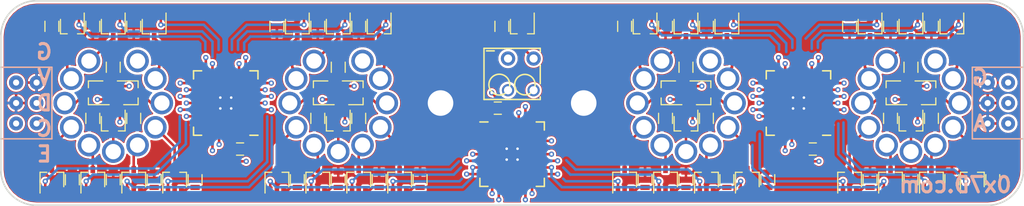
<source format=kicad_pcb>
(kicad_pcb (version 4) (host pcbnew 4.0.7)

  (general
    (links 269)
    (no_connects 40)
    (area 90.797618 89.914285 203.202382 114.085714)
    (thickness 1.6)
    (drawings 16)
    (tracks 770)
    (zones 0)
    (modules 97)
    (nets 130)
  )

  (page A4)
  (layers
    (0 F.Cu signal)
    (1 In1.Cu signal)
    (2 In2.Cu signal)
    (31 B.Cu signal)
    (36 B.SilkS user hide)
    (37 F.SilkS user)
    (38 B.Mask user)
    (39 F.Mask user)
    (44 Edge.Cuts user)
  )

  (setup
    (last_trace_width 0.25)
    (user_trace_width 0.3)
    (user_trace_width 0.4)
    (user_trace_width 0.5)
    (trace_clearance 0.2)
    (zone_clearance 0.2)
    (zone_45_only no)
    (trace_min 0.1524)
    (segment_width 0.2)
    (edge_width 0.15)
    (via_size 0.508)
    (via_drill 0.254)
    (via_min_size 0.508)
    (via_min_drill 0.254)
    (uvia_size 0.254)
    (uvia_drill 0.127)
    (uvias_allowed no)
    (uvia_min_size 0.254)
    (uvia_min_drill 0.127)
    (pcb_text_width 0.3)
    (pcb_text_size 1.5 1.5)
    (mod_edge_width 0.15)
    (mod_text_size 1 1)
    (mod_text_width 0.15)
    (pad_size 4.5 4.5)
    (pad_drill 2.5)
    (pad_to_mask_clearance 0.1524)
    (aux_axis_origin 0 0)
    (visible_elements 7FFEF77F)
    (pcbplotparams
      (layerselection 0x010a0_00000001)
      (usegerberextensions false)
      (excludeedgelayer true)
      (linewidth 0.100000)
      (plotframeref false)
      (viasonmask false)
      (mode 1)
      (useauxorigin false)
      (hpglpennumber 1)
      (hpglpenspeed 20)
      (hpglpendiameter 15)
      (hpglpenoverlay 2)
      (psnegative false)
      (psa4output false)
      (plotreference false)
      (plotvalue false)
      (plotinvisibletext false)
      (padsonsilk false)
      (subtractmaskfromsilk false)
      (outputformat 0)
      (mirror false)
      (drillshape 0)
      (scaleselection 1)
      (outputdirectory ""))
  )

  (net 0 "")
  (net 1 /nOE)
  (net 2 /SCL)
  (net 3 /SDA)
  (net 4 /VDD)
  (net 5 /VSS)
  (net 6 /T1_G_0)
  (net 7 /T1_E_0)
  (net 8 /T1_C_0)
  (net 9 /T1_G_1)
  (net 10 /T1_E_1)
  (net 11 /T1_C_1)
  (net 12 /T1_G_2)
  (net 13 /T1_E_2)
  (net 14 /T1_C_2)
  (net 15 /T1_G_3)
  (net 16 /T1_E_3)
  (net 17 /T1_C_3)
  (net 18 /T1_G_4)
  (net 19 /T1_E_4)
  (net 20 /T1_C_4)
  (net 21 /T1_G_5)
  (net 22 /T1_E_5)
  (net 23 /T1_C_5)
  (net 24 /T1_G_6)
  (net 25 /T1_E_6)
  (net 26 /T1_C_6)
  (net 27 /T1_G_7)
  (net 28 /T1_E_7)
  (net 29 /T1_C_7)
  (net 30 /T1_G_8)
  (net 31 /T1_E_8)
  (net 32 /T1_C_8)
  (net 33 /T1_G_9)
  (net 34 /T1_E_9)
  (net 35 /T1_C_9)
  (net 36 /T2_G_0)
  (net 37 /T2_E_0)
  (net 38 /T2_C_0)
  (net 39 /T2_G_1)
  (net 40 /T2_E_1)
  (net 41 /T2_C_1)
  (net 42 /T2_G_2)
  (net 43 /T2_E_2)
  (net 44 /T2_C_2)
  (net 45 /T2_G_3)
  (net 46 /T2_E_3)
  (net 47 /T2_C_3)
  (net 48 /T2_G_4)
  (net 49 /T2_E_4)
  (net 50 /T2_C_4)
  (net 51 /T2_G_5)
  (net 52 /T2_E_5)
  (net 53 /T2_C_5)
  (net 54 /T2_G_6)
  (net 55 /T2_E_6)
  (net 56 /T2_C_6)
  (net 57 /T2_G_7)
  (net 58 /T2_E_7)
  (net 59 /T2_C_7)
  (net 60 /T2_G_8)
  (net 61 /T2_E_8)
  (net 62 /T2_C_8)
  (net 63 /T2_G_9)
  (net 64 /T2_E_9)
  (net 65 /T2_C_9)
  (net 66 /T3_G_0)
  (net 67 /T3_E_0)
  (net 68 /T3_C_0)
  (net 69 /T3_G_1)
  (net 70 /T3_E_1)
  (net 71 /T3_C_1)
  (net 72 /T3_G_2)
  (net 73 /T3_E_2)
  (net 74 /T3_C_2)
  (net 75 /T3_G_3)
  (net 76 /T3_E_3)
  (net 77 /T3_C_3)
  (net 78 /T3_G_4)
  (net 79 /T3_E_4)
  (net 80 /T3_C_4)
  (net 81 /T3_G_5)
  (net 82 /T3_E_5)
  (net 83 /T3_C_5)
  (net 84 /T3_G_6)
  (net 85 /T3_E_6)
  (net 86 /T3_C_6)
  (net 87 /T3_G_7)
  (net 88 /T3_E_7)
  (net 89 /T3_C_7)
  (net 90 /T3_G_8)
  (net 91 /T3_E_8)
  (net 92 /T3_C_8)
  (net 93 /T3_G_9)
  (net 94 /T3_E_9)
  (net 95 /T3_C_9)
  (net 96 /T4_G_0)
  (net 97 /T4_E_0)
  (net 98 /T4_C_0)
  (net 99 /T4_G_1)
  (net 100 /T4_E_1)
  (net 101 /T4_C_1)
  (net 102 /T4_G_2)
  (net 103 /T4_E_2)
  (net 104 /T4_C_2)
  (net 105 /T4_G_3)
  (net 106 /T4_E_3)
  (net 107 /T4_C_3)
  (net 108 /T4_G_4)
  (net 109 /T4_E_4)
  (net 110 /T4_C_4)
  (net 111 /T4_G_5)
  (net 112 /T4_E_5)
  (net 113 /T4_C_5)
  (net 114 /T4_G_6)
  (net 115 /T4_E_6)
  (net 116 /T4_C_6)
  (net 117 /T4_G_7)
  (net 118 /T4_E_7)
  (net 119 /T4_C_7)
  (net 120 /T4_G_8)
  (net 121 /T4_E_8)
  (net 122 /T4_C_8)
  (net 123 /T4_G_9)
  (net 124 /T4_E_9)
  (net 125 /T4_C_9)
  (net 126 "Net-(Q41-Pad2)")
  (net 127 "Net-(Q41-Pad3)")
  (net 128 "Net-(Q41-Pad1)")
  (net 129 /ANODE)

  (net_class Default "This is the default net class."
    (clearance 0.2)
    (trace_width 0.25)
    (via_dia 0.508)
    (via_drill 0.254)
    (uvia_dia 0.254)
    (uvia_drill 0.127)
    (add_net /SCL)
    (add_net /SDA)
    (add_net /T1_C_0)
    (add_net /T1_C_1)
    (add_net /T1_C_2)
    (add_net /T1_C_3)
    (add_net /T1_C_4)
    (add_net /T1_C_5)
    (add_net /T1_C_6)
    (add_net /T1_C_7)
    (add_net /T1_C_8)
    (add_net /T1_C_9)
    (add_net /T1_E_0)
    (add_net /T1_E_1)
    (add_net /T1_E_2)
    (add_net /T1_E_3)
    (add_net /T1_E_4)
    (add_net /T1_E_5)
    (add_net /T1_E_6)
    (add_net /T1_E_7)
    (add_net /T1_E_8)
    (add_net /T1_E_9)
    (add_net /T1_G_0)
    (add_net /T1_G_1)
    (add_net /T1_G_2)
    (add_net /T1_G_3)
    (add_net /T1_G_4)
    (add_net /T1_G_5)
    (add_net /T1_G_6)
    (add_net /T1_G_7)
    (add_net /T1_G_8)
    (add_net /T1_G_9)
    (add_net /T2_C_0)
    (add_net /T2_C_1)
    (add_net /T2_C_2)
    (add_net /T2_C_3)
    (add_net /T2_C_4)
    (add_net /T2_C_5)
    (add_net /T2_C_6)
    (add_net /T2_C_7)
    (add_net /T2_C_8)
    (add_net /T2_C_9)
    (add_net /T2_E_0)
    (add_net /T2_E_1)
    (add_net /T2_E_2)
    (add_net /T2_E_3)
    (add_net /T2_E_4)
    (add_net /T2_E_5)
    (add_net /T2_E_6)
    (add_net /T2_E_7)
    (add_net /T2_E_8)
    (add_net /T2_E_9)
    (add_net /T2_G_0)
    (add_net /T2_G_1)
    (add_net /T2_G_2)
    (add_net /T2_G_3)
    (add_net /T2_G_4)
    (add_net /T2_G_5)
    (add_net /T2_G_6)
    (add_net /T2_G_7)
    (add_net /T2_G_8)
    (add_net /T2_G_9)
    (add_net /T3_C_0)
    (add_net /T3_C_1)
    (add_net /T3_C_2)
    (add_net /T3_C_3)
    (add_net /T3_C_4)
    (add_net /T3_C_5)
    (add_net /T3_C_6)
    (add_net /T3_C_7)
    (add_net /T3_C_8)
    (add_net /T3_C_9)
    (add_net /T3_E_0)
    (add_net /T3_E_1)
    (add_net /T3_E_2)
    (add_net /T3_E_3)
    (add_net /T3_E_4)
    (add_net /T3_E_5)
    (add_net /T3_E_6)
    (add_net /T3_E_7)
    (add_net /T3_E_8)
    (add_net /T3_E_9)
    (add_net /T3_G_0)
    (add_net /T3_G_1)
    (add_net /T3_G_2)
    (add_net /T3_G_3)
    (add_net /T3_G_4)
    (add_net /T3_G_5)
    (add_net /T3_G_6)
    (add_net /T3_G_7)
    (add_net /T3_G_8)
    (add_net /T3_G_9)
    (add_net /T4_C_0)
    (add_net /T4_C_1)
    (add_net /T4_C_2)
    (add_net /T4_C_3)
    (add_net /T4_C_4)
    (add_net /T4_C_5)
    (add_net /T4_C_6)
    (add_net /T4_C_7)
    (add_net /T4_C_8)
    (add_net /T4_C_9)
    (add_net /T4_E_0)
    (add_net /T4_E_1)
    (add_net /T4_E_2)
    (add_net /T4_E_3)
    (add_net /T4_E_4)
    (add_net /T4_E_5)
    (add_net /T4_E_6)
    (add_net /T4_E_7)
    (add_net /T4_E_8)
    (add_net /T4_E_9)
    (add_net /T4_G_0)
    (add_net /T4_G_1)
    (add_net /T4_G_2)
    (add_net /T4_G_3)
    (add_net /T4_G_4)
    (add_net /T4_G_5)
    (add_net /T4_G_6)
    (add_net /T4_G_7)
    (add_net /T4_G_8)
    (add_net /T4_G_9)
    (add_net /VSS)
    (add_net /nOE)
    (add_net "Net-(Q41-Pad1)")
    (add_net "Net-(Q41-Pad2)")
    (add_net "Net-(Q41-Pad3)")
  )

  (net_class HV_Anode ""
    (clearance 0.25)
    (trace_width 0.5)
    (via_dia 0.508)
    (via_drill 0.254)
    (uvia_dia 0.254)
    (uvia_drill 0.127)
    (add_net /ANODE)
  )

  (net_class VDD ""
    (clearance 0.2)
    (trace_width 0.25)
    (via_dia 0.508)
    (via_drill 0.254)
    (uvia_dia 0.254)
    (uvia_drill 0.127)
    (add_net /VDD)
  )

  (module "Custom Parts:Pin_Header_Straight_2x03_Pitch2.00mm" (layer B.Cu) (tedit 5A768878) (tstamp 593F970C)
    (at 194.5 102 180)
    (descr "Through hole straight socket strip, 2x03, 2.00mm pitch, double rows")
    (tags "Through hole socket strip THT 2x03 2.00mm double row")
    (path /5A772FBC)
    (fp_text reference J2 (at 0 4.3 180) (layer B.SilkS) hide
      (effects (font (size 1 1) (thickness 0.15)) (justify mirror))
    )
    (fp_text value Conn_02x03_Odd_Even (at 0 -4.5 180) (layer B.Fab)
      (effects (font (size 1 1) (thickness 0.15)) (justify mirror))
    )
    (fp_line (start -2.5 3.5) (end 2.5 3.5) (layer B.SilkS) (width 0.15))
    (fp_line (start 2.5 3.5) (end 2.5 -3.5) (layer B.SilkS) (width 0.15))
    (fp_line (start 2.5 -3.5) (end -2.5 -3.5) (layer B.SilkS) (width 0.15))
    (fp_line (start -2.5 -3.5) (end -2.5 3.5) (layer B.SilkS) (width 0.15))
    (fp_line (start -2 3) (end -2 -3) (layer B.Fab) (width 0.1))
    (fp_line (start -2 -3) (end 2 -3) (layer B.Fab) (width 0.1))
    (fp_line (start 2 -3) (end 2 3) (layer B.Fab) (width 0.1))
    (fp_line (start 2 3) (end -2 3) (layer B.Fab) (width 0.1))
    (fp_line (start -2.5 3.5) (end -2.5 -3.5) (layer B.CrtYd) (width 0.05))
    (fp_line (start -2.5 -3.5) (end 2.5 -3.5) (layer B.CrtYd) (width 0.05))
    (fp_line (start 2.5 -3.5) (end 2.5 3.5) (layer B.CrtYd) (width 0.05))
    (fp_line (start 2.5 3.5) (end -2.5 3.5) (layer B.CrtYd) (width 0.05))
    (fp_text user %R (at 0 4.3 180) (layer B.Fab)
      (effects (font (size 1 1) (thickness 0.15)) (justify mirror))
    )
    (pad 1 thru_hole circle (at 1 2 180) (size 1.4 1.4) (drill 0.6) (layers *.Cu *.Mask)
      (net 5 /VSS))
    (pad 2 thru_hole oval (at -1 2 180) (size 1.35 1.35) (drill 0.6) (layers *.Cu *.Mask)
      (net 129 /ANODE))
    (pad 3 thru_hole oval (at 1 0 180) (size 1.35 1.35) (drill 0.6) (layers *.Cu *.Mask)
      (net 5 /VSS))
    (pad 4 thru_hole oval (at -1 0 180) (size 1.35 1.35) (drill 0.6) (layers *.Cu *.Mask)
      (net 129 /ANODE))
    (pad 5 thru_hole oval (at 1 -2 180) (size 1.35 1.35) (drill 0.6) (layers *.Cu *.Mask)
      (net 5 /VSS))
    (pad 6 thru_hole oval (at -1 -2 180) (size 1.35 1.35) (drill 0.6) (layers *.Cu *.Mask)
      (net 129 /ANODE))
    (model ${KISYS3DMOD}/Socket_Strips.3dshapes/Socket_Strip_Straight_2x03_Pitch2.00mm.wrl
      (at (xyz 0 0 0))
      (scale (xyz 1 1 1))
      (rotate (xyz 0 0 0))
    )
  )

  (module Mounting_Holes:MountingHole_2.5mm_Pad (layer F.Cu) (tedit 5A49F2F7) (tstamp 5A49F153)
    (at 140 102)
    (descr "Mounting Hole 2.5mm")
    (tags "mounting hole 2.5mm")
    (fp_text reference REF** (at 0 -3.5) (layer F.SilkS) hide
      (effects (font (size 1 1) (thickness 0.15)))
    )
    (fp_text value MountingHole_2.5mm_Pad (at 0 3.5) (layer F.Fab)
      (effects (font (size 1 1) (thickness 0.15)))
    )
    (fp_circle (center 0 0) (end 2.5 0) (layer Cmts.User) (width 0.15))
    (fp_circle (center 0 0) (end 2.75 0) (layer F.CrtYd) (width 0.05))
    (pad 1 thru_hole circle (at 0 0) (size 4.5 4.5) (drill 2.5) (layers *.Mask F.Cu)
      (net 5 /VSS) (zone_connect 2))
  )

  (module Mounting_Holes:MountingHole_2.5mm_Pad (layer F.Cu) (tedit 5A49F42C) (tstamp 5A49F131)
    (at 154 102)
    (descr "Mounting Hole 2.5mm")
    (tags "mounting hole 2.5mm")
    (fp_text reference REF** (at 0 -3.5) (layer F.SilkS) hide
      (effects (font (size 1 1) (thickness 0.15)))
    )
    (fp_text value MountingHole_2.5mm_Pad (at 0 3.5) (layer F.Fab)
      (effects (font (size 1 1) (thickness 0.15)))
    )
    (fp_circle (center 0 0) (end 2.5 0) (layer Cmts.User) (width 0.15))
    (fp_circle (center 0 0) (end 2.75 0) (layer F.CrtYd) (width 0.05))
    (pad 1 thru_hole circle (at 0 0) (size 4.5 4.5) (drill 2.5) (layers *.Mask F.Cu)
      (net 5 /VSS) (zone_connect 2))
  )

  (module Capacitors_SMD:C_0603 (layer F.Cu) (tedit 594897F2) (tstamp 594897BC)
    (at 176.4 106.5)
    (descr "Capacitor SMD 0603, reflow soldering, AVX (see smccp.pdf)")
    (tags "capacitor 0603")
    (path /5948B9CD)
    (attr smd)
    (fp_text reference C3 (at 0 -1.5) (layer F.SilkS) hide
      (effects (font (size 1 1) (thickness 0.15)))
    )
    (fp_text value Bypass (at 0 1.5) (layer F.Fab)
      (effects (font (size 1 1) (thickness 0.15)))
    )
    (fp_text user %R (at 0 -1.5) (layer F.Fab)
      (effects (font (size 1 1) (thickness 0.15)))
    )
    (fp_line (start -0.8 0.4) (end -0.8 -0.4) (layer F.Fab) (width 0.1))
    (fp_line (start 0.8 0.4) (end -0.8 0.4) (layer F.Fab) (width 0.1))
    (fp_line (start 0.8 -0.4) (end 0.8 0.4) (layer F.Fab) (width 0.1))
    (fp_line (start -0.8 -0.4) (end 0.8 -0.4) (layer F.Fab) (width 0.1))
    (fp_line (start -0.35 -0.6) (end 0.35 -0.6) (layer F.SilkS) (width 0.12))
    (fp_line (start 0.35 0.6) (end -0.35 0.6) (layer F.SilkS) (width 0.12))
    (fp_line (start -1.4 -0.65) (end 1.4 -0.65) (layer F.CrtYd) (width 0.05))
    (fp_line (start -1.4 -0.65) (end -1.4 0.65) (layer F.CrtYd) (width 0.05))
    (fp_line (start 1.4 0.65) (end 1.4 -0.65) (layer F.CrtYd) (width 0.05))
    (fp_line (start 1.4 0.65) (end -1.4 0.65) (layer F.CrtYd) (width 0.05))
    (pad 1 smd rect (at -0.75 0) (size 0.8 0.75) (layers F.Cu F.Mask)
      (net 4 /VDD))
    (pad 2 smd rect (at 0.75 0) (size 0.8 0.75) (layers F.Cu F.Mask)
      (net 5 /VSS))
    (model Capacitors_SMD.3dshapes/C_0603.wrl
      (at (xyz 0 0 0))
      (scale (xyz 1 1 1))
      (rotate (xyz 0 0 0))
    )
  )

  (module TO_SOT_Packages_SMD:SOT-323_SC-70 (layer F.Cu) (tedit 59489256) (tstamp 593C811B)
    (at 136 109.5 90)
    (descr "SOT-323, SC-70")
    (tags "SOT-323 SC-70")
    (path /593936D4)
    (attr smd)
    (fp_text reference Q18 (at -0.05 -1.95 90) (layer F.SilkS) hide
      (effects (font (size 1 1) (thickness 0.15)))
    )
    (fp_text value Q_NPN_BEC (at -0.05 2.05 90) (layer F.Fab)
      (effects (font (size 1 1) (thickness 0.15)))
    )
    (fp_text user %R (at -0.005 0 90) (layer F.Fab)
      (effects (font (size 0.5 0.5) (thickness 0.075)))
    )
    (fp_line (start 0.73 0.5) (end 0.73 1.16) (layer F.SilkS) (width 0.12))
    (fp_line (start 0.73 -1.16) (end 0.73 -0.5) (layer F.SilkS) (width 0.12))
    (fp_line (start 1.7 1.3) (end -1.7 1.3) (layer F.CrtYd) (width 0.05))
    (fp_line (start 1.7 -1.3) (end 1.7 1.3) (layer F.CrtYd) (width 0.05))
    (fp_line (start -1.7 -1.3) (end 1.7 -1.3) (layer F.CrtYd) (width 0.05))
    (fp_line (start -1.7 1.3) (end -1.7 -1.3) (layer F.CrtYd) (width 0.05))
    (fp_line (start 0.73 -1.16) (end -1.3 -1.16) (layer F.SilkS) (width 0.12))
    (fp_line (start -0.68 1.16) (end 0.73 1.16) (layer F.SilkS) (width 0.12))
    (fp_line (start 0.67 -1.1) (end -0.18 -1.1) (layer F.Fab) (width 0.1))
    (fp_line (start -0.68 -0.6) (end -0.68 1.1) (layer F.Fab) (width 0.1))
    (fp_line (start 0.67 -1.1) (end 0.67 1.1) (layer F.Fab) (width 0.1))
    (fp_line (start 0.67 1.1) (end -0.68 1.1) (layer F.Fab) (width 0.1))
    (fp_line (start -0.18 -1.1) (end -0.68 -0.6) (layer F.Fab) (width 0.1))
    (pad 1 smd rect (at -1 -0.65) (size 0.45 0.7) (layers F.Cu F.Mask)
      (net 57 /T2_G_7))
    (pad 2 smd rect (at -1 0.65) (size 0.45 0.7) (layers F.Cu F.Mask)
      (net 58 /T2_E_7))
    (pad 3 smd rect (at 1 0) (size 0.45 0.7) (layers F.Cu F.Mask)
      (net 59 /T2_C_7))
    (model ${KISYS3DMOD}/TO_SOT_Packages_SMD.3dshapes/SOT-323_SC-70.wrl
      (at (xyz 0 0 0))
      (scale (xyz 1 1 1))
      (rotate (xyz 0 0 0))
    )
  )

  (module Resistors_SMD:R_0603 (layer F.Cu) (tedit 59489253) (tstamp 593DDFFA)
    (at 138 109.5 90)
    (descr "Resistor SMD 0603, reflow soldering, Vishay (see dcrcw.pdf)")
    (tags "resistor 0603")
    (path /593D333F)
    (attr smd)
    (fp_text reference R18 (at 0 -1.45 90) (layer F.SilkS) hide
      (effects (font (size 1 1) (thickness 0.15)))
    )
    (fp_text value R (at 0 1.5 90) (layer F.Fab)
      (effects (font (size 1 1) (thickness 0.15)))
    )
    (fp_text user %R (at 0 0 90) (layer F.Fab)
      (effects (font (size 0.5 0.5) (thickness 0.075)))
    )
    (fp_line (start -0.8 0.4) (end -0.8 -0.4) (layer F.Fab) (width 0.1))
    (fp_line (start 0.8 0.4) (end -0.8 0.4) (layer F.Fab) (width 0.1))
    (fp_line (start 0.8 -0.4) (end 0.8 0.4) (layer F.Fab) (width 0.1))
    (fp_line (start -0.8 -0.4) (end 0.8 -0.4) (layer F.Fab) (width 0.1))
    (fp_line (start 0.5 0.68) (end -0.5 0.68) (layer F.SilkS) (width 0.12))
    (fp_line (start -0.5 -0.68) (end 0.5 -0.68) (layer F.SilkS) (width 0.12))
    (fp_line (start -1.25 -0.7) (end 1.25 -0.7) (layer F.CrtYd) (width 0.05))
    (fp_line (start -1.25 -0.7) (end -1.25 0.7) (layer F.CrtYd) (width 0.05))
    (fp_line (start 1.25 0.7) (end 1.25 -0.7) (layer F.CrtYd) (width 0.05))
    (fp_line (start 1.25 0.7) (end -1.25 0.7) (layer F.CrtYd) (width 0.05))
    (pad 1 smd rect (at -0.75 0 90) (size 0.5 0.9) (layers F.Cu F.Mask)
      (net 58 /T2_E_7))
    (pad 2 smd rect (at 0.75 0 90) (size 0.5 0.9) (layers F.Cu F.Mask)
      (net 5 /VSS))
    (model ${KISYS3DMOD}/Resistors_SMD.3dshapes/R_0603.wrl
      (at (xyz 0 0 0))
      (scale (xyz 1 1 1))
      (rotate (xyz 0 0 0))
    )
  )

  (module "Custom Parts:Phoenix_1770953" (layer F.Cu) (tedit 5972DCA7) (tstamp 594DE523)
    (at 147.85 99.2)
    (path /593B460C)
    (fp_text reference T5 (at 0 -3.5) (layer F.SilkS) hide
      (effects (font (size 1 1) (thickness 0.15)))
    )
    (fp_text value IN-3 (at 0 3.5) (layer F.Fab)
      (effects (font (size 1 1) (thickness 0.15)))
    )
    (fp_circle (center -2.1 1) (end -2.3 0) (layer F.SilkS) (width 0.15))
    (fp_circle (center 0.4 1) (end 0.4 0) (layer F.SilkS) (width 0.15))
    (fp_line (start 1.9 0.9) (end 1.9 -0.9) (layer F.SilkS) (width 0.15))
    (fp_line (start 1.9 2.45) (end 1.9 2.2) (layer F.SilkS) (width 0.15))
    (fp_line (start 1.9 -2.55) (end 1.9 -2.2) (layer F.SilkS) (width 0.15))
    (fp_line (start -3.35 -2.3) (end -2.6 -2.3) (layer F.SilkS) (width 0.15))
    (fp_line (start 1.9 2.45) (end -3.6 2.45) (layer F.SilkS) (width 0.15))
    (fp_line (start -3.6 2.45) (end -3.6 -2.55) (layer F.SilkS) (width 0.15))
    (fp_line (start -3.6 -2.55) (end 1.9 -2.55) (layer F.SilkS) (width 0.15))
    (pad 2 thru_hole circle (at 1.25 -1.55) (size 1.4 1.4) (drill 0.8) (layers *.Cu *.Mask)
      (net 127 "Net-(Q41-Pad3)"))
    (pad 2 thru_hole circle (at 1.25 1.55) (size 1.2 1.2) (drill 0.8) (layers *.Cu *.Mask)
      (net 127 "Net-(Q41-Pad3)"))
    (pad 1 thru_hole circle (at -1.25 -1.55) (size 1.4 1.4) (drill 0.8) (layers *.Cu *.Mask)
      (net 129 /ANODE))
    (pad 1 thru_hole circle (at -1.25 1.55) (size 1.2 1.2) (drill 0.8) (layers *.Cu *.Mask)
      (net 129 /ANODE))
  )

  (module TO_SOT_Packages_SMD:SOT-323_SC-70 (layer F.Cu) (tedit 594892E0) (tstamp 593C8256)
    (at 184.3 101 180)
    (descr "SOT-323, SC-70")
    (tags "SOT-323 SC-70")
    (path /5938FF9A)
    (attr smd)
    (fp_text reference Q33 (at -0.05 -1.95 180) (layer F.SilkS) hide
      (effects (font (size 1 1) (thickness 0.15)))
    )
    (fp_text value Q_NPN_BEC (at -0.05 2.05 180) (layer F.Fab)
      (effects (font (size 1 1) (thickness 0.15)))
    )
    (fp_text user %R (at -0.005 0 180) (layer F.Fab)
      (effects (font (size 0.5 0.5) (thickness 0.075)))
    )
    (fp_line (start 0.73 0.5) (end 0.73 1.16) (layer F.SilkS) (width 0.12))
    (fp_line (start 0.73 -1.16) (end 0.73 -0.5) (layer F.SilkS) (width 0.12))
    (fp_line (start 1.7 1.3) (end -1.7 1.3) (layer F.CrtYd) (width 0.05))
    (fp_line (start 1.7 -1.3) (end 1.7 1.3) (layer F.CrtYd) (width 0.05))
    (fp_line (start -1.7 -1.3) (end 1.7 -1.3) (layer F.CrtYd) (width 0.05))
    (fp_line (start -1.7 1.3) (end -1.7 -1.3) (layer F.CrtYd) (width 0.05))
    (fp_line (start 0.73 -1.16) (end -1.3 -1.16) (layer F.SilkS) (width 0.12))
    (fp_line (start -0.68 1.16) (end 0.73 1.16) (layer F.SilkS) (width 0.12))
    (fp_line (start 0.67 -1.1) (end -0.18 -1.1) (layer F.Fab) (width 0.1))
    (fp_line (start -0.68 -0.6) (end -0.68 1.1) (layer F.Fab) (width 0.1))
    (fp_line (start 0.67 -1.1) (end 0.67 1.1) (layer F.Fab) (width 0.1))
    (fp_line (start 0.67 1.1) (end -0.68 1.1) (layer F.Fab) (width 0.1))
    (fp_line (start -0.18 -1.1) (end -0.68 -0.6) (layer F.Fab) (width 0.1))
    (pad 1 smd rect (at -1 -0.65 90) (size 0.45 0.7) (layers F.Cu F.Mask)
      (net 102 /T4_G_2))
    (pad 2 smd rect (at -1 0.65 90) (size 0.45 0.7) (layers F.Cu F.Mask)
      (net 103 /T4_E_2))
    (pad 3 smd rect (at 1 0 90) (size 0.45 0.7) (layers F.Cu F.Mask)
      (net 104 /T4_C_2))
    (model ${KISYS3DMOD}/TO_SOT_Packages_SMD.3dshapes/SOT-323_SC-70.wrl
      (at (xyz 0 0 0))
      (scale (xyz 1 1 1))
      (rotate (xyz 0 0 0))
    )
  )

  (module Resistors_SMD:R_0603 (layer F.Cu) (tedit 59489206) (tstamp 593DDFAF)
    (at 108 98.5 90)
    (descr "Resistor SMD 0603, reflow soldering, Vishay (see dcrcw.pdf)")
    (tags "resistor 0603")
    (path /593D2A32)
    (attr smd)
    (fp_text reference R3 (at 0 -1.45 90) (layer F.SilkS) hide
      (effects (font (size 1 1) (thickness 0.15)))
    )
    (fp_text value R (at 0 1.5 90) (layer F.Fab)
      (effects (font (size 1 1) (thickness 0.15)))
    )
    (fp_text user %R (at 0 0 90) (layer F.Fab)
      (effects (font (size 0.5 0.5) (thickness 0.075)))
    )
    (fp_line (start -0.8 0.4) (end -0.8 -0.4) (layer F.Fab) (width 0.1))
    (fp_line (start 0.8 0.4) (end -0.8 0.4) (layer F.Fab) (width 0.1))
    (fp_line (start 0.8 -0.4) (end 0.8 0.4) (layer F.Fab) (width 0.1))
    (fp_line (start -0.8 -0.4) (end 0.8 -0.4) (layer F.Fab) (width 0.1))
    (fp_line (start 0.5 0.68) (end -0.5 0.68) (layer F.SilkS) (width 0.12))
    (fp_line (start -0.5 -0.68) (end 0.5 -0.68) (layer F.SilkS) (width 0.12))
    (fp_line (start -1.25 -0.7) (end 1.25 -0.7) (layer F.CrtYd) (width 0.05))
    (fp_line (start -1.25 -0.7) (end -1.25 0.7) (layer F.CrtYd) (width 0.05))
    (fp_line (start 1.25 0.7) (end 1.25 -0.7) (layer F.CrtYd) (width 0.05))
    (fp_line (start 1.25 0.7) (end -1.25 0.7) (layer F.CrtYd) (width 0.05))
    (pad 1 smd rect (at -0.75 0 90) (size 0.5 0.9) (layers F.Cu F.Mask)
      (net 13 /T1_E_2))
    (pad 2 smd rect (at 0.75 0 90) (size 0.5 0.9) (layers F.Cu F.Mask)
      (net 5 /VSS))
    (model ${KISYS3DMOD}/Resistors_SMD.3dshapes/R_0603.wrl
      (at (xyz 0 0 0))
      (scale (xyz 1 1 1))
      (rotate (xyz 0 0 0))
    )
  )

  (module "Custom Parts:IN-8" (layer F.Cu) (tedit 594892FA) (tstamp 593C8649)
    (at 186 102)
    (path /5938FB49)
    (fp_text reference T4 (at 0 0) (layer F.SilkS) hide
      (effects (font (size 1 1) (thickness 0.15)))
    )
    (fp_text value IN-8 (at 0 -1.27) (layer F.Fab)
      (effects (font (size 1 1) (thickness 0.15)))
    )
    (pad 1 thru_hole circle (at -2.375 -4.114) (size 2.2 2.2) (drill 1.5) (layers *.Cu *.Mask)
      (net 98 /T4_C_0))
    (pad 2 thru_hole circle (at -4.114 -2.375) (size 2.2 2.2) (drill 1.5) (layers *.Cu *.Mask)
      (net 101 /T4_C_1))
    (pad 3 thru_hole circle (at -4.75 0) (size 2.2 2.2) (drill 1.5) (layers *.Cu *.Mask)
      (net 104 /T4_C_2))
    (pad 4 thru_hole circle (at -4.114 2.375) (size 2.2 2.2) (drill 1.5) (layers *.Cu *.Mask)
      (net 107 /T4_C_3))
    (pad 5 thru_hole circle (at -2.375 4.114) (size 2.2 2.2) (drill 1.5) (layers *.Cu *.Mask)
      (net 110 /T4_C_4))
    (pad 6 thru_hole circle (at 0 4.75) (size 2.2 2.2) (drill 1.5) (layers *.Cu *.Mask)
      (net 113 /T4_C_5))
    (pad 7 thru_hole circle (at 2.375 4.114) (size 2.2 2.2) (drill 1.5) (layers *.Cu *.Mask)
      (net 116 /T4_C_6))
    (pad 8 thru_hole circle (at 4.114 2.375) (size 2.2 2.2) (drill 1.5) (layers *.Cu *.Mask)
      (net 119 /T4_C_7))
    (pad 10 thru_hole circle (at 4.114 -2.375) (size 2.2 2.2) (drill 1.5) (layers *.Cu *.Mask)
      (net 125 /T4_C_9))
    (pad 11 thru_hole circle (at 2.375 -4.114) (size 2.2 2.2) (drill 1.5) (layers *.Cu *.Mask)
      (net 129 /ANODE))
    (pad 9 thru_hole circle (at 4.75 0) (size 2.2 2.2) (drill 1.5) (layers *.Cu *.Mask)
      (net 122 /T4_C_8))
  )

  (module "Custom Parts:IN-8" (layer F.Cu) (tedit 594892BA) (tstamp 593C862E)
    (at 164 102)
    (path /5938FA0F)
    (fp_text reference T3 (at 0 0) (layer F.SilkS) hide
      (effects (font (size 1 1) (thickness 0.15)))
    )
    (fp_text value IN-8 (at 0 -1.27) (layer F.Fab)
      (effects (font (size 1 1) (thickness 0.15)))
    )
    (pad 1 thru_hole circle (at -2.375 -4.114) (size 2.2 2.2) (drill 1.5) (layers *.Cu *.Mask)
      (net 68 /T3_C_0))
    (pad 2 thru_hole circle (at -4.114 -2.375) (size 2.2 2.2) (drill 1.5) (layers *.Cu *.Mask)
      (net 71 /T3_C_1))
    (pad 3 thru_hole circle (at -4.75 0) (size 2.2 2.2) (drill 1.5) (layers *.Cu *.Mask)
      (net 74 /T3_C_2))
    (pad 4 thru_hole circle (at -4.114 2.375) (size 2.2 2.2) (drill 1.5) (layers *.Cu *.Mask)
      (net 77 /T3_C_3))
    (pad 5 thru_hole circle (at -2.375 4.114) (size 2.2 2.2) (drill 1.5) (layers *.Cu *.Mask)
      (net 80 /T3_C_4))
    (pad 6 thru_hole circle (at 0 4.75) (size 2.2 2.2) (drill 1.5) (layers *.Cu *.Mask)
      (net 83 /T3_C_5))
    (pad 7 thru_hole circle (at 2.375 4.114) (size 2.2 2.2) (drill 1.5) (layers *.Cu *.Mask)
      (net 86 /T3_C_6))
    (pad 8 thru_hole circle (at 4.114 2.375) (size 2.2 2.2) (drill 1.5) (layers *.Cu *.Mask)
      (net 89 /T3_C_7))
    (pad 10 thru_hole circle (at 4.114 -2.375) (size 2.2 2.2) (drill 1.5) (layers *.Cu *.Mask)
      (net 95 /T3_C_9))
    (pad 11 thru_hole circle (at 2.375 -4.114) (size 2.2 2.2) (drill 1.5) (layers *.Cu *.Mask)
      (net 129 /ANODE))
    (pad 9 thru_hole circle (at 4.75 0) (size 2.2 2.2) (drill 1.5) (layers *.Cu *.Mask)
      (net 92 /T3_C_8))
  )

  (module "Custom Parts:IN-8" (layer F.Cu) (tedit 5948927B) (tstamp 593C8613)
    (at 130 102)
    (path /5938FA7E)
    (fp_text reference T2 (at 0 0) (layer F.SilkS) hide
      (effects (font (size 1 1) (thickness 0.15)))
    )
    (fp_text value IN-8 (at 0 -1.27) (layer F.Fab)
      (effects (font (size 1 1) (thickness 0.15)))
    )
    (pad 1 thru_hole circle (at -2.375 -4.114) (size 2.2 2.2) (drill 1.5) (layers *.Cu *.Mask)
      (net 38 /T2_C_0))
    (pad 2 thru_hole circle (at -4.114 -2.375) (size 2.2 2.2) (drill 1.5) (layers *.Cu *.Mask)
      (net 41 /T2_C_1))
    (pad 3 thru_hole circle (at -4.75 0) (size 2.2 2.2) (drill 1.5) (layers *.Cu *.Mask)
      (net 44 /T2_C_2))
    (pad 4 thru_hole circle (at -4.114 2.375) (size 2.2 2.2) (drill 1.5) (layers *.Cu *.Mask)
      (net 47 /T2_C_3))
    (pad 5 thru_hole circle (at -2.375 4.114) (size 2.2 2.2) (drill 1.5) (layers *.Cu *.Mask)
      (net 50 /T2_C_4))
    (pad 6 thru_hole circle (at 0 4.75) (size 2.2 2.2) (drill 1.5) (layers *.Cu *.Mask)
      (net 53 /T2_C_5))
    (pad 7 thru_hole circle (at 2.375 4.114) (size 2.2 2.2) (drill 1.5) (layers *.Cu *.Mask)
      (net 56 /T2_C_6))
    (pad 8 thru_hole circle (at 4.114 2.375) (size 2.2 2.2) (drill 1.5) (layers *.Cu *.Mask)
      (net 59 /T2_C_7))
    (pad 10 thru_hole circle (at 4.114 -2.375) (size 2.2 2.2) (drill 1.5) (layers *.Cu *.Mask)
      (net 65 /T2_C_9))
    (pad 11 thru_hole circle (at 2.375 -4.114) (size 2.2 2.2) (drill 1.5) (layers *.Cu *.Mask)
      (net 129 /ANODE))
    (pad 9 thru_hole circle (at 4.75 0) (size 2.2 2.2) (drill 1.5) (layers *.Cu *.Mask)
      (net 62 /T2_C_8))
  )

  (module "Custom Parts:IN-8" (layer F.Cu) (tedit 5948927F) (tstamp 593C85F8)
    (at 108 102)
    (path /5938FAE9)
    (fp_text reference T1 (at 0 0) (layer F.SilkS) hide
      (effects (font (size 1 1) (thickness 0.15)))
    )
    (fp_text value IN-8 (at 0 -1.27) (layer F.Fab)
      (effects (font (size 1 1) (thickness 0.15)))
    )
    (pad 1 thru_hole circle (at -2.375 -4.114) (size 2.2 2.2) (drill 1.5) (layers *.Cu *.Mask)
      (net 8 /T1_C_0))
    (pad 2 thru_hole circle (at -4.114 -2.375) (size 2.2 2.2) (drill 1.5) (layers *.Cu *.Mask)
      (net 11 /T1_C_1))
    (pad 3 thru_hole circle (at -4.75 0) (size 2.2 2.2) (drill 1.5) (layers *.Cu *.Mask)
      (net 14 /T1_C_2))
    (pad 4 thru_hole circle (at -4.114 2.375) (size 2.2 2.2) (drill 1.5) (layers *.Cu *.Mask)
      (net 17 /T1_C_3))
    (pad 5 thru_hole circle (at -2.375 4.114) (size 2.2 2.2) (drill 1.5) (layers *.Cu *.Mask)
      (net 20 /T1_C_4))
    (pad 6 thru_hole circle (at 0 4.75) (size 2.2 2.2) (drill 1.5) (layers *.Cu *.Mask)
      (net 23 /T1_C_5))
    (pad 7 thru_hole circle (at 2.375 4.114) (size 2.2 2.2) (drill 1.5) (layers *.Cu *.Mask)
      (net 26 /T1_C_6))
    (pad 8 thru_hole circle (at 4.114 2.375) (size 2.2 2.2) (drill 1.5) (layers *.Cu *.Mask)
      (net 29 /T1_C_7))
    (pad 10 thru_hole circle (at 4.114 -2.375) (size 2.2 2.2) (drill 1.5) (layers *.Cu *.Mask)
      (net 35 /T1_C_9))
    (pad 11 thru_hole circle (at 2.375 -4.114) (size 2.2 2.2) (drill 1.5) (layers *.Cu *.Mask)
      (net 129 /ANODE))
    (pad 9 thru_hole circle (at 4.75 0) (size 2.2 2.2) (drill 1.5) (layers *.Cu *.Mask)
      (net 32 /T1_C_8))
  )

  (module TO_SOT_Packages_SMD:SOT-323_SC-70 (layer F.Cu) (tedit 59489268) (tstamp 593C80B2)
    (at 128.3 101 180)
    (descr "SOT-323, SC-70")
    (tags "SOT-323 SC-70")
    (path /593936B6)
    (attr smd)
    (fp_text reference Q13 (at -0.05 -1.95 180) (layer F.SilkS) hide
      (effects (font (size 1 1) (thickness 0.15)))
    )
    (fp_text value Q_NPN_BEC (at -0.05 2.05 180) (layer F.Fab)
      (effects (font (size 1 1) (thickness 0.15)))
    )
    (fp_text user %R (at -0.005 0 180) (layer F.Fab)
      (effects (font (size 0.5 0.5) (thickness 0.075)))
    )
    (fp_line (start 0.73 0.5) (end 0.73 1.16) (layer F.SilkS) (width 0.12))
    (fp_line (start 0.73 -1.16) (end 0.73 -0.5) (layer F.SilkS) (width 0.12))
    (fp_line (start 1.7 1.3) (end -1.7 1.3) (layer F.CrtYd) (width 0.05))
    (fp_line (start 1.7 -1.3) (end 1.7 1.3) (layer F.CrtYd) (width 0.05))
    (fp_line (start -1.7 -1.3) (end 1.7 -1.3) (layer F.CrtYd) (width 0.05))
    (fp_line (start -1.7 1.3) (end -1.7 -1.3) (layer F.CrtYd) (width 0.05))
    (fp_line (start 0.73 -1.16) (end -1.3 -1.16) (layer F.SilkS) (width 0.12))
    (fp_line (start -0.68 1.16) (end 0.73 1.16) (layer F.SilkS) (width 0.12))
    (fp_line (start 0.67 -1.1) (end -0.18 -1.1) (layer F.Fab) (width 0.1))
    (fp_line (start -0.68 -0.6) (end -0.68 1.1) (layer F.Fab) (width 0.1))
    (fp_line (start 0.67 -1.1) (end 0.67 1.1) (layer F.Fab) (width 0.1))
    (fp_line (start 0.67 1.1) (end -0.68 1.1) (layer F.Fab) (width 0.1))
    (fp_line (start -0.18 -1.1) (end -0.68 -0.6) (layer F.Fab) (width 0.1))
    (pad 1 smd rect (at -1 -0.65 90) (size 0.45 0.7) (layers F.Cu F.Mask)
      (net 42 /T2_G_2))
    (pad 2 smd rect (at -1 0.65 90) (size 0.45 0.7) (layers F.Cu F.Mask)
      (net 43 /T2_E_2))
    (pad 3 smd rect (at 1 0 90) (size 0.45 0.7) (layers F.Cu F.Mask)
      (net 44 /T2_C_2))
    (model ${KISYS3DMOD}/TO_SOT_Packages_SMD.3dshapes/SOT-323_SC-70.wrl
      (at (xyz 0 0 0))
      (scale (xyz 1 1 1))
      (rotate (xyz 0 0 0))
    )
  )

  (module Housings_DFN_QFN:QFN-28-1EP_6x6mm_Pitch0.65mm (layer F.Cu) (tedit 5948928B) (tstamp 593C86B5)
    (at 119 102 180)
    (descr "28-Lead Plastic Quad Flat, No Lead Package (ML) - 6x6 mm Body [QFN]; (see Microchip Packaging Specification 00000049BS.pdf)")
    (tags "QFN 0.65")
    (path /593A4DD3)
    (attr smd)
    (fp_text reference U1 (at 0 -4.35 180) (layer F.SilkS) hide
      (effects (font (size 1 1) (thickness 0.15)))
    )
    (fp_text value PCA9685 (at 0 4.35 180) (layer F.Fab)
      (effects (font (size 1 1) (thickness 0.15)))
    )
    (fp_line (start -2 -3) (end 3 -3) (layer F.Fab) (width 0.15))
    (fp_line (start 3 -3) (end 3 3) (layer F.Fab) (width 0.15))
    (fp_line (start 3 3) (end -3 3) (layer F.Fab) (width 0.15))
    (fp_line (start -3 3) (end -3 -2) (layer F.Fab) (width 0.15))
    (fp_line (start -3 -2) (end -2 -3) (layer F.Fab) (width 0.15))
    (fp_line (start -3.6 -3.6) (end -3.6 3.6) (layer F.CrtYd) (width 0.05))
    (fp_line (start 3.6 -3.6) (end 3.6 3.6) (layer F.CrtYd) (width 0.05))
    (fp_line (start -3.6 -3.6) (end 3.6 -3.6) (layer F.CrtYd) (width 0.05))
    (fp_line (start -3.6 3.6) (end 3.6 3.6) (layer F.CrtYd) (width 0.05))
    (fp_line (start 3.15 -3.15) (end 3.15 -2.36) (layer F.SilkS) (width 0.15))
    (fp_line (start -3.15 3.15) (end -3.15 2.36) (layer F.SilkS) (width 0.15))
    (fp_line (start 3.15 3.15) (end 3.15 2.36) (layer F.SilkS) (width 0.15))
    (fp_line (start -3.15 -3.15) (end -2.36 -3.15) (layer F.SilkS) (width 0.15))
    (fp_line (start -3.15 3.15) (end -2.36 3.15) (layer F.SilkS) (width 0.15))
    (fp_line (start 3.15 3.15) (end 2.36 3.15) (layer F.SilkS) (width 0.15))
    (fp_line (start 3.15 -3.15) (end 2.36 -3.15) (layer F.SilkS) (width 0.15))
    (pad 1 smd rect (at -2.85 -1.95 180) (size 1 0.37) (layers F.Cu F.Mask)
      (net 5 /VSS))
    (pad 2 smd rect (at -2.85 -1.3 180) (size 1 0.37) (layers F.Cu F.Mask)
      (net 5 /VSS))
    (pad 3 smd rect (at -2.85 -0.65 180) (size 1 0.37) (layers F.Cu F.Mask)
      (net 21 /T1_G_5))
    (pad 4 smd rect (at -2.85 0 180) (size 1 0.37) (layers F.Cu F.Mask)
      (net 6 /T1_G_0))
    (pad 5 smd rect (at -2.85 0.65 180) (size 1 0.37) (layers F.Cu F.Mask)
      (net 12 /T1_G_2))
    (pad 6 smd rect (at -2.85 1.3 180) (size 1 0.37) (layers F.Cu F.Mask)
      (net 9 /T1_G_1))
    (pad 7 smd rect (at -2.85 1.95 180) (size 1 0.37) (layers F.Cu F.Mask)
      (net 33 /T1_G_9))
    (pad 8 smd rect (at -1.95 2.85 270) (size 1 0.37) (layers F.Cu F.Mask)
      (net 30 /T1_G_8))
    (pad 9 smd rect (at -1.3 2.85 270) (size 1 0.37) (layers F.Cu F.Mask)
      (net 15 /T1_G_3))
    (pad 10 smd rect (at -0.65 2.85 270) (size 1 0.37) (layers F.Cu F.Mask))
    (pad 11 smd rect (at 0 2.85 270) (size 1 0.37) (layers F.Cu F.Mask)
      (net 5 /VSS))
    (pad 12 smd rect (at 0.65 2.85 270) (size 1 0.37) (layers F.Cu F.Mask))
    (pad 13 smd rect (at 1.3 2.85 270) (size 1 0.37) (layers F.Cu F.Mask)
      (net 27 /T1_G_7))
    (pad 14 smd rect (at 1.95 2.85 270) (size 1 0.37) (layers F.Cu F.Mask)
      (net 24 /T1_G_6))
    (pad 15 smd rect (at 2.85 1.95 180) (size 1 0.37) (layers F.Cu F.Mask)
      (net 18 /T1_G_4))
    (pad 16 smd rect (at 2.85 1.3 180) (size 1 0.37) (layers F.Cu F.Mask)
      (net 42 /T2_G_2))
    (pad 17 smd rect (at 2.85 0.65 180) (size 1 0.37) (layers F.Cu F.Mask)
      (net 39 /T2_G_1))
    (pad 18 smd rect (at 2.85 0 180) (size 1 0.37) (layers F.Cu F.Mask)
      (net 63 /T2_G_9))
    (pad 19 smd rect (at 2.85 -0.65 180) (size 1 0.37) (layers F.Cu F.Mask)
      (net 36 /T2_G_0))
    (pad 20 smd rect (at 2.85 -1.3 180) (size 1 0.37) (layers F.Cu F.Mask)
      (net 1 /nOE))
    (pad 21 smd rect (at 2.85 -1.95 180) (size 1 0.37) (layers F.Cu F.Mask)
      (net 5 /VSS))
    (pad 22 smd rect (at 1.95 -2.85 270) (size 1 0.37) (layers F.Cu F.Mask)
      (net 5 /VSS))
    (pad 23 smd rect (at 1.3 -2.85 270) (size 1 0.37) (layers F.Cu F.Mask)
      (net 2 /SCL))
    (pad 24 smd rect (at 0.65 -2.85 270) (size 1 0.37) (layers F.Cu F.Mask)
      (net 3 /SDA))
    (pad 25 smd rect (at 0 -2.85 270) (size 1 0.37) (layers F.Cu F.Mask)
      (net 4 /VDD))
    (pad 26 smd rect (at -0.65 -2.85 270) (size 1 0.37) (layers F.Cu F.Mask)
      (net 4 /VDD))
    (pad 27 smd rect (at -1.3 -2.85 270) (size 1 0.37) (layers F.Cu F.Mask)
      (net 5 /VSS))
    (pad 28 smd rect (at -1.95 -2.85 270) (size 1 0.37) (layers F.Cu F.Mask)
      (net 5 /VSS))
    (pad 29 smd rect (at 1.59375 1.59375 180) (size 1.0625 1.0625) (layers F.Cu F.Mask)
      (net 5 /VSS) (solder_paste_margin_ratio -0.2))
    (pad 29 smd rect (at 1.59375 0.53125 180) (size 1.0625 1.0625) (layers F.Cu F.Mask)
      (net 5 /VSS) (solder_paste_margin_ratio -0.2))
    (pad 29 smd rect (at 1.59375 -0.53125 180) (size 1.0625 1.0625) (layers F.Cu F.Mask)
      (net 5 /VSS) (solder_paste_margin_ratio -0.2))
    (pad 29 smd rect (at 1.59375 -1.59375 180) (size 1.0625 1.0625) (layers F.Cu F.Mask)
      (net 5 /VSS) (solder_paste_margin_ratio -0.2))
    (pad 29 smd rect (at 0.53125 1.59375 180) (size 1.0625 1.0625) (layers F.Cu F.Mask)
      (net 5 /VSS) (solder_paste_margin_ratio -0.2))
    (pad 29 smd rect (at 0.53125 0.53125 180) (size 1.0625 1.0625) (layers F.Cu F.Mask)
      (net 5 /VSS) (solder_paste_margin_ratio -0.2))
    (pad 29 smd rect (at 0.53125 -0.53125 180) (size 1.0625 1.0625) (layers F.Cu F.Mask)
      (net 5 /VSS) (solder_paste_margin_ratio -0.2))
    (pad 29 smd rect (at 0.53125 -1.59375 180) (size 1.0625 1.0625) (layers F.Cu F.Mask)
      (net 5 /VSS) (solder_paste_margin_ratio -0.2))
    (pad 29 smd rect (at -0.53125 1.59375 180) (size 1.0625 1.0625) (layers F.Cu F.Mask)
      (net 5 /VSS) (solder_paste_margin_ratio -0.2))
    (pad 29 smd rect (at -0.53125 0.53125 180) (size 1.0625 1.0625) (layers F.Cu F.Mask)
      (net 5 /VSS) (solder_paste_margin_ratio -0.2))
    (pad 29 smd rect (at -0.53125 -0.53125 180) (size 1.0625 1.0625) (layers F.Cu F.Mask)
      (net 5 /VSS) (solder_paste_margin_ratio -0.2))
    (pad 29 smd rect (at -0.53125 -1.59375 180) (size 1.0625 1.0625) (layers F.Cu F.Mask)
      (net 5 /VSS) (solder_paste_margin_ratio -0.2))
    (pad 29 smd rect (at -1.59375 1.59375 180) (size 1.0625 1.0625) (layers F.Cu F.Mask)
      (net 5 /VSS) (solder_paste_margin_ratio -0.2))
    (pad 29 smd rect (at -1.59375 0.53125 180) (size 1.0625 1.0625) (layers F.Cu F.Mask)
      (net 5 /VSS) (solder_paste_margin_ratio -0.2))
    (pad 29 smd rect (at -1.59375 -0.53125 180) (size 1.0625 1.0625) (layers F.Cu F.Mask)
      (net 5 /VSS) (solder_paste_margin_ratio -0.2))
    (pad 29 smd rect (at -1.59375 -1.59375 180) (size 1.0625 1.0625) (layers F.Cu F.Mask)
      (net 5 /VSS) (solder_paste_margin_ratio -0.2))
    (model Housings_DFN_QFN.3dshapes/QFN-28-1EP_6x6mm_Pitch0.65mm.wrl
      (at (xyz 0 0 0))
      (scale (xyz 1 1 1))
      (rotate (xyz 0 0 0))
    )
  )

  (module TO_SOT_Packages_SMD:SOT-323_SC-70 (layer F.Cu) (tedit 59489218) (tstamp 593C805E)
    (at 109.7 101)
    (descr "SOT-323, SC-70")
    (tags "SOT-323 SC-70")
    (path /59393716)
    (attr smd)
    (fp_text reference Q9 (at -0.05 -1.95) (layer F.SilkS) hide
      (effects (font (size 1 1) (thickness 0.15)))
    )
    (fp_text value Q_NPN_BEC (at -0.05 2.05) (layer F.Fab)
      (effects (font (size 1 1) (thickness 0.15)))
    )
    (fp_text user %R (at -0.005 0) (layer F.Fab)
      (effects (font (size 0.5 0.5) (thickness 0.075)))
    )
    (fp_line (start 0.73 0.5) (end 0.73 1.16) (layer F.SilkS) (width 0.12))
    (fp_line (start 0.73 -1.16) (end 0.73 -0.5) (layer F.SilkS) (width 0.12))
    (fp_line (start 1.7 1.3) (end -1.7 1.3) (layer F.CrtYd) (width 0.05))
    (fp_line (start 1.7 -1.3) (end 1.7 1.3) (layer F.CrtYd) (width 0.05))
    (fp_line (start -1.7 -1.3) (end 1.7 -1.3) (layer F.CrtYd) (width 0.05))
    (fp_line (start -1.7 1.3) (end -1.7 -1.3) (layer F.CrtYd) (width 0.05))
    (fp_line (start 0.73 -1.16) (end -1.3 -1.16) (layer F.SilkS) (width 0.12))
    (fp_line (start -0.68 1.16) (end 0.73 1.16) (layer F.SilkS) (width 0.12))
    (fp_line (start 0.67 -1.1) (end -0.18 -1.1) (layer F.Fab) (width 0.1))
    (fp_line (start -0.68 -0.6) (end -0.68 1.1) (layer F.Fab) (width 0.1))
    (fp_line (start 0.67 -1.1) (end 0.67 1.1) (layer F.Fab) (width 0.1))
    (fp_line (start 0.67 1.1) (end -0.68 1.1) (layer F.Fab) (width 0.1))
    (fp_line (start -0.18 -1.1) (end -0.68 -0.6) (layer F.Fab) (width 0.1))
    (pad 1 smd rect (at -1 -0.65 270) (size 0.45 0.7) (layers F.Cu F.Mask)
      (net 30 /T1_G_8))
    (pad 2 smd rect (at -1 0.65 270) (size 0.45 0.7) (layers F.Cu F.Mask)
      (net 31 /T1_E_8))
    (pad 3 smd rect (at 1 0 270) (size 0.45 0.7) (layers F.Cu F.Mask)
      (net 32 /T1_C_8))
    (model ${KISYS3DMOD}/TO_SOT_Packages_SMD.3dshapes/SOT-323_SC-70.wrl
      (at (xyz 0 0 0))
      (scale (xyz 1 1 1))
      (rotate (xyz 0 0 0))
    )
  )

  (module TO_SOT_Packages_SMD:SOT-323_SC-70 (layer F.Cu) (tedit 5948920F) (tstamp 593C7FCB)
    (at 104 94.5 270)
    (descr "SOT-323, SC-70")
    (tags "SOT-323 SC-70")
    (path /593936EC)
    (attr smd)
    (fp_text reference Q2 (at -0.05 -1.95 270) (layer F.SilkS) hide
      (effects (font (size 1 1) (thickness 0.15)))
    )
    (fp_text value Q_NPN_BEC (at -0.05 2.05 270) (layer F.Fab)
      (effects (font (size 1 1) (thickness 0.15)))
    )
    (fp_text user %R (at -0.005 0 270) (layer F.Fab)
      (effects (font (size 0.5 0.5) (thickness 0.075)))
    )
    (fp_line (start 0.73 0.5) (end 0.73 1.16) (layer F.SilkS) (width 0.12))
    (fp_line (start 0.73 -1.16) (end 0.73 -0.5) (layer F.SilkS) (width 0.12))
    (fp_line (start 1.7 1.3) (end -1.7 1.3) (layer F.CrtYd) (width 0.05))
    (fp_line (start 1.7 -1.3) (end 1.7 1.3) (layer F.CrtYd) (width 0.05))
    (fp_line (start -1.7 -1.3) (end 1.7 -1.3) (layer F.CrtYd) (width 0.05))
    (fp_line (start -1.7 1.3) (end -1.7 -1.3) (layer F.CrtYd) (width 0.05))
    (fp_line (start 0.73 -1.16) (end -1.3 -1.16) (layer F.SilkS) (width 0.12))
    (fp_line (start -0.68 1.16) (end 0.73 1.16) (layer F.SilkS) (width 0.12))
    (fp_line (start 0.67 -1.1) (end -0.18 -1.1) (layer F.Fab) (width 0.1))
    (fp_line (start -0.68 -0.6) (end -0.68 1.1) (layer F.Fab) (width 0.1))
    (fp_line (start 0.67 -1.1) (end 0.67 1.1) (layer F.Fab) (width 0.1))
    (fp_line (start 0.67 1.1) (end -0.68 1.1) (layer F.Fab) (width 0.1))
    (fp_line (start -0.18 -1.1) (end -0.68 -0.6) (layer F.Fab) (width 0.1))
    (pad 1 smd rect (at -1 -0.65 180) (size 0.45 0.7) (layers F.Cu F.Mask)
      (net 9 /T1_G_1))
    (pad 2 smd rect (at -1 0.65 180) (size 0.45 0.7) (layers F.Cu F.Mask)
      (net 10 /T1_E_1))
    (pad 3 smd rect (at 1 0 180) (size 0.45 0.7) (layers F.Cu F.Mask)
      (net 11 /T1_C_1))
    (model ${KISYS3DMOD}/TO_SOT_Packages_SMD.3dshapes/SOT-323_SC-70.wrl
      (at (xyz 0 0 0))
      (scale (xyz 1 1 1))
      (rotate (xyz 0 0 0))
    )
  )

  (module Resistors_SMD:R_0603 (layer F.Cu) (tedit 5948920D) (tstamp 593DDFAA)
    (at 102 94.5 270)
    (descr "Resistor SMD 0603, reflow soldering, Vishay (see dcrcw.pdf)")
    (tags "resistor 0603")
    (path /593D296E)
    (attr smd)
    (fp_text reference R2 (at 0 -1.45 270) (layer F.SilkS) hide
      (effects (font (size 1 1) (thickness 0.15)))
    )
    (fp_text value R (at 0 1.5 270) (layer F.Fab)
      (effects (font (size 1 1) (thickness 0.15)))
    )
    (fp_text user %R (at 0 0 270) (layer F.Fab)
      (effects (font (size 0.5 0.5) (thickness 0.075)))
    )
    (fp_line (start -0.8 0.4) (end -0.8 -0.4) (layer F.Fab) (width 0.1))
    (fp_line (start 0.8 0.4) (end -0.8 0.4) (layer F.Fab) (width 0.1))
    (fp_line (start 0.8 -0.4) (end 0.8 0.4) (layer F.Fab) (width 0.1))
    (fp_line (start -0.8 -0.4) (end 0.8 -0.4) (layer F.Fab) (width 0.1))
    (fp_line (start 0.5 0.68) (end -0.5 0.68) (layer F.SilkS) (width 0.12))
    (fp_line (start -0.5 -0.68) (end 0.5 -0.68) (layer F.SilkS) (width 0.12))
    (fp_line (start -1.25 -0.7) (end 1.25 -0.7) (layer F.CrtYd) (width 0.05))
    (fp_line (start -1.25 -0.7) (end -1.25 0.7) (layer F.CrtYd) (width 0.05))
    (fp_line (start 1.25 0.7) (end 1.25 -0.7) (layer F.CrtYd) (width 0.05))
    (fp_line (start 1.25 0.7) (end -1.25 0.7) (layer F.CrtYd) (width 0.05))
    (pad 1 smd rect (at -0.75 0 270) (size 0.5 0.9) (layers F.Cu F.Mask)
      (net 10 /T1_E_1))
    (pad 2 smd rect (at 0.75 0 270) (size 0.5 0.9) (layers F.Cu F.Mask)
      (net 5 /VSS))
    (model ${KISYS3DMOD}/Resistors_SMD.3dshapes/R_0603.wrl
      (at (xyz 0 0 0))
      (scale (xyz 1 1 1))
      (rotate (xyz 0 0 0))
    )
  )

  (module TO_SOT_Packages_SMD:SOT-323_SC-70 (layer F.Cu) (tedit 59489240) (tstamp 593C80C7)
    (at 124 109.5 90)
    (descr "SOT-323, SC-70")
    (tags "SOT-323 SC-70")
    (path /593936BC)
    (attr smd)
    (fp_text reference Q14 (at -0.05 -1.95 90) (layer F.SilkS) hide
      (effects (font (size 1 1) (thickness 0.15)))
    )
    (fp_text value Q_NPN_BEC (at -0.05 2.05 90) (layer F.Fab)
      (effects (font (size 1 1) (thickness 0.15)))
    )
    (fp_text user %R (at -0.005 0 90) (layer F.Fab)
      (effects (font (size 0.5 0.5) (thickness 0.075)))
    )
    (fp_line (start 0.73 0.5) (end 0.73 1.16) (layer F.SilkS) (width 0.12))
    (fp_line (start 0.73 -1.16) (end 0.73 -0.5) (layer F.SilkS) (width 0.12))
    (fp_line (start 1.7 1.3) (end -1.7 1.3) (layer F.CrtYd) (width 0.05))
    (fp_line (start 1.7 -1.3) (end 1.7 1.3) (layer F.CrtYd) (width 0.05))
    (fp_line (start -1.7 -1.3) (end 1.7 -1.3) (layer F.CrtYd) (width 0.05))
    (fp_line (start -1.7 1.3) (end -1.7 -1.3) (layer F.CrtYd) (width 0.05))
    (fp_line (start 0.73 -1.16) (end -1.3 -1.16) (layer F.SilkS) (width 0.12))
    (fp_line (start -0.68 1.16) (end 0.73 1.16) (layer F.SilkS) (width 0.12))
    (fp_line (start 0.67 -1.1) (end -0.18 -1.1) (layer F.Fab) (width 0.1))
    (fp_line (start -0.68 -0.6) (end -0.68 1.1) (layer F.Fab) (width 0.1))
    (fp_line (start 0.67 -1.1) (end 0.67 1.1) (layer F.Fab) (width 0.1))
    (fp_line (start 0.67 1.1) (end -0.68 1.1) (layer F.Fab) (width 0.1))
    (fp_line (start -0.18 -1.1) (end -0.68 -0.6) (layer F.Fab) (width 0.1))
    (pad 1 smd rect (at -1 -0.65) (size 0.45 0.7) (layers F.Cu F.Mask)
      (net 45 /T2_G_3))
    (pad 2 smd rect (at -1 0.65) (size 0.45 0.7) (layers F.Cu F.Mask)
      (net 46 /T2_E_3))
    (pad 3 smd rect (at 1 0) (size 0.45 0.7) (layers F.Cu F.Mask)
      (net 47 /T2_C_3))
    (model ${KISYS3DMOD}/TO_SOT_Packages_SMD.3dshapes/SOT-323_SC-70.wrl
      (at (xyz 0 0 0))
      (scale (xyz 1 1 1))
      (rotate (xyz 0 0 0))
    )
  )

  (module TO_SOT_Packages_SMD:SOT-323_SC-70 (layer F.Cu) (tedit 59489221) (tstamp 593C7FB6)
    (at 108 94.5 270)
    (descr "SOT-323, SC-70")
    (tags "SOT-323 SC-70")
    (path /593936E6)
    (attr smd)
    (fp_text reference Q1 (at -0.05 -1.95 270) (layer F.SilkS) hide
      (effects (font (size 1 1) (thickness 0.15)))
    )
    (fp_text value Q_NPN_BEC (at -0.05 2.05 270) (layer F.Fab)
      (effects (font (size 1 1) (thickness 0.15)))
    )
    (fp_text user %R (at -0.005 0 270) (layer F.Fab)
      (effects (font (size 0.5 0.5) (thickness 0.075)))
    )
    (fp_line (start 0.73 0.5) (end 0.73 1.16) (layer F.SilkS) (width 0.12))
    (fp_line (start 0.73 -1.16) (end 0.73 -0.5) (layer F.SilkS) (width 0.12))
    (fp_line (start 1.7 1.3) (end -1.7 1.3) (layer F.CrtYd) (width 0.05))
    (fp_line (start 1.7 -1.3) (end 1.7 1.3) (layer F.CrtYd) (width 0.05))
    (fp_line (start -1.7 -1.3) (end 1.7 -1.3) (layer F.CrtYd) (width 0.05))
    (fp_line (start -1.7 1.3) (end -1.7 -1.3) (layer F.CrtYd) (width 0.05))
    (fp_line (start 0.73 -1.16) (end -1.3 -1.16) (layer F.SilkS) (width 0.12))
    (fp_line (start -0.68 1.16) (end 0.73 1.16) (layer F.SilkS) (width 0.12))
    (fp_line (start 0.67 -1.1) (end -0.18 -1.1) (layer F.Fab) (width 0.1))
    (fp_line (start -0.68 -0.6) (end -0.68 1.1) (layer F.Fab) (width 0.1))
    (fp_line (start 0.67 -1.1) (end 0.67 1.1) (layer F.Fab) (width 0.1))
    (fp_line (start 0.67 1.1) (end -0.68 1.1) (layer F.Fab) (width 0.1))
    (fp_line (start -0.18 -1.1) (end -0.68 -0.6) (layer F.Fab) (width 0.1))
    (pad 1 smd rect (at -1 -0.65 180) (size 0.45 0.7) (layers F.Cu F.Mask)
      (net 6 /T1_G_0))
    (pad 2 smd rect (at -1 0.65 180) (size 0.45 0.7) (layers F.Cu F.Mask)
      (net 7 /T1_E_0))
    (pad 3 smd rect (at 1 0 180) (size 0.45 0.7) (layers F.Cu F.Mask)
      (net 8 /T1_C_0))
    (model ${KISYS3DMOD}/TO_SOT_Packages_SMD.3dshapes/SOT-323_SC-70.wrl
      (at (xyz 0 0 0))
      (scale (xyz 1 1 1))
      (rotate (xyz 0 0 0))
    )
  )

  (module TO_SOT_Packages_SMD:SOT-323_SC-70 (layer F.Cu) (tedit 5948920A) (tstamp 593C7FE0)
    (at 106.3 101 180)
    (descr "SOT-323, SC-70")
    (tags "SOT-323 SC-70")
    (path /593936F2)
    (attr smd)
    (fp_text reference Q3 (at -0.05 -1.95 180) (layer F.SilkS) hide
      (effects (font (size 1 1) (thickness 0.15)))
    )
    (fp_text value Q_NPN_BEC (at -0.05 2.05 180) (layer F.Fab)
      (effects (font (size 1 1) (thickness 0.15)))
    )
    (fp_text user %R (at -0.005 0 180) (layer F.Fab)
      (effects (font (size 0.5 0.5) (thickness 0.075)))
    )
    (fp_line (start 0.73 0.5) (end 0.73 1.16) (layer F.SilkS) (width 0.12))
    (fp_line (start 0.73 -1.16) (end 0.73 -0.5) (layer F.SilkS) (width 0.12))
    (fp_line (start 1.7 1.3) (end -1.7 1.3) (layer F.CrtYd) (width 0.05))
    (fp_line (start 1.7 -1.3) (end 1.7 1.3) (layer F.CrtYd) (width 0.05))
    (fp_line (start -1.7 -1.3) (end 1.7 -1.3) (layer F.CrtYd) (width 0.05))
    (fp_line (start -1.7 1.3) (end -1.7 -1.3) (layer F.CrtYd) (width 0.05))
    (fp_line (start 0.73 -1.16) (end -1.3 -1.16) (layer F.SilkS) (width 0.12))
    (fp_line (start -0.68 1.16) (end 0.73 1.16) (layer F.SilkS) (width 0.12))
    (fp_line (start 0.67 -1.1) (end -0.18 -1.1) (layer F.Fab) (width 0.1))
    (fp_line (start -0.68 -0.6) (end -0.68 1.1) (layer F.Fab) (width 0.1))
    (fp_line (start 0.67 -1.1) (end 0.67 1.1) (layer F.Fab) (width 0.1))
    (fp_line (start 0.67 1.1) (end -0.68 1.1) (layer F.Fab) (width 0.1))
    (fp_line (start -0.18 -1.1) (end -0.68 -0.6) (layer F.Fab) (width 0.1))
    (pad 1 smd rect (at -1 -0.65 90) (size 0.45 0.7) (layers F.Cu F.Mask)
      (net 12 /T1_G_2))
    (pad 2 smd rect (at -1 0.65 90) (size 0.45 0.7) (layers F.Cu F.Mask)
      (net 13 /T1_E_2))
    (pad 3 smd rect (at 1 0 90) (size 0.45 0.7) (layers F.Cu F.Mask)
      (net 14 /T1_C_2))
    (model ${KISYS3DMOD}/TO_SOT_Packages_SMD.3dshapes/SOT-323_SC-70.wrl
      (at (xyz 0 0 0))
      (scale (xyz 1 1 1))
      (rotate (xyz 0 0 0))
    )
  )

  (module TO_SOT_Packages_SMD:SOT-323_SC-70 (layer F.Cu) (tedit 5948922B) (tstamp 593C7FF5)
    (at 102 109.5 90)
    (descr "SOT-323, SC-70")
    (tags "SOT-323 SC-70")
    (path /593936F8)
    (attr smd)
    (fp_text reference Q4 (at -0.05 -1.95 90) (layer F.SilkS) hide
      (effects (font (size 1 1) (thickness 0.15)))
    )
    (fp_text value Q_NPN_BEC (at -0.05 2.05 90) (layer F.Fab)
      (effects (font (size 1 1) (thickness 0.15)))
    )
    (fp_text user %R (at -0.005 0 90) (layer F.Fab)
      (effects (font (size 0.5 0.5) (thickness 0.075)))
    )
    (fp_line (start 0.73 0.5) (end 0.73 1.16) (layer F.SilkS) (width 0.12))
    (fp_line (start 0.73 -1.16) (end 0.73 -0.5) (layer F.SilkS) (width 0.12))
    (fp_line (start 1.7 1.3) (end -1.7 1.3) (layer F.CrtYd) (width 0.05))
    (fp_line (start 1.7 -1.3) (end 1.7 1.3) (layer F.CrtYd) (width 0.05))
    (fp_line (start -1.7 -1.3) (end 1.7 -1.3) (layer F.CrtYd) (width 0.05))
    (fp_line (start -1.7 1.3) (end -1.7 -1.3) (layer F.CrtYd) (width 0.05))
    (fp_line (start 0.73 -1.16) (end -1.3 -1.16) (layer F.SilkS) (width 0.12))
    (fp_line (start -0.68 1.16) (end 0.73 1.16) (layer F.SilkS) (width 0.12))
    (fp_line (start 0.67 -1.1) (end -0.18 -1.1) (layer F.Fab) (width 0.1))
    (fp_line (start -0.68 -0.6) (end -0.68 1.1) (layer F.Fab) (width 0.1))
    (fp_line (start 0.67 -1.1) (end 0.67 1.1) (layer F.Fab) (width 0.1))
    (fp_line (start 0.67 1.1) (end -0.68 1.1) (layer F.Fab) (width 0.1))
    (fp_line (start -0.18 -1.1) (end -0.68 -0.6) (layer F.Fab) (width 0.1))
    (pad 1 smd rect (at -1 -0.65) (size 0.45 0.7) (layers F.Cu F.Mask)
      (net 15 /T1_G_3))
    (pad 2 smd rect (at -1 0.65) (size 0.45 0.7) (layers F.Cu F.Mask)
      (net 16 /T1_E_3))
    (pad 3 smd rect (at 1 0) (size 0.45 0.7) (layers F.Cu F.Mask)
      (net 17 /T1_C_3))
    (model ${KISYS3DMOD}/TO_SOT_Packages_SMD.3dshapes/SOT-323_SC-70.wrl
      (at (xyz 0 0 0))
      (scale (xyz 1 1 1))
      (rotate (xyz 0 0 0))
    )
  )

  (module TO_SOT_Packages_SMD:SOT-323_SC-70 (layer F.Cu) (tedit 59489232) (tstamp 593C800A)
    (at 106 109.5 90)
    (descr "SOT-323, SC-70")
    (tags "SOT-323 SC-70")
    (path /593936FE)
    (attr smd)
    (fp_text reference Q5 (at -0.05 -1.95 90) (layer F.SilkS) hide
      (effects (font (size 1 1) (thickness 0.15)))
    )
    (fp_text value Q_NPN_BEC (at -0.05 2.05 90) (layer F.Fab)
      (effects (font (size 1 1) (thickness 0.15)))
    )
    (fp_text user %R (at -0.005 0 90) (layer F.Fab)
      (effects (font (size 0.5 0.5) (thickness 0.075)))
    )
    (fp_line (start 0.73 0.5) (end 0.73 1.16) (layer F.SilkS) (width 0.12))
    (fp_line (start 0.73 -1.16) (end 0.73 -0.5) (layer F.SilkS) (width 0.12))
    (fp_line (start 1.7 1.3) (end -1.7 1.3) (layer F.CrtYd) (width 0.05))
    (fp_line (start 1.7 -1.3) (end 1.7 1.3) (layer F.CrtYd) (width 0.05))
    (fp_line (start -1.7 -1.3) (end 1.7 -1.3) (layer F.CrtYd) (width 0.05))
    (fp_line (start -1.7 1.3) (end -1.7 -1.3) (layer F.CrtYd) (width 0.05))
    (fp_line (start 0.73 -1.16) (end -1.3 -1.16) (layer F.SilkS) (width 0.12))
    (fp_line (start -0.68 1.16) (end 0.73 1.16) (layer F.SilkS) (width 0.12))
    (fp_line (start 0.67 -1.1) (end -0.18 -1.1) (layer F.Fab) (width 0.1))
    (fp_line (start -0.68 -0.6) (end -0.68 1.1) (layer F.Fab) (width 0.1))
    (fp_line (start 0.67 -1.1) (end 0.67 1.1) (layer F.Fab) (width 0.1))
    (fp_line (start 0.67 1.1) (end -0.68 1.1) (layer F.Fab) (width 0.1))
    (fp_line (start -0.18 -1.1) (end -0.68 -0.6) (layer F.Fab) (width 0.1))
    (pad 1 smd rect (at -1 -0.65) (size 0.45 0.7) (layers F.Cu F.Mask)
      (net 18 /T1_G_4))
    (pad 2 smd rect (at -1 0.65) (size 0.45 0.7) (layers F.Cu F.Mask)
      (net 19 /T1_E_4))
    (pad 3 smd rect (at 1 0) (size 0.45 0.7) (layers F.Cu F.Mask)
      (net 20 /T1_C_4))
    (model ${KISYS3DMOD}/TO_SOT_Packages_SMD.3dshapes/SOT-323_SC-70.wrl
      (at (xyz 0 0 0))
      (scale (xyz 1 1 1))
      (rotate (xyz 0 0 0))
    )
  )

  (module TO_SOT_Packages_SMD:SOT-323_SC-70 (layer F.Cu) (tedit 59489228) (tstamp 593C801F)
    (at 108 104 270)
    (descr "SOT-323, SC-70")
    (tags "SOT-323 SC-70")
    (path /59393704)
    (attr smd)
    (fp_text reference Q6 (at -0.05 -1.95 270) (layer F.SilkS) hide
      (effects (font (size 1 1) (thickness 0.15)))
    )
    (fp_text value Q_NPN_BEC (at -0.05 2.05 270) (layer F.Fab)
      (effects (font (size 1 1) (thickness 0.15)))
    )
    (fp_text user %R (at -0.005 0 270) (layer F.Fab)
      (effects (font (size 0.5 0.5) (thickness 0.075)))
    )
    (fp_line (start 0.73 0.5) (end 0.73 1.16) (layer F.SilkS) (width 0.12))
    (fp_line (start 0.73 -1.16) (end 0.73 -0.5) (layer F.SilkS) (width 0.12))
    (fp_line (start 1.7 1.3) (end -1.7 1.3) (layer F.CrtYd) (width 0.05))
    (fp_line (start 1.7 -1.3) (end 1.7 1.3) (layer F.CrtYd) (width 0.05))
    (fp_line (start -1.7 -1.3) (end 1.7 -1.3) (layer F.CrtYd) (width 0.05))
    (fp_line (start -1.7 1.3) (end -1.7 -1.3) (layer F.CrtYd) (width 0.05))
    (fp_line (start 0.73 -1.16) (end -1.3 -1.16) (layer F.SilkS) (width 0.12))
    (fp_line (start -0.68 1.16) (end 0.73 1.16) (layer F.SilkS) (width 0.12))
    (fp_line (start 0.67 -1.1) (end -0.18 -1.1) (layer F.Fab) (width 0.1))
    (fp_line (start -0.68 -0.6) (end -0.68 1.1) (layer F.Fab) (width 0.1))
    (fp_line (start 0.67 -1.1) (end 0.67 1.1) (layer F.Fab) (width 0.1))
    (fp_line (start 0.67 1.1) (end -0.68 1.1) (layer F.Fab) (width 0.1))
    (fp_line (start -0.18 -1.1) (end -0.68 -0.6) (layer F.Fab) (width 0.1))
    (pad 1 smd rect (at -1 -0.65 180) (size 0.45 0.7) (layers F.Cu F.Mask)
      (net 21 /T1_G_5))
    (pad 2 smd rect (at -1 0.65 180) (size 0.45 0.7) (layers F.Cu F.Mask)
      (net 22 /T1_E_5))
    (pad 3 smd rect (at 1 0 180) (size 0.45 0.7) (layers F.Cu F.Mask)
      (net 23 /T1_C_5))
    (model ${KISYS3DMOD}/TO_SOT_Packages_SMD.3dshapes/SOT-323_SC-70.wrl
      (at (xyz 0 0 0))
      (scale (xyz 1 1 1))
      (rotate (xyz 0 0 0))
    )
  )

  (module TO_SOT_Packages_SMD:SOT-323_SC-70 (layer F.Cu) (tedit 59489239) (tstamp 593C8034)
    (at 110 109.5 90)
    (descr "SOT-323, SC-70")
    (tags "SOT-323 SC-70")
    (path /5939370A)
    (attr smd)
    (fp_text reference Q7 (at -0.05 -1.95 90) (layer F.SilkS) hide
      (effects (font (size 1 1) (thickness 0.15)))
    )
    (fp_text value Q_NPN_BEC (at -0.05 2.05 90) (layer F.Fab)
      (effects (font (size 1 1) (thickness 0.15)))
    )
    (fp_text user %R (at -0.005 0 90) (layer F.Fab)
      (effects (font (size 0.5 0.5) (thickness 0.075)))
    )
    (fp_line (start 0.73 0.5) (end 0.73 1.16) (layer F.SilkS) (width 0.12))
    (fp_line (start 0.73 -1.16) (end 0.73 -0.5) (layer F.SilkS) (width 0.12))
    (fp_line (start 1.7 1.3) (end -1.7 1.3) (layer F.CrtYd) (width 0.05))
    (fp_line (start 1.7 -1.3) (end 1.7 1.3) (layer F.CrtYd) (width 0.05))
    (fp_line (start -1.7 -1.3) (end 1.7 -1.3) (layer F.CrtYd) (width 0.05))
    (fp_line (start -1.7 1.3) (end -1.7 -1.3) (layer F.CrtYd) (width 0.05))
    (fp_line (start 0.73 -1.16) (end -1.3 -1.16) (layer F.SilkS) (width 0.12))
    (fp_line (start -0.68 1.16) (end 0.73 1.16) (layer F.SilkS) (width 0.12))
    (fp_line (start 0.67 -1.1) (end -0.18 -1.1) (layer F.Fab) (width 0.1))
    (fp_line (start -0.68 -0.6) (end -0.68 1.1) (layer F.Fab) (width 0.1))
    (fp_line (start 0.67 -1.1) (end 0.67 1.1) (layer F.Fab) (width 0.1))
    (fp_line (start 0.67 1.1) (end -0.68 1.1) (layer F.Fab) (width 0.1))
    (fp_line (start -0.18 -1.1) (end -0.68 -0.6) (layer F.Fab) (width 0.1))
    (pad 1 smd rect (at -1 -0.65) (size 0.45 0.7) (layers F.Cu F.Mask)
      (net 24 /T1_G_6))
    (pad 2 smd rect (at -1 0.65) (size 0.45 0.7) (layers F.Cu F.Mask)
      (net 25 /T1_E_6))
    (pad 3 smd rect (at 1 0) (size 0.45 0.7) (layers F.Cu F.Mask)
      (net 26 /T1_C_6))
    (model ${KISYS3DMOD}/TO_SOT_Packages_SMD.3dshapes/SOT-323_SC-70.wrl
      (at (xyz 0 0 0))
      (scale (xyz 1 1 1))
      (rotate (xyz 0 0 0))
    )
  )

  (module TO_SOT_Packages_SMD:SOT-323_SC-70 (layer F.Cu) (tedit 5948923D) (tstamp 593C8049)
    (at 114 109.5 90)
    (descr "SOT-323, SC-70")
    (tags "SOT-323 SC-70")
    (path /59393710)
    (attr smd)
    (fp_text reference Q8 (at -0.05 -1.95 90) (layer F.SilkS) hide
      (effects (font (size 1 1) (thickness 0.15)))
    )
    (fp_text value Q_NPN_BEC (at -0.05 2.05 90) (layer F.Fab)
      (effects (font (size 1 1) (thickness 0.15)))
    )
    (fp_text user %R (at -0.005 0 90) (layer F.Fab)
      (effects (font (size 0.5 0.5) (thickness 0.075)))
    )
    (fp_line (start 0.73 0.5) (end 0.73 1.16) (layer F.SilkS) (width 0.12))
    (fp_line (start 0.73 -1.16) (end 0.73 -0.5) (layer F.SilkS) (width 0.12))
    (fp_line (start 1.7 1.3) (end -1.7 1.3) (layer F.CrtYd) (width 0.05))
    (fp_line (start 1.7 -1.3) (end 1.7 1.3) (layer F.CrtYd) (width 0.05))
    (fp_line (start -1.7 -1.3) (end 1.7 -1.3) (layer F.CrtYd) (width 0.05))
    (fp_line (start -1.7 1.3) (end -1.7 -1.3) (layer F.CrtYd) (width 0.05))
    (fp_line (start 0.73 -1.16) (end -1.3 -1.16) (layer F.SilkS) (width 0.12))
    (fp_line (start -0.68 1.16) (end 0.73 1.16) (layer F.SilkS) (width 0.12))
    (fp_line (start 0.67 -1.1) (end -0.18 -1.1) (layer F.Fab) (width 0.1))
    (fp_line (start -0.68 -0.6) (end -0.68 1.1) (layer F.Fab) (width 0.1))
    (fp_line (start 0.67 -1.1) (end 0.67 1.1) (layer F.Fab) (width 0.1))
    (fp_line (start 0.67 1.1) (end -0.68 1.1) (layer F.Fab) (width 0.1))
    (fp_line (start -0.18 -1.1) (end -0.68 -0.6) (layer F.Fab) (width 0.1))
    (pad 1 smd rect (at -1 -0.65) (size 0.45 0.7) (layers F.Cu F.Mask)
      (net 27 /T1_G_7))
    (pad 2 smd rect (at -1 0.65) (size 0.45 0.7) (layers F.Cu F.Mask)
      (net 28 /T1_E_7))
    (pad 3 smd rect (at 1 0) (size 0.45 0.7) (layers F.Cu F.Mask)
      (net 29 /T1_C_7))
    (model ${KISYS3DMOD}/TO_SOT_Packages_SMD.3dshapes/SOT-323_SC-70.wrl
      (at (xyz 0 0 0))
      (scale (xyz 1 1 1))
      (rotate (xyz 0 0 0))
    )
  )

  (module TO_SOT_Packages_SMD:SOT-323_SC-70 (layer F.Cu) (tedit 59489212) (tstamp 593C8073)
    (at 112 94.5 270)
    (descr "SOT-323, SC-70")
    (tags "SOT-323 SC-70")
    (path /5939371C)
    (attr smd)
    (fp_text reference Q10 (at -0.05 -1.95 270) (layer F.SilkS) hide
      (effects (font (size 1 1) (thickness 0.15)))
    )
    (fp_text value Q_NPN_BEC (at -0.05 2.05 270) (layer F.Fab)
      (effects (font (size 1 1) (thickness 0.15)))
    )
    (fp_text user %R (at -0.005 0 270) (layer F.Fab)
      (effects (font (size 0.5 0.5) (thickness 0.075)))
    )
    (fp_line (start 0.73 0.5) (end 0.73 1.16) (layer F.SilkS) (width 0.12))
    (fp_line (start 0.73 -1.16) (end 0.73 -0.5) (layer F.SilkS) (width 0.12))
    (fp_line (start 1.7 1.3) (end -1.7 1.3) (layer F.CrtYd) (width 0.05))
    (fp_line (start 1.7 -1.3) (end 1.7 1.3) (layer F.CrtYd) (width 0.05))
    (fp_line (start -1.7 -1.3) (end 1.7 -1.3) (layer F.CrtYd) (width 0.05))
    (fp_line (start -1.7 1.3) (end -1.7 -1.3) (layer F.CrtYd) (width 0.05))
    (fp_line (start 0.73 -1.16) (end -1.3 -1.16) (layer F.SilkS) (width 0.12))
    (fp_line (start -0.68 1.16) (end 0.73 1.16) (layer F.SilkS) (width 0.12))
    (fp_line (start 0.67 -1.1) (end -0.18 -1.1) (layer F.Fab) (width 0.1))
    (fp_line (start -0.68 -0.6) (end -0.68 1.1) (layer F.Fab) (width 0.1))
    (fp_line (start 0.67 -1.1) (end 0.67 1.1) (layer F.Fab) (width 0.1))
    (fp_line (start 0.67 1.1) (end -0.68 1.1) (layer F.Fab) (width 0.1))
    (fp_line (start -0.18 -1.1) (end -0.68 -0.6) (layer F.Fab) (width 0.1))
    (pad 1 smd rect (at -1 -0.65 180) (size 0.45 0.7) (layers F.Cu F.Mask)
      (net 33 /T1_G_9))
    (pad 2 smd rect (at -1 0.65 180) (size 0.45 0.7) (layers F.Cu F.Mask)
      (net 34 /T1_E_9))
    (pad 3 smd rect (at 1 0 180) (size 0.45 0.7) (layers F.Cu F.Mask)
      (net 35 /T1_C_9))
    (model ${KISYS3DMOD}/TO_SOT_Packages_SMD.3dshapes/SOT-323_SC-70.wrl
      (at (xyz 0 0 0))
      (scale (xyz 1 1 1))
      (rotate (xyz 0 0 0))
    )
  )

  (module TO_SOT_Packages_SMD:SOT-323_SC-70 (layer F.Cu) (tedit 59489262) (tstamp 593C8088)
    (at 130 94.5 270)
    (descr "SOT-323, SC-70")
    (tags "SOT-323 SC-70")
    (path /593936AA)
    (attr smd)
    (fp_text reference Q11 (at -0.05 -1.95 270) (layer F.SilkS) hide
      (effects (font (size 1 1) (thickness 0.15)))
    )
    (fp_text value Q_NPN_BEC (at -0.05 2.05 270) (layer F.Fab)
      (effects (font (size 1 1) (thickness 0.15)))
    )
    (fp_text user %R (at -0.005 0 270) (layer F.Fab)
      (effects (font (size 0.5 0.5) (thickness 0.075)))
    )
    (fp_line (start 0.73 0.5) (end 0.73 1.16) (layer F.SilkS) (width 0.12))
    (fp_line (start 0.73 -1.16) (end 0.73 -0.5) (layer F.SilkS) (width 0.12))
    (fp_line (start 1.7 1.3) (end -1.7 1.3) (layer F.CrtYd) (width 0.05))
    (fp_line (start 1.7 -1.3) (end 1.7 1.3) (layer F.CrtYd) (width 0.05))
    (fp_line (start -1.7 -1.3) (end 1.7 -1.3) (layer F.CrtYd) (width 0.05))
    (fp_line (start -1.7 1.3) (end -1.7 -1.3) (layer F.CrtYd) (width 0.05))
    (fp_line (start 0.73 -1.16) (end -1.3 -1.16) (layer F.SilkS) (width 0.12))
    (fp_line (start -0.68 1.16) (end 0.73 1.16) (layer F.SilkS) (width 0.12))
    (fp_line (start 0.67 -1.1) (end -0.18 -1.1) (layer F.Fab) (width 0.1))
    (fp_line (start -0.68 -0.6) (end -0.68 1.1) (layer F.Fab) (width 0.1))
    (fp_line (start 0.67 -1.1) (end 0.67 1.1) (layer F.Fab) (width 0.1))
    (fp_line (start 0.67 1.1) (end -0.68 1.1) (layer F.Fab) (width 0.1))
    (fp_line (start -0.18 -1.1) (end -0.68 -0.6) (layer F.Fab) (width 0.1))
    (pad 1 smd rect (at -1 -0.65 180) (size 0.45 0.7) (layers F.Cu F.Mask)
      (net 36 /T2_G_0))
    (pad 2 smd rect (at -1 0.65 180) (size 0.45 0.7) (layers F.Cu F.Mask)
      (net 37 /T2_E_0))
    (pad 3 smd rect (at 1 0 180) (size 0.45 0.7) (layers F.Cu F.Mask)
      (net 38 /T2_C_0))
    (model ${KISYS3DMOD}/TO_SOT_Packages_SMD.3dshapes/SOT-323_SC-70.wrl
      (at (xyz 0 0 0))
      (scale (xyz 1 1 1))
      (rotate (xyz 0 0 0))
    )
  )

  (module TO_SOT_Packages_SMD:SOT-323_SC-70 (layer F.Cu) (tedit 5948926E) (tstamp 593C809D)
    (at 126 94.5 270)
    (descr "SOT-323, SC-70")
    (tags "SOT-323 SC-70")
    (path /593936B0)
    (attr smd)
    (fp_text reference Q12 (at -0.05 -1.95 270) (layer F.SilkS) hide
      (effects (font (size 1 1) (thickness 0.15)))
    )
    (fp_text value Q_NPN_BEC (at -0.05 2.05 270) (layer F.Fab)
      (effects (font (size 1 1) (thickness 0.15)))
    )
    (fp_text user %R (at -0.005 0 270) (layer F.Fab)
      (effects (font (size 0.5 0.5) (thickness 0.075)))
    )
    (fp_line (start 0.73 0.5) (end 0.73 1.16) (layer F.SilkS) (width 0.12))
    (fp_line (start 0.73 -1.16) (end 0.73 -0.5) (layer F.SilkS) (width 0.12))
    (fp_line (start 1.7 1.3) (end -1.7 1.3) (layer F.CrtYd) (width 0.05))
    (fp_line (start 1.7 -1.3) (end 1.7 1.3) (layer F.CrtYd) (width 0.05))
    (fp_line (start -1.7 -1.3) (end 1.7 -1.3) (layer F.CrtYd) (width 0.05))
    (fp_line (start -1.7 1.3) (end -1.7 -1.3) (layer F.CrtYd) (width 0.05))
    (fp_line (start 0.73 -1.16) (end -1.3 -1.16) (layer F.SilkS) (width 0.12))
    (fp_line (start -0.68 1.16) (end 0.73 1.16) (layer F.SilkS) (width 0.12))
    (fp_line (start 0.67 -1.1) (end -0.18 -1.1) (layer F.Fab) (width 0.1))
    (fp_line (start -0.68 -0.6) (end -0.68 1.1) (layer F.Fab) (width 0.1))
    (fp_line (start 0.67 -1.1) (end 0.67 1.1) (layer F.Fab) (width 0.1))
    (fp_line (start 0.67 1.1) (end -0.68 1.1) (layer F.Fab) (width 0.1))
    (fp_line (start -0.18 -1.1) (end -0.68 -0.6) (layer F.Fab) (width 0.1))
    (pad 1 smd rect (at -1 -0.65 180) (size 0.45 0.7) (layers F.Cu F.Mask)
      (net 39 /T2_G_1))
    (pad 2 smd rect (at -1 0.65 180) (size 0.45 0.7) (layers F.Cu F.Mask)
      (net 40 /T2_E_1))
    (pad 3 smd rect (at 1 0 180) (size 0.45 0.7) (layers F.Cu F.Mask)
      (net 41 /T2_C_1))
    (model ${KISYS3DMOD}/TO_SOT_Packages_SMD.3dshapes/SOT-323_SC-70.wrl
      (at (xyz 0 0 0))
      (scale (xyz 1 1 1))
      (rotate (xyz 0 0 0))
    )
  )

  (module TO_SOT_Packages_SMD:SOT-323_SC-70 (layer F.Cu) (tedit 59489245) (tstamp 593C80DC)
    (at 128 109.5 90)
    (descr "SOT-323, SC-70")
    (tags "SOT-323 SC-70")
    (path /593936C2)
    (attr smd)
    (fp_text reference Q15 (at -0.05 -1.95 90) (layer F.SilkS) hide
      (effects (font (size 1 1) (thickness 0.15)))
    )
    (fp_text value Q_NPN_BEC (at -0.05 2.05 90) (layer F.Fab)
      (effects (font (size 1 1) (thickness 0.15)))
    )
    (fp_text user %R (at -0.005 0 90) (layer F.Fab)
      (effects (font (size 0.5 0.5) (thickness 0.075)))
    )
    (fp_line (start 0.73 0.5) (end 0.73 1.16) (layer F.SilkS) (width 0.12))
    (fp_line (start 0.73 -1.16) (end 0.73 -0.5) (layer F.SilkS) (width 0.12))
    (fp_line (start 1.7 1.3) (end -1.7 1.3) (layer F.CrtYd) (width 0.05))
    (fp_line (start 1.7 -1.3) (end 1.7 1.3) (layer F.CrtYd) (width 0.05))
    (fp_line (start -1.7 -1.3) (end 1.7 -1.3) (layer F.CrtYd) (width 0.05))
    (fp_line (start -1.7 1.3) (end -1.7 -1.3) (layer F.CrtYd) (width 0.05))
    (fp_line (start 0.73 -1.16) (end -1.3 -1.16) (layer F.SilkS) (width 0.12))
    (fp_line (start -0.68 1.16) (end 0.73 1.16) (layer F.SilkS) (width 0.12))
    (fp_line (start 0.67 -1.1) (end -0.18 -1.1) (layer F.Fab) (width 0.1))
    (fp_line (start -0.68 -0.6) (end -0.68 1.1) (layer F.Fab) (width 0.1))
    (fp_line (start 0.67 -1.1) (end 0.67 1.1) (layer F.Fab) (width 0.1))
    (fp_line (start 0.67 1.1) (end -0.68 1.1) (layer F.Fab) (width 0.1))
    (fp_line (start -0.18 -1.1) (end -0.68 -0.6) (layer F.Fab) (width 0.1))
    (pad 1 smd rect (at -1 -0.65) (size 0.45 0.7) (layers F.Cu F.Mask)
      (net 48 /T2_G_4))
    (pad 2 smd rect (at -1 0.65) (size 0.45 0.7) (layers F.Cu F.Mask)
      (net 49 /T2_E_4))
    (pad 3 smd rect (at 1 0) (size 0.45 0.7) (layers F.Cu F.Mask)
      (net 50 /T2_C_4))
    (model ${KISYS3DMOD}/TO_SOT_Packages_SMD.3dshapes/SOT-323_SC-70.wrl
      (at (xyz 0 0 0))
      (scale (xyz 1 1 1))
      (rotate (xyz 0 0 0))
    )
  )

  (module TO_SOT_Packages_SMD:SOT-323_SC-70 (layer F.Cu) (tedit 59489259) (tstamp 593C80F1)
    (at 130 104 270)
    (descr "SOT-323, SC-70")
    (tags "SOT-323 SC-70")
    (path /593936C8)
    (attr smd)
    (fp_text reference Q16 (at -0.05 -1.95 270) (layer F.SilkS) hide
      (effects (font (size 1 1) (thickness 0.15)))
    )
    (fp_text value Q_NPN_BEC (at -0.05 2.05 270) (layer F.Fab)
      (effects (font (size 1 1) (thickness 0.15)))
    )
    (fp_text user %R (at -0.005 0 270) (layer F.Fab)
      (effects (font (size 0.5 0.5) (thickness 0.075)))
    )
    (fp_line (start 0.73 0.5) (end 0.73 1.16) (layer F.SilkS) (width 0.12))
    (fp_line (start 0.73 -1.16) (end 0.73 -0.5) (layer F.SilkS) (width 0.12))
    (fp_line (start 1.7 1.3) (end -1.7 1.3) (layer F.CrtYd) (width 0.05))
    (fp_line (start 1.7 -1.3) (end 1.7 1.3) (layer F.CrtYd) (width 0.05))
    (fp_line (start -1.7 -1.3) (end 1.7 -1.3) (layer F.CrtYd) (width 0.05))
    (fp_line (start -1.7 1.3) (end -1.7 -1.3) (layer F.CrtYd) (width 0.05))
    (fp_line (start 0.73 -1.16) (end -1.3 -1.16) (layer F.SilkS) (width 0.12))
    (fp_line (start -0.68 1.16) (end 0.73 1.16) (layer F.SilkS) (width 0.12))
    (fp_line (start 0.67 -1.1) (end -0.18 -1.1) (layer F.Fab) (width 0.1))
    (fp_line (start -0.68 -0.6) (end -0.68 1.1) (layer F.Fab) (width 0.1))
    (fp_line (start 0.67 -1.1) (end 0.67 1.1) (layer F.Fab) (width 0.1))
    (fp_line (start 0.67 1.1) (end -0.68 1.1) (layer F.Fab) (width 0.1))
    (fp_line (start -0.18 -1.1) (end -0.68 -0.6) (layer F.Fab) (width 0.1))
    (pad 1 smd rect (at -1 -0.65 180) (size 0.45 0.7) (layers F.Cu F.Mask)
      (net 51 /T2_G_5))
    (pad 2 smd rect (at -1 0.65 180) (size 0.45 0.7) (layers F.Cu F.Mask)
      (net 52 /T2_E_5))
    (pad 3 smd rect (at 1 0 180) (size 0.45 0.7) (layers F.Cu F.Mask)
      (net 53 /T2_C_5))
    (model ${KISYS3DMOD}/TO_SOT_Packages_SMD.3dshapes/SOT-323_SC-70.wrl
      (at (xyz 0 0 0))
      (scale (xyz 1 1 1))
      (rotate (xyz 0 0 0))
    )
  )

  (module TO_SOT_Packages_SMD:SOT-323_SC-70 (layer F.Cu) (tedit 59489251) (tstamp 593C8106)
    (at 132 109.5 90)
    (descr "SOT-323, SC-70")
    (tags "SOT-323 SC-70")
    (path /593936CE)
    (attr smd)
    (fp_text reference Q17 (at -0.05 -1.95 90) (layer F.SilkS) hide
      (effects (font (size 1 1) (thickness 0.15)))
    )
    (fp_text value Q_NPN_BEC (at -0.05 2.05 90) (layer F.Fab)
      (effects (font (size 1 1) (thickness 0.15)))
    )
    (fp_text user %R (at -0.005 0 90) (layer F.Fab)
      (effects (font (size 0.5 0.5) (thickness 0.075)))
    )
    (fp_line (start 0.73 0.5) (end 0.73 1.16) (layer F.SilkS) (width 0.12))
    (fp_line (start 0.73 -1.16) (end 0.73 -0.5) (layer F.SilkS) (width 0.12))
    (fp_line (start 1.7 1.3) (end -1.7 1.3) (layer F.CrtYd) (width 0.05))
    (fp_line (start 1.7 -1.3) (end 1.7 1.3) (layer F.CrtYd) (width 0.05))
    (fp_line (start -1.7 -1.3) (end 1.7 -1.3) (layer F.CrtYd) (width 0.05))
    (fp_line (start -1.7 1.3) (end -1.7 -1.3) (layer F.CrtYd) (width 0.05))
    (fp_line (start 0.73 -1.16) (end -1.3 -1.16) (layer F.SilkS) (width 0.12))
    (fp_line (start -0.68 1.16) (end 0.73 1.16) (layer F.SilkS) (width 0.12))
    (fp_line (start 0.67 -1.1) (end -0.18 -1.1) (layer F.Fab) (width 0.1))
    (fp_line (start -0.68 -0.6) (end -0.68 1.1) (layer F.Fab) (width 0.1))
    (fp_line (start 0.67 -1.1) (end 0.67 1.1) (layer F.Fab) (width 0.1))
    (fp_line (start 0.67 1.1) (end -0.68 1.1) (layer F.Fab) (width 0.1))
    (fp_line (start -0.18 -1.1) (end -0.68 -0.6) (layer F.Fab) (width 0.1))
    (pad 1 smd rect (at -1 -0.65) (size 0.45 0.7) (layers F.Cu F.Mask)
      (net 54 /T2_G_6))
    (pad 2 smd rect (at -1 0.65) (size 0.45 0.7) (layers F.Cu F.Mask)
      (net 55 /T2_E_6))
    (pad 3 smd rect (at 1 0) (size 0.45 0.7) (layers F.Cu F.Mask)
      (net 56 /T2_C_6))
    (model ${KISYS3DMOD}/TO_SOT_Packages_SMD.3dshapes/SOT-323_SC-70.wrl
      (at (xyz 0 0 0))
      (scale (xyz 1 1 1))
      (rotate (xyz 0 0 0))
    )
  )

  (module TO_SOT_Packages_SMD:SOT-323_SC-70 (layer F.Cu) (tedit 59489275) (tstamp 593C8130)
    (at 131.7 101)
    (descr "SOT-323, SC-70")
    (tags "SOT-323 SC-70")
    (path /593936DA)
    (attr smd)
    (fp_text reference Q19 (at -0.05 -1.95) (layer F.SilkS) hide
      (effects (font (size 1 1) (thickness 0.15)))
    )
    (fp_text value Q_NPN_BEC (at -0.05 2.05) (layer F.Fab)
      (effects (font (size 1 1) (thickness 0.15)))
    )
    (fp_text user %R (at -0.005 0) (layer F.Fab)
      (effects (font (size 0.5 0.5) (thickness 0.075)))
    )
    (fp_line (start 0.73 0.5) (end 0.73 1.16) (layer F.SilkS) (width 0.12))
    (fp_line (start 0.73 -1.16) (end 0.73 -0.5) (layer F.SilkS) (width 0.12))
    (fp_line (start 1.7 1.3) (end -1.7 1.3) (layer F.CrtYd) (width 0.05))
    (fp_line (start 1.7 -1.3) (end 1.7 1.3) (layer F.CrtYd) (width 0.05))
    (fp_line (start -1.7 -1.3) (end 1.7 -1.3) (layer F.CrtYd) (width 0.05))
    (fp_line (start -1.7 1.3) (end -1.7 -1.3) (layer F.CrtYd) (width 0.05))
    (fp_line (start 0.73 -1.16) (end -1.3 -1.16) (layer F.SilkS) (width 0.12))
    (fp_line (start -0.68 1.16) (end 0.73 1.16) (layer F.SilkS) (width 0.12))
    (fp_line (start 0.67 -1.1) (end -0.18 -1.1) (layer F.Fab) (width 0.1))
    (fp_line (start -0.68 -0.6) (end -0.68 1.1) (layer F.Fab) (width 0.1))
    (fp_line (start 0.67 -1.1) (end 0.67 1.1) (layer F.Fab) (width 0.1))
    (fp_line (start 0.67 1.1) (end -0.68 1.1) (layer F.Fab) (width 0.1))
    (fp_line (start -0.18 -1.1) (end -0.68 -0.6) (layer F.Fab) (width 0.1))
    (pad 1 smd rect (at -1 -0.65 270) (size 0.45 0.7) (layers F.Cu F.Mask)
      (net 60 /T2_G_8))
    (pad 2 smd rect (at -1 0.65 270) (size 0.45 0.7) (layers F.Cu F.Mask)
      (net 61 /T2_E_8))
    (pad 3 smd rect (at 1 0 270) (size 0.45 0.7) (layers F.Cu F.Mask)
      (net 62 /T2_C_8))
    (model ${KISYS3DMOD}/TO_SOT_Packages_SMD.3dshapes/SOT-323_SC-70.wrl
      (at (xyz 0 0 0))
      (scale (xyz 1 1 1))
      (rotate (xyz 0 0 0))
    )
  )

  (module TO_SOT_Packages_SMD:SOT-323_SC-70 (layer F.Cu) (tedit 59489270) (tstamp 593C8145)
    (at 134 94.5 270)
    (descr "SOT-323, SC-70")
    (tags "SOT-323 SC-70")
    (path /593936E0)
    (attr smd)
    (fp_text reference Q20 (at -0.05 -1.95 270) (layer F.SilkS) hide
      (effects (font (size 1 1) (thickness 0.15)))
    )
    (fp_text value Q_NPN_BEC (at -0.05 2.05 270) (layer F.Fab)
      (effects (font (size 1 1) (thickness 0.15)))
    )
    (fp_text user %R (at -0.005 0 270) (layer F.Fab)
      (effects (font (size 0.5 0.5) (thickness 0.075)))
    )
    (fp_line (start 0.73 0.5) (end 0.73 1.16) (layer F.SilkS) (width 0.12))
    (fp_line (start 0.73 -1.16) (end 0.73 -0.5) (layer F.SilkS) (width 0.12))
    (fp_line (start 1.7 1.3) (end -1.7 1.3) (layer F.CrtYd) (width 0.05))
    (fp_line (start 1.7 -1.3) (end 1.7 1.3) (layer F.CrtYd) (width 0.05))
    (fp_line (start -1.7 -1.3) (end 1.7 -1.3) (layer F.CrtYd) (width 0.05))
    (fp_line (start -1.7 1.3) (end -1.7 -1.3) (layer F.CrtYd) (width 0.05))
    (fp_line (start 0.73 -1.16) (end -1.3 -1.16) (layer F.SilkS) (width 0.12))
    (fp_line (start -0.68 1.16) (end 0.73 1.16) (layer F.SilkS) (width 0.12))
    (fp_line (start 0.67 -1.1) (end -0.18 -1.1) (layer F.Fab) (width 0.1))
    (fp_line (start -0.68 -0.6) (end -0.68 1.1) (layer F.Fab) (width 0.1))
    (fp_line (start 0.67 -1.1) (end 0.67 1.1) (layer F.Fab) (width 0.1))
    (fp_line (start 0.67 1.1) (end -0.68 1.1) (layer F.Fab) (width 0.1))
    (fp_line (start -0.18 -1.1) (end -0.68 -0.6) (layer F.Fab) (width 0.1))
    (pad 1 smd rect (at -1 -0.65 180) (size 0.45 0.7) (layers F.Cu F.Mask)
      (net 63 /T2_G_9))
    (pad 2 smd rect (at -1 0.65 180) (size 0.45 0.7) (layers F.Cu F.Mask)
      (net 64 /T2_E_9))
    (pad 3 smd rect (at 1 0 180) (size 0.45 0.7) (layers F.Cu F.Mask)
      (net 65 /T2_C_9))
    (model ${KISYS3DMOD}/TO_SOT_Packages_SMD.3dshapes/SOT-323_SC-70.wrl
      (at (xyz 0 0 0))
      (scale (xyz 1 1 1))
      (rotate (xyz 0 0 0))
    )
  )

  (module TO_SOT_Packages_SMD:SOT-323_SC-70 (layer F.Cu) (tedit 594892B6) (tstamp 593C815A)
    (at 164 94.5 270)
    (descr "SOT-323, SC-70")
    (tags "SOT-323 SC-70")
    (path /5939343C)
    (attr smd)
    (fp_text reference Q21 (at -0.05 -1.95 270) (layer F.SilkS) hide
      (effects (font (size 1 1) (thickness 0.15)))
    )
    (fp_text value Q_NPN_BEC (at -0.05 2.05 270) (layer F.Fab)
      (effects (font (size 1 1) (thickness 0.15)))
    )
    (fp_text user %R (at -0.005 0 270) (layer F.Fab)
      (effects (font (size 0.5 0.5) (thickness 0.075)))
    )
    (fp_line (start 0.73 0.5) (end 0.73 1.16) (layer F.SilkS) (width 0.12))
    (fp_line (start 0.73 -1.16) (end 0.73 -0.5) (layer F.SilkS) (width 0.12))
    (fp_line (start 1.7 1.3) (end -1.7 1.3) (layer F.CrtYd) (width 0.05))
    (fp_line (start 1.7 -1.3) (end 1.7 1.3) (layer F.CrtYd) (width 0.05))
    (fp_line (start -1.7 -1.3) (end 1.7 -1.3) (layer F.CrtYd) (width 0.05))
    (fp_line (start -1.7 1.3) (end -1.7 -1.3) (layer F.CrtYd) (width 0.05))
    (fp_line (start 0.73 -1.16) (end -1.3 -1.16) (layer F.SilkS) (width 0.12))
    (fp_line (start -0.68 1.16) (end 0.73 1.16) (layer F.SilkS) (width 0.12))
    (fp_line (start 0.67 -1.1) (end -0.18 -1.1) (layer F.Fab) (width 0.1))
    (fp_line (start -0.68 -0.6) (end -0.68 1.1) (layer F.Fab) (width 0.1))
    (fp_line (start 0.67 -1.1) (end 0.67 1.1) (layer F.Fab) (width 0.1))
    (fp_line (start 0.67 1.1) (end -0.68 1.1) (layer F.Fab) (width 0.1))
    (fp_line (start -0.18 -1.1) (end -0.68 -0.6) (layer F.Fab) (width 0.1))
    (pad 1 smd rect (at -1 -0.65 180) (size 0.45 0.7) (layers F.Cu F.Mask)
      (net 66 /T3_G_0))
    (pad 2 smd rect (at -1 0.65 180) (size 0.45 0.7) (layers F.Cu F.Mask)
      (net 67 /T3_E_0))
    (pad 3 smd rect (at 1 0 180) (size 0.45 0.7) (layers F.Cu F.Mask)
      (net 68 /T3_C_0))
    (model ${KISYS3DMOD}/TO_SOT_Packages_SMD.3dshapes/SOT-323_SC-70.wrl
      (at (xyz 0 0 0))
      (scale (xyz 1 1 1))
      (rotate (xyz 0 0 0))
    )
  )

  (module TO_SOT_Packages_SMD:SOT-323_SC-70 (layer F.Cu) (tedit 594892A8) (tstamp 593C816F)
    (at 160 94.5 270)
    (descr "SOT-323, SC-70")
    (tags "SOT-323 SC-70")
    (path /59393442)
    (attr smd)
    (fp_text reference Q22 (at -0.05 -1.95 270) (layer F.SilkS) hide
      (effects (font (size 1 1) (thickness 0.15)))
    )
    (fp_text value Q_NPN_BEC (at -0.05 2.05 270) (layer F.Fab)
      (effects (font (size 1 1) (thickness 0.15)))
    )
    (fp_text user %R (at -0.005 0 270) (layer F.Fab)
      (effects (font (size 0.5 0.5) (thickness 0.075)))
    )
    (fp_line (start 0.73 0.5) (end 0.73 1.16) (layer F.SilkS) (width 0.12))
    (fp_line (start 0.73 -1.16) (end 0.73 -0.5) (layer F.SilkS) (width 0.12))
    (fp_line (start 1.7 1.3) (end -1.7 1.3) (layer F.CrtYd) (width 0.05))
    (fp_line (start 1.7 -1.3) (end 1.7 1.3) (layer F.CrtYd) (width 0.05))
    (fp_line (start -1.7 -1.3) (end 1.7 -1.3) (layer F.CrtYd) (width 0.05))
    (fp_line (start -1.7 1.3) (end -1.7 -1.3) (layer F.CrtYd) (width 0.05))
    (fp_line (start 0.73 -1.16) (end -1.3 -1.16) (layer F.SilkS) (width 0.12))
    (fp_line (start -0.68 1.16) (end 0.73 1.16) (layer F.SilkS) (width 0.12))
    (fp_line (start 0.67 -1.1) (end -0.18 -1.1) (layer F.Fab) (width 0.1))
    (fp_line (start -0.68 -0.6) (end -0.68 1.1) (layer F.Fab) (width 0.1))
    (fp_line (start 0.67 -1.1) (end 0.67 1.1) (layer F.Fab) (width 0.1))
    (fp_line (start 0.67 1.1) (end -0.68 1.1) (layer F.Fab) (width 0.1))
    (fp_line (start -0.18 -1.1) (end -0.68 -0.6) (layer F.Fab) (width 0.1))
    (pad 1 smd rect (at -1 -0.65 180) (size 0.45 0.7) (layers F.Cu F.Mask)
      (net 69 /T3_G_1))
    (pad 2 smd rect (at -1 0.65 180) (size 0.45 0.7) (layers F.Cu F.Mask)
      (net 70 /T3_E_1))
    (pad 3 smd rect (at 1 0 180) (size 0.45 0.7) (layers F.Cu F.Mask)
      (net 71 /T3_C_1))
    (model ${KISYS3DMOD}/TO_SOT_Packages_SMD.3dshapes/SOT-323_SC-70.wrl
      (at (xyz 0 0 0))
      (scale (xyz 1 1 1))
      (rotate (xyz 0 0 0))
    )
  )

  (module TO_SOT_Packages_SMD:SOT-323_SC-70 (layer F.Cu) (tedit 594892A3) (tstamp 593C8184)
    (at 162.3 101 180)
    (descr "SOT-323, SC-70")
    (tags "SOT-323 SC-70")
    (path /59393448)
    (attr smd)
    (fp_text reference Q23 (at -0.05 -1.95 180) (layer F.SilkS) hide
      (effects (font (size 1 1) (thickness 0.15)))
    )
    (fp_text value Q_NPN_BEC (at -0.05 2.05 180) (layer F.Fab)
      (effects (font (size 1 1) (thickness 0.15)))
    )
    (fp_text user %R (at -0.005 0 180) (layer F.Fab)
      (effects (font (size 0.5 0.5) (thickness 0.075)))
    )
    (fp_line (start 0.73 0.5) (end 0.73 1.16) (layer F.SilkS) (width 0.12))
    (fp_line (start 0.73 -1.16) (end 0.73 -0.5) (layer F.SilkS) (width 0.12))
    (fp_line (start 1.7 1.3) (end -1.7 1.3) (layer F.CrtYd) (width 0.05))
    (fp_line (start 1.7 -1.3) (end 1.7 1.3) (layer F.CrtYd) (width 0.05))
    (fp_line (start -1.7 -1.3) (end 1.7 -1.3) (layer F.CrtYd) (width 0.05))
    (fp_line (start -1.7 1.3) (end -1.7 -1.3) (layer F.CrtYd) (width 0.05))
    (fp_line (start 0.73 -1.16) (end -1.3 -1.16) (layer F.SilkS) (width 0.12))
    (fp_line (start -0.68 1.16) (end 0.73 1.16) (layer F.SilkS) (width 0.12))
    (fp_line (start 0.67 -1.1) (end -0.18 -1.1) (layer F.Fab) (width 0.1))
    (fp_line (start -0.68 -0.6) (end -0.68 1.1) (layer F.Fab) (width 0.1))
    (fp_line (start 0.67 -1.1) (end 0.67 1.1) (layer F.Fab) (width 0.1))
    (fp_line (start 0.67 1.1) (end -0.68 1.1) (layer F.Fab) (width 0.1))
    (fp_line (start -0.18 -1.1) (end -0.68 -0.6) (layer F.Fab) (width 0.1))
    (pad 1 smd rect (at -1 -0.65 90) (size 0.45 0.7) (layers F.Cu F.Mask)
      (net 72 /T3_G_2))
    (pad 2 smd rect (at -1 0.65 90) (size 0.45 0.7) (layers F.Cu F.Mask)
      (net 73 /T3_E_2))
    (pad 3 smd rect (at 1 0 90) (size 0.45 0.7) (layers F.Cu F.Mask)
      (net 74 /T3_C_2))
    (model ${KISYS3DMOD}/TO_SOT_Packages_SMD.3dshapes/SOT-323_SC-70.wrl
      (at (xyz 0 0 0))
      (scale (xyz 1 1 1))
      (rotate (xyz 0 0 0))
    )
  )

  (module TO_SOT_Packages_SMD:SOT-323_SC-70 (layer F.Cu) (tedit 594892C1) (tstamp 593C8199)
    (at 158 109.5 90)
    (descr "SOT-323, SC-70")
    (tags "SOT-323 SC-70")
    (path /5939344E)
    (attr smd)
    (fp_text reference Q24 (at -0.05 -1.95 90) (layer F.SilkS) hide
      (effects (font (size 1 1) (thickness 0.15)))
    )
    (fp_text value Q_NPN_BEC (at -0.05 2.05 90) (layer F.Fab)
      (effects (font (size 1 1) (thickness 0.15)))
    )
    (fp_text user %R (at -0.005 0 90) (layer F.Fab)
      (effects (font (size 0.5 0.5) (thickness 0.075)))
    )
    (fp_line (start 0.73 0.5) (end 0.73 1.16) (layer F.SilkS) (width 0.12))
    (fp_line (start 0.73 -1.16) (end 0.73 -0.5) (layer F.SilkS) (width 0.12))
    (fp_line (start 1.7 1.3) (end -1.7 1.3) (layer F.CrtYd) (width 0.05))
    (fp_line (start 1.7 -1.3) (end 1.7 1.3) (layer F.CrtYd) (width 0.05))
    (fp_line (start -1.7 -1.3) (end 1.7 -1.3) (layer F.CrtYd) (width 0.05))
    (fp_line (start -1.7 1.3) (end -1.7 -1.3) (layer F.CrtYd) (width 0.05))
    (fp_line (start 0.73 -1.16) (end -1.3 -1.16) (layer F.SilkS) (width 0.12))
    (fp_line (start -0.68 1.16) (end 0.73 1.16) (layer F.SilkS) (width 0.12))
    (fp_line (start 0.67 -1.1) (end -0.18 -1.1) (layer F.Fab) (width 0.1))
    (fp_line (start -0.68 -0.6) (end -0.68 1.1) (layer F.Fab) (width 0.1))
    (fp_line (start 0.67 -1.1) (end 0.67 1.1) (layer F.Fab) (width 0.1))
    (fp_line (start 0.67 1.1) (end -0.68 1.1) (layer F.Fab) (width 0.1))
    (fp_line (start -0.18 -1.1) (end -0.68 -0.6) (layer F.Fab) (width 0.1))
    (pad 1 smd rect (at -1 -0.65) (size 0.45 0.7) (layers F.Cu F.Mask)
      (net 75 /T3_G_3))
    (pad 2 smd rect (at -1 0.65) (size 0.45 0.7) (layers F.Cu F.Mask)
      (net 76 /T3_E_3))
    (pad 3 smd rect (at 1 0) (size 0.45 0.7) (layers F.Cu F.Mask)
      (net 77 /T3_C_3))
    (model ${KISYS3DMOD}/TO_SOT_Packages_SMD.3dshapes/SOT-323_SC-70.wrl
      (at (xyz 0 0 0))
      (scale (xyz 1 1 1))
      (rotate (xyz 0 0 0))
    )
  )

  (module TO_SOT_Packages_SMD:SOT-323_SC-70 (layer F.Cu) (tedit 594892C6) (tstamp 593C81AE)
    (at 162 109.5 90)
    (descr "SOT-323, SC-70")
    (tags "SOT-323 SC-70")
    (path /59393454)
    (attr smd)
    (fp_text reference Q25 (at -0.05 -1.95 90) (layer F.SilkS) hide
      (effects (font (size 1 1) (thickness 0.15)))
    )
    (fp_text value Q_NPN_BEC (at -0.05 2.05 90) (layer F.Fab)
      (effects (font (size 1 1) (thickness 0.15)))
    )
    (fp_text user %R (at -0.005 0 90) (layer F.Fab)
      (effects (font (size 0.5 0.5) (thickness 0.075)))
    )
    (fp_line (start 0.73 0.5) (end 0.73 1.16) (layer F.SilkS) (width 0.12))
    (fp_line (start 0.73 -1.16) (end 0.73 -0.5) (layer F.SilkS) (width 0.12))
    (fp_line (start 1.7 1.3) (end -1.7 1.3) (layer F.CrtYd) (width 0.05))
    (fp_line (start 1.7 -1.3) (end 1.7 1.3) (layer F.CrtYd) (width 0.05))
    (fp_line (start -1.7 -1.3) (end 1.7 -1.3) (layer F.CrtYd) (width 0.05))
    (fp_line (start -1.7 1.3) (end -1.7 -1.3) (layer F.CrtYd) (width 0.05))
    (fp_line (start 0.73 -1.16) (end -1.3 -1.16) (layer F.SilkS) (width 0.12))
    (fp_line (start -0.68 1.16) (end 0.73 1.16) (layer F.SilkS) (width 0.12))
    (fp_line (start 0.67 -1.1) (end -0.18 -1.1) (layer F.Fab) (width 0.1))
    (fp_line (start -0.68 -0.6) (end -0.68 1.1) (layer F.Fab) (width 0.1))
    (fp_line (start 0.67 -1.1) (end 0.67 1.1) (layer F.Fab) (width 0.1))
    (fp_line (start 0.67 1.1) (end -0.68 1.1) (layer F.Fab) (width 0.1))
    (fp_line (start -0.18 -1.1) (end -0.68 -0.6) (layer F.Fab) (width 0.1))
    (pad 1 smd rect (at -1 -0.65) (size 0.45 0.7) (layers F.Cu F.Mask)
      (net 78 /T3_G_4))
    (pad 2 smd rect (at -1 0.65) (size 0.45 0.7) (layers F.Cu F.Mask)
      (net 79 /T3_E_4))
    (pad 3 smd rect (at 1 0) (size 0.45 0.7) (layers F.Cu F.Mask)
      (net 80 /T3_C_4))
    (model ${KISYS3DMOD}/TO_SOT_Packages_SMD.3dshapes/SOT-323_SC-70.wrl
      (at (xyz 0 0 0))
      (scale (xyz 1 1 1))
      (rotate (xyz 0 0 0))
    )
  )

  (module TO_SOT_Packages_SMD:SOT-323_SC-70 (layer F.Cu) (tedit 594892BE) (tstamp 593C81C3)
    (at 164 104 270)
    (descr "SOT-323, SC-70")
    (tags "SOT-323 SC-70")
    (path /5939345A)
    (attr smd)
    (fp_text reference Q26 (at -0.05 -1.95 270) (layer F.SilkS) hide
      (effects (font (size 1 1) (thickness 0.15)))
    )
    (fp_text value Q_NPN_BEC (at -0.05 2.05 270) (layer F.Fab)
      (effects (font (size 1 1) (thickness 0.15)))
    )
    (fp_text user %R (at -0.005 0 270) (layer F.Fab)
      (effects (font (size 0.5 0.5) (thickness 0.075)))
    )
    (fp_line (start 0.73 0.5) (end 0.73 1.16) (layer F.SilkS) (width 0.12))
    (fp_line (start 0.73 -1.16) (end 0.73 -0.5) (layer F.SilkS) (width 0.12))
    (fp_line (start 1.7 1.3) (end -1.7 1.3) (layer F.CrtYd) (width 0.05))
    (fp_line (start 1.7 -1.3) (end 1.7 1.3) (layer F.CrtYd) (width 0.05))
    (fp_line (start -1.7 -1.3) (end 1.7 -1.3) (layer F.CrtYd) (width 0.05))
    (fp_line (start -1.7 1.3) (end -1.7 -1.3) (layer F.CrtYd) (width 0.05))
    (fp_line (start 0.73 -1.16) (end -1.3 -1.16) (layer F.SilkS) (width 0.12))
    (fp_line (start -0.68 1.16) (end 0.73 1.16) (layer F.SilkS) (width 0.12))
    (fp_line (start 0.67 -1.1) (end -0.18 -1.1) (layer F.Fab) (width 0.1))
    (fp_line (start -0.68 -0.6) (end -0.68 1.1) (layer F.Fab) (width 0.1))
    (fp_line (start 0.67 -1.1) (end 0.67 1.1) (layer F.Fab) (width 0.1))
    (fp_line (start 0.67 1.1) (end -0.68 1.1) (layer F.Fab) (width 0.1))
    (fp_line (start -0.18 -1.1) (end -0.68 -0.6) (layer F.Fab) (width 0.1))
    (pad 1 smd rect (at -1 -0.65 180) (size 0.45 0.7) (layers F.Cu F.Mask)
      (net 81 /T3_G_5))
    (pad 2 smd rect (at -1 0.65 180) (size 0.45 0.7) (layers F.Cu F.Mask)
      (net 82 /T3_E_5))
    (pad 3 smd rect (at 1 0 180) (size 0.45 0.7) (layers F.Cu F.Mask)
      (net 83 /T3_C_5))
    (model ${KISYS3DMOD}/TO_SOT_Packages_SMD.3dshapes/SOT-323_SC-70.wrl
      (at (xyz 0 0 0))
      (scale (xyz 1 1 1))
      (rotate (xyz 0 0 0))
    )
  )

  (module TO_SOT_Packages_SMD:SOT-323_SC-70 (layer F.Cu) (tedit 594892CD) (tstamp 593C81D8)
    (at 166 109.5 90)
    (descr "SOT-323, SC-70")
    (tags "SOT-323 SC-70")
    (path /59393460)
    (attr smd)
    (fp_text reference Q27 (at -0.05 -1.95 90) (layer F.SilkS) hide
      (effects (font (size 1 1) (thickness 0.15)))
    )
    (fp_text value Q_NPN_BEC (at -0.05 2.05 90) (layer F.Fab)
      (effects (font (size 1 1) (thickness 0.15)))
    )
    (fp_text user %R (at -0.005 0 90) (layer F.Fab)
      (effects (font (size 0.5 0.5) (thickness 0.075)))
    )
    (fp_line (start 0.73 0.5) (end 0.73 1.16) (layer F.SilkS) (width 0.12))
    (fp_line (start 0.73 -1.16) (end 0.73 -0.5) (layer F.SilkS) (width 0.12))
    (fp_line (start 1.7 1.3) (end -1.7 1.3) (layer F.CrtYd) (width 0.05))
    (fp_line (start 1.7 -1.3) (end 1.7 1.3) (layer F.CrtYd) (width 0.05))
    (fp_line (start -1.7 -1.3) (end 1.7 -1.3) (layer F.CrtYd) (width 0.05))
    (fp_line (start -1.7 1.3) (end -1.7 -1.3) (layer F.CrtYd) (width 0.05))
    (fp_line (start 0.73 -1.16) (end -1.3 -1.16) (layer F.SilkS) (width 0.12))
    (fp_line (start -0.68 1.16) (end 0.73 1.16) (layer F.SilkS) (width 0.12))
    (fp_line (start 0.67 -1.1) (end -0.18 -1.1) (layer F.Fab) (width 0.1))
    (fp_line (start -0.68 -0.6) (end -0.68 1.1) (layer F.Fab) (width 0.1))
    (fp_line (start 0.67 -1.1) (end 0.67 1.1) (layer F.Fab) (width 0.1))
    (fp_line (start 0.67 1.1) (end -0.68 1.1) (layer F.Fab) (width 0.1))
    (fp_line (start -0.18 -1.1) (end -0.68 -0.6) (layer F.Fab) (width 0.1))
    (pad 1 smd rect (at -1 -0.65) (size 0.45 0.7) (layers F.Cu F.Mask)
      (net 84 /T3_G_6))
    (pad 2 smd rect (at -1 0.65) (size 0.45 0.7) (layers F.Cu F.Mask)
      (net 85 /T3_E_6))
    (pad 3 smd rect (at 1 0) (size 0.45 0.7) (layers F.Cu F.Mask)
      (net 86 /T3_C_6))
    (model ${KISYS3DMOD}/TO_SOT_Packages_SMD.3dshapes/SOT-323_SC-70.wrl
      (at (xyz 0 0 0))
      (scale (xyz 1 1 1))
      (rotate (xyz 0 0 0))
    )
  )

  (module TO_SOT_Packages_SMD:SOT-323_SC-70 (layer F.Cu) (tedit 594892D4) (tstamp 593C81ED)
    (at 170 109.5 90)
    (descr "SOT-323, SC-70")
    (tags "SOT-323 SC-70")
    (path /59393466)
    (attr smd)
    (fp_text reference Q28 (at -0.05 -1.95 90) (layer F.SilkS) hide
      (effects (font (size 1 1) (thickness 0.15)))
    )
    (fp_text value Q_NPN_BEC (at -0.05 2.05 90) (layer F.Fab)
      (effects (font (size 1 1) (thickness 0.15)))
    )
    (fp_text user %R (at -0.005 0 90) (layer F.Fab)
      (effects (font (size 0.5 0.5) (thickness 0.075)))
    )
    (fp_line (start 0.73 0.5) (end 0.73 1.16) (layer F.SilkS) (width 0.12))
    (fp_line (start 0.73 -1.16) (end 0.73 -0.5) (layer F.SilkS) (width 0.12))
    (fp_line (start 1.7 1.3) (end -1.7 1.3) (layer F.CrtYd) (width 0.05))
    (fp_line (start 1.7 -1.3) (end 1.7 1.3) (layer F.CrtYd) (width 0.05))
    (fp_line (start -1.7 -1.3) (end 1.7 -1.3) (layer F.CrtYd) (width 0.05))
    (fp_line (start -1.7 1.3) (end -1.7 -1.3) (layer F.CrtYd) (width 0.05))
    (fp_line (start 0.73 -1.16) (end -1.3 -1.16) (layer F.SilkS) (width 0.12))
    (fp_line (start -0.68 1.16) (end 0.73 1.16) (layer F.SilkS) (width 0.12))
    (fp_line (start 0.67 -1.1) (end -0.18 -1.1) (layer F.Fab) (width 0.1))
    (fp_line (start -0.68 -0.6) (end -0.68 1.1) (layer F.Fab) (width 0.1))
    (fp_line (start 0.67 -1.1) (end 0.67 1.1) (layer F.Fab) (width 0.1))
    (fp_line (start 0.67 1.1) (end -0.68 1.1) (layer F.Fab) (width 0.1))
    (fp_line (start -0.18 -1.1) (end -0.68 -0.6) (layer F.Fab) (width 0.1))
    (pad 1 smd rect (at -1 -0.65) (size 0.45 0.7) (layers F.Cu F.Mask)
      (net 87 /T3_G_7))
    (pad 2 smd rect (at -1 0.65) (size 0.45 0.7) (layers F.Cu F.Mask)
      (net 88 /T3_E_7))
    (pad 3 smd rect (at 1 0) (size 0.45 0.7) (layers F.Cu F.Mask)
      (net 89 /T3_C_7))
    (model ${KISYS3DMOD}/TO_SOT_Packages_SMD.3dshapes/SOT-323_SC-70.wrl
      (at (xyz 0 0 0))
      (scale (xyz 1 1 1))
      (rotate (xyz 0 0 0))
    )
  )

  (module TO_SOT_Packages_SMD:SOT-323_SC-70 (layer F.Cu) (tedit 594892B0) (tstamp 593C8202)
    (at 165.7 101)
    (descr "SOT-323, SC-70")
    (tags "SOT-323 SC-70")
    (path /5939346C)
    (attr smd)
    (fp_text reference Q29 (at -0.05 -1.95) (layer F.SilkS) hide
      (effects (font (size 1 1) (thickness 0.15)))
    )
    (fp_text value Q_NPN_BEC (at -0.05 2.05) (layer F.Fab)
      (effects (font (size 1 1) (thickness 0.15)))
    )
    (fp_text user %R (at -0.005 0) (layer F.Fab)
      (effects (font (size 0.5 0.5) (thickness 0.075)))
    )
    (fp_line (start 0.73 0.5) (end 0.73 1.16) (layer F.SilkS) (width 0.12))
    (fp_line (start 0.73 -1.16) (end 0.73 -0.5) (layer F.SilkS) (width 0.12))
    (fp_line (start 1.7 1.3) (end -1.7 1.3) (layer F.CrtYd) (width 0.05))
    (fp_line (start 1.7 -1.3) (end 1.7 1.3) (layer F.CrtYd) (width 0.05))
    (fp_line (start -1.7 -1.3) (end 1.7 -1.3) (layer F.CrtYd) (width 0.05))
    (fp_line (start -1.7 1.3) (end -1.7 -1.3) (layer F.CrtYd) (width 0.05))
    (fp_line (start 0.73 -1.16) (end -1.3 -1.16) (layer F.SilkS) (width 0.12))
    (fp_line (start -0.68 1.16) (end 0.73 1.16) (layer F.SilkS) (width 0.12))
    (fp_line (start 0.67 -1.1) (end -0.18 -1.1) (layer F.Fab) (width 0.1))
    (fp_line (start -0.68 -0.6) (end -0.68 1.1) (layer F.Fab) (width 0.1))
    (fp_line (start 0.67 -1.1) (end 0.67 1.1) (layer F.Fab) (width 0.1))
    (fp_line (start 0.67 1.1) (end -0.68 1.1) (layer F.Fab) (width 0.1))
    (fp_line (start -0.18 -1.1) (end -0.68 -0.6) (layer F.Fab) (width 0.1))
    (pad 1 smd rect (at -1 -0.65 270) (size 0.45 0.7) (layers F.Cu F.Mask)
      (net 90 /T3_G_8))
    (pad 2 smd rect (at -1 0.65 270) (size 0.45 0.7) (layers F.Cu F.Mask)
      (net 91 /T3_E_8))
    (pad 3 smd rect (at 1 0 270) (size 0.45 0.7) (layers F.Cu F.Mask)
      (net 92 /T3_C_8))
    (model ${KISYS3DMOD}/TO_SOT_Packages_SMD.3dshapes/SOT-323_SC-70.wrl
      (at (xyz 0 0 0))
      (scale (xyz 1 1 1))
      (rotate (xyz 0 0 0))
    )
  )

  (module TO_SOT_Packages_SMD:SOT-323_SC-70 (layer F.Cu) (tedit 594892AB) (tstamp 593C8217)
    (at 168 94.5 270)
    (descr "SOT-323, SC-70")
    (tags "SOT-323 SC-70")
    (path /59393472)
    (attr smd)
    (fp_text reference Q30 (at -0.05 -1.95 270) (layer F.SilkS) hide
      (effects (font (size 1 1) (thickness 0.15)))
    )
    (fp_text value Q_NPN_BEC (at -0.05 2.05 270) (layer F.Fab)
      (effects (font (size 1 1) (thickness 0.15)))
    )
    (fp_text user %R (at -0.005 0 270) (layer F.Fab)
      (effects (font (size 0.5 0.5) (thickness 0.075)))
    )
    (fp_line (start 0.73 0.5) (end 0.73 1.16) (layer F.SilkS) (width 0.12))
    (fp_line (start 0.73 -1.16) (end 0.73 -0.5) (layer F.SilkS) (width 0.12))
    (fp_line (start 1.7 1.3) (end -1.7 1.3) (layer F.CrtYd) (width 0.05))
    (fp_line (start 1.7 -1.3) (end 1.7 1.3) (layer F.CrtYd) (width 0.05))
    (fp_line (start -1.7 -1.3) (end 1.7 -1.3) (layer F.CrtYd) (width 0.05))
    (fp_line (start -1.7 1.3) (end -1.7 -1.3) (layer F.CrtYd) (width 0.05))
    (fp_line (start 0.73 -1.16) (end -1.3 -1.16) (layer F.SilkS) (width 0.12))
    (fp_line (start -0.68 1.16) (end 0.73 1.16) (layer F.SilkS) (width 0.12))
    (fp_line (start 0.67 -1.1) (end -0.18 -1.1) (layer F.Fab) (width 0.1))
    (fp_line (start -0.68 -0.6) (end -0.68 1.1) (layer F.Fab) (width 0.1))
    (fp_line (start 0.67 -1.1) (end 0.67 1.1) (layer F.Fab) (width 0.1))
    (fp_line (start 0.67 1.1) (end -0.68 1.1) (layer F.Fab) (width 0.1))
    (fp_line (start -0.18 -1.1) (end -0.68 -0.6) (layer F.Fab) (width 0.1))
    (pad 1 smd rect (at -1 -0.65 180) (size 0.45 0.7) (layers F.Cu F.Mask)
      (net 93 /T3_G_9))
    (pad 2 smd rect (at -1 0.65 180) (size 0.45 0.7) (layers F.Cu F.Mask)
      (net 94 /T3_E_9))
    (pad 3 smd rect (at 1 0 180) (size 0.45 0.7) (layers F.Cu F.Mask)
      (net 95 /T3_C_9))
    (model ${KISYS3DMOD}/TO_SOT_Packages_SMD.3dshapes/SOT-323_SC-70.wrl
      (at (xyz 0 0 0))
      (scale (xyz 1 1 1))
      (rotate (xyz 0 0 0))
    )
  )

  (module TO_SOT_Packages_SMD:SOT-323_SC-70 (layer F.Cu) (tedit 594892F5) (tstamp 593C822C)
    (at 186 94.5 270)
    (descr "SOT-323, SC-70")
    (tags "SOT-323 SC-70")
    (path /5938FCEB)
    (attr smd)
    (fp_text reference Q31 (at -0.05 -1.95 270) (layer F.SilkS) hide
      (effects (font (size 1 1) (thickness 0.15)))
    )
    (fp_text value Q_NPN_BEC (at -0.05 2.05 270) (layer F.Fab)
      (effects (font (size 1 1) (thickness 0.15)))
    )
    (fp_text user %R (at -0.005 0 270) (layer F.Fab)
      (effects (font (size 0.5 0.5) (thickness 0.075)))
    )
    (fp_line (start 0.73 0.5) (end 0.73 1.16) (layer F.SilkS) (width 0.12))
    (fp_line (start 0.73 -1.16) (end 0.73 -0.5) (layer F.SilkS) (width 0.12))
    (fp_line (start 1.7 1.3) (end -1.7 1.3) (layer F.CrtYd) (width 0.05))
    (fp_line (start 1.7 -1.3) (end 1.7 1.3) (layer F.CrtYd) (width 0.05))
    (fp_line (start -1.7 -1.3) (end 1.7 -1.3) (layer F.CrtYd) (width 0.05))
    (fp_line (start -1.7 1.3) (end -1.7 -1.3) (layer F.CrtYd) (width 0.05))
    (fp_line (start 0.73 -1.16) (end -1.3 -1.16) (layer F.SilkS) (width 0.12))
    (fp_line (start -0.68 1.16) (end 0.73 1.16) (layer F.SilkS) (width 0.12))
    (fp_line (start 0.67 -1.1) (end -0.18 -1.1) (layer F.Fab) (width 0.1))
    (fp_line (start -0.68 -0.6) (end -0.68 1.1) (layer F.Fab) (width 0.1))
    (fp_line (start 0.67 -1.1) (end 0.67 1.1) (layer F.Fab) (width 0.1))
    (fp_line (start 0.67 1.1) (end -0.68 1.1) (layer F.Fab) (width 0.1))
    (fp_line (start -0.18 -1.1) (end -0.68 -0.6) (layer F.Fab) (width 0.1))
    (pad 1 smd rect (at -1 -0.65 180) (size 0.45 0.7) (layers F.Cu F.Mask)
      (net 96 /T4_G_0))
    (pad 2 smd rect (at -1 0.65 180) (size 0.45 0.7) (layers F.Cu F.Mask)
      (net 97 /T4_E_0))
    (pad 3 smd rect (at 1 0 180) (size 0.45 0.7) (layers F.Cu F.Mask)
      (net 98 /T4_C_0))
    (model ${KISYS3DMOD}/TO_SOT_Packages_SMD.3dshapes/SOT-323_SC-70.wrl
      (at (xyz 0 0 0))
      (scale (xyz 1 1 1))
      (rotate (xyz 0 0 0))
    )
  )

  (module TO_SOT_Packages_SMD:SOT-323_SC-70 (layer F.Cu) (tedit 594892E5) (tstamp 593C8241)
    (at 182 94.5 270)
    (descr "SOT-323, SC-70")
    (tags "SOT-323 SC-70")
    (path /5938FF4E)
    (attr smd)
    (fp_text reference Q32 (at -0.05 -1.95 270) (layer F.SilkS) hide
      (effects (font (size 1 1) (thickness 0.15)))
    )
    (fp_text value Q_NPN_BEC (at -0.05 2.05 270) (layer F.Fab)
      (effects (font (size 1 1) (thickness 0.15)))
    )
    (fp_text user %R (at -0.005 0 270) (layer F.Fab)
      (effects (font (size 0.5 0.5) (thickness 0.075)))
    )
    (fp_line (start 0.73 0.5) (end 0.73 1.16) (layer F.SilkS) (width 0.12))
    (fp_line (start 0.73 -1.16) (end 0.73 -0.5) (layer F.SilkS) (width 0.12))
    (fp_line (start 1.7 1.3) (end -1.7 1.3) (layer F.CrtYd) (width 0.05))
    (fp_line (start 1.7 -1.3) (end 1.7 1.3) (layer F.CrtYd) (width 0.05))
    (fp_line (start -1.7 -1.3) (end 1.7 -1.3) (layer F.CrtYd) (width 0.05))
    (fp_line (start -1.7 1.3) (end -1.7 -1.3) (layer F.CrtYd) (width 0.05))
    (fp_line (start 0.73 -1.16) (end -1.3 -1.16) (layer F.SilkS) (width 0.12))
    (fp_line (start -0.68 1.16) (end 0.73 1.16) (layer F.SilkS) (width 0.12))
    (fp_line (start 0.67 -1.1) (end -0.18 -1.1) (layer F.Fab) (width 0.1))
    (fp_line (start -0.68 -0.6) (end -0.68 1.1) (layer F.Fab) (width 0.1))
    (fp_line (start 0.67 -1.1) (end 0.67 1.1) (layer F.Fab) (width 0.1))
    (fp_line (start 0.67 1.1) (end -0.68 1.1) (layer F.Fab) (width 0.1))
    (fp_line (start -0.18 -1.1) (end -0.68 -0.6) (layer F.Fab) (width 0.1))
    (pad 1 smd rect (at -1 -0.65 180) (size 0.45 0.7) (layers F.Cu F.Mask)
      (net 99 /T4_G_1))
    (pad 2 smd rect (at -1 0.65 180) (size 0.45 0.7) (layers F.Cu F.Mask)
      (net 100 /T4_E_1))
    (pad 3 smd rect (at 1 0 180) (size 0.45 0.7) (layers F.Cu F.Mask)
      (net 101 /T4_C_1))
    (model ${KISYS3DMOD}/TO_SOT_Packages_SMD.3dshapes/SOT-323_SC-70.wrl
      (at (xyz 0 0 0))
      (scale (xyz 1 1 1))
      (rotate (xyz 0 0 0))
    )
  )

  (module TO_SOT_Packages_SMD:SOT-323_SC-70 (layer F.Cu) (tedit 59489304) (tstamp 593C826B)
    (at 180 109.5 90)
    (descr "SOT-323, SC-70")
    (tags "SOT-323 SC-70")
    (path /5939000A)
    (attr smd)
    (fp_text reference Q34 (at -0.05 -1.95 90) (layer F.SilkS) hide
      (effects (font (size 1 1) (thickness 0.15)))
    )
    (fp_text value Q_NPN_BEC (at -0.05 2.05 90) (layer F.Fab)
      (effects (font (size 1 1) (thickness 0.15)))
    )
    (fp_text user %R (at -0.005 0 90) (layer F.Fab)
      (effects (font (size 0.5 0.5) (thickness 0.075)))
    )
    (fp_line (start 0.73 0.5) (end 0.73 1.16) (layer F.SilkS) (width 0.12))
    (fp_line (start 0.73 -1.16) (end 0.73 -0.5) (layer F.SilkS) (width 0.12))
    (fp_line (start 1.7 1.3) (end -1.7 1.3) (layer F.CrtYd) (width 0.05))
    (fp_line (start 1.7 -1.3) (end 1.7 1.3) (layer F.CrtYd) (width 0.05))
    (fp_line (start -1.7 -1.3) (end 1.7 -1.3) (layer F.CrtYd) (width 0.05))
    (fp_line (start -1.7 1.3) (end -1.7 -1.3) (layer F.CrtYd) (width 0.05))
    (fp_line (start 0.73 -1.16) (end -1.3 -1.16) (layer F.SilkS) (width 0.12))
    (fp_line (start -0.68 1.16) (end 0.73 1.16) (layer F.SilkS) (width 0.12))
    (fp_line (start 0.67 -1.1) (end -0.18 -1.1) (layer F.Fab) (width 0.1))
    (fp_line (start -0.68 -0.6) (end -0.68 1.1) (layer F.Fab) (width 0.1))
    (fp_line (start 0.67 -1.1) (end 0.67 1.1) (layer F.Fab) (width 0.1))
    (fp_line (start 0.67 1.1) (end -0.68 1.1) (layer F.Fab) (width 0.1))
    (fp_line (start -0.18 -1.1) (end -0.68 -0.6) (layer F.Fab) (width 0.1))
    (pad 1 smd rect (at -1 -0.65) (size 0.45 0.7) (layers F.Cu F.Mask)
      (net 105 /T4_G_3))
    (pad 2 smd rect (at -1 0.65) (size 0.45 0.7) (layers F.Cu F.Mask)
      (net 106 /T4_E_3))
    (pad 3 smd rect (at 1 0) (size 0.45 0.7) (layers F.Cu F.Mask)
      (net 107 /T4_C_3))
    (model ${KISYS3DMOD}/TO_SOT_Packages_SMD.3dshapes/SOT-323_SC-70.wrl
      (at (xyz 0 0 0))
      (scale (xyz 1 1 1))
      (rotate (xyz 0 0 0))
    )
  )

  (module TO_SOT_Packages_SMD:SOT-323_SC-70 (layer F.Cu) (tedit 59489309) (tstamp 593C8280)
    (at 184 109.5 90)
    (descr "SOT-323, SC-70")
    (tags "SOT-323 SC-70")
    (path /59390080)
    (attr smd)
    (fp_text reference Q35 (at -0.05 -1.95 90) (layer F.SilkS) hide
      (effects (font (size 1 1) (thickness 0.15)))
    )
    (fp_text value Q_NPN_BEC (at -0.05 2.05 90) (layer F.Fab)
      (effects (font (size 1 1) (thickness 0.15)))
    )
    (fp_text user %R (at -0.005 0 90) (layer F.Fab)
      (effects (font (size 0.5 0.5) (thickness 0.075)))
    )
    (fp_line (start 0.73 0.5) (end 0.73 1.16) (layer F.SilkS) (width 0.12))
    (fp_line (start 0.73 -1.16) (end 0.73 -0.5) (layer F.SilkS) (width 0.12))
    (fp_line (start 1.7 1.3) (end -1.7 1.3) (layer F.CrtYd) (width 0.05))
    (fp_line (start 1.7 -1.3) (end 1.7 1.3) (layer F.CrtYd) (width 0.05))
    (fp_line (start -1.7 -1.3) (end 1.7 -1.3) (layer F.CrtYd) (width 0.05))
    (fp_line (start -1.7 1.3) (end -1.7 -1.3) (layer F.CrtYd) (width 0.05))
    (fp_line (start 0.73 -1.16) (end -1.3 -1.16) (layer F.SilkS) (width 0.12))
    (fp_line (start -0.68 1.16) (end 0.73 1.16) (layer F.SilkS) (width 0.12))
    (fp_line (start 0.67 -1.1) (end -0.18 -1.1) (layer F.Fab) (width 0.1))
    (fp_line (start -0.68 -0.6) (end -0.68 1.1) (layer F.Fab) (width 0.1))
    (fp_line (start 0.67 -1.1) (end 0.67 1.1) (layer F.Fab) (width 0.1))
    (fp_line (start 0.67 1.1) (end -0.68 1.1) (layer F.Fab) (width 0.1))
    (fp_line (start -0.18 -1.1) (end -0.68 -0.6) (layer F.Fab) (width 0.1))
    (pad 1 smd rect (at -1 -0.65) (size 0.45 0.7) (layers F.Cu F.Mask)
      (net 108 /T4_G_4))
    (pad 2 smd rect (at -1 0.65) (size 0.45 0.7) (layers F.Cu F.Mask)
      (net 109 /T4_E_4))
    (pad 3 smd rect (at 1 0) (size 0.45 0.7) (layers F.Cu F.Mask)
      (net 110 /T4_C_4))
    (model ${KISYS3DMOD}/TO_SOT_Packages_SMD.3dshapes/SOT-323_SC-70.wrl
      (at (xyz 0 0 0))
      (scale (xyz 1 1 1))
      (rotate (xyz 0 0 0))
    )
  )

  (module TO_SOT_Packages_SMD:SOT-323_SC-70 (layer F.Cu) (tedit 594892FF) (tstamp 593C8295)
    (at 186 104 270)
    (descr "SOT-323, SC-70")
    (tags "SOT-323 SC-70")
    (path /593905DE)
    (attr smd)
    (fp_text reference Q36 (at -0.05 -1.95 270) (layer F.SilkS) hide
      (effects (font (size 1 1) (thickness 0.15)))
    )
    (fp_text value Q_NPN_BEC (at -0.05 2.05 270) (layer F.Fab)
      (effects (font (size 1 1) (thickness 0.15)))
    )
    (fp_text user %R (at -0.005 0 270) (layer F.Fab)
      (effects (font (size 0.5 0.5) (thickness 0.075)))
    )
    (fp_line (start 0.73 0.5) (end 0.73 1.16) (layer F.SilkS) (width 0.12))
    (fp_line (start 0.73 -1.16) (end 0.73 -0.5) (layer F.SilkS) (width 0.12))
    (fp_line (start 1.7 1.3) (end -1.7 1.3) (layer F.CrtYd) (width 0.05))
    (fp_line (start 1.7 -1.3) (end 1.7 1.3) (layer F.CrtYd) (width 0.05))
    (fp_line (start -1.7 -1.3) (end 1.7 -1.3) (layer F.CrtYd) (width 0.05))
    (fp_line (start -1.7 1.3) (end -1.7 -1.3) (layer F.CrtYd) (width 0.05))
    (fp_line (start 0.73 -1.16) (end -1.3 -1.16) (layer F.SilkS) (width 0.12))
    (fp_line (start -0.68 1.16) (end 0.73 1.16) (layer F.SilkS) (width 0.12))
    (fp_line (start 0.67 -1.1) (end -0.18 -1.1) (layer F.Fab) (width 0.1))
    (fp_line (start -0.68 -0.6) (end -0.68 1.1) (layer F.Fab) (width 0.1))
    (fp_line (start 0.67 -1.1) (end 0.67 1.1) (layer F.Fab) (width 0.1))
    (fp_line (start 0.67 1.1) (end -0.68 1.1) (layer F.Fab) (width 0.1))
    (fp_line (start -0.18 -1.1) (end -0.68 -0.6) (layer F.Fab) (width 0.1))
    (pad 1 smd rect (at -1 -0.65 180) (size 0.45 0.7) (layers F.Cu F.Mask)
      (net 111 /T4_G_5))
    (pad 2 smd rect (at -1 0.65 180) (size 0.45 0.7) (layers F.Cu F.Mask)
      (net 112 /T4_E_5))
    (pad 3 smd rect (at 1 0 180) (size 0.45 0.7) (layers F.Cu F.Mask)
      (net 113 /T4_C_5))
    (model ${KISYS3DMOD}/TO_SOT_Packages_SMD.3dshapes/SOT-323_SC-70.wrl
      (at (xyz 0 0 0))
      (scale (xyz 1 1 1))
      (rotate (xyz 0 0 0))
    )
  )

  (module TO_SOT_Packages_SMD:SOT-323_SC-70 (layer F.Cu) (tedit 5948930F) (tstamp 593C82AA)
    (at 188 109.5 90)
    (descr "SOT-323, SC-70")
    (tags "SOT-323 SC-70")
    (path /593905E4)
    (attr smd)
    (fp_text reference Q37 (at -0.05 -1.95 90) (layer F.SilkS) hide
      (effects (font (size 1 1) (thickness 0.15)))
    )
    (fp_text value Q_NPN_BEC (at -0.05 2.05 90) (layer F.Fab)
      (effects (font (size 1 1) (thickness 0.15)))
    )
    (fp_text user %R (at -0.005 0 90) (layer F.Fab)
      (effects (font (size 0.5 0.5) (thickness 0.075)))
    )
    (fp_line (start 0.73 0.5) (end 0.73 1.16) (layer F.SilkS) (width 0.12))
    (fp_line (start 0.73 -1.16) (end 0.73 -0.5) (layer F.SilkS) (width 0.12))
    (fp_line (start 1.7 1.3) (end -1.7 1.3) (layer F.CrtYd) (width 0.05))
    (fp_line (start 1.7 -1.3) (end 1.7 1.3) (layer F.CrtYd) (width 0.05))
    (fp_line (start -1.7 -1.3) (end 1.7 -1.3) (layer F.CrtYd) (width 0.05))
    (fp_line (start -1.7 1.3) (end -1.7 -1.3) (layer F.CrtYd) (width 0.05))
    (fp_line (start 0.73 -1.16) (end -1.3 -1.16) (layer F.SilkS) (width 0.12))
    (fp_line (start -0.68 1.16) (end 0.73 1.16) (layer F.SilkS) (width 0.12))
    (fp_line (start 0.67 -1.1) (end -0.18 -1.1) (layer F.Fab) (width 0.1))
    (fp_line (start -0.68 -0.6) (end -0.68 1.1) (layer F.Fab) (width 0.1))
    (fp_line (start 0.67 -1.1) (end 0.67 1.1) (layer F.Fab) (width 0.1))
    (fp_line (start 0.67 1.1) (end -0.68 1.1) (layer F.Fab) (width 0.1))
    (fp_line (start -0.18 -1.1) (end -0.68 -0.6) (layer F.Fab) (width 0.1))
    (pad 1 smd rect (at -1 -0.65) (size 0.45 0.7) (layers F.Cu F.Mask)
      (net 114 /T4_G_6))
    (pad 2 smd rect (at -1 0.65) (size 0.45 0.7) (layers F.Cu F.Mask)
      (net 115 /T4_E_6))
    (pad 3 smd rect (at 1 0) (size 0.45 0.7) (layers F.Cu F.Mask)
      (net 116 /T4_C_6))
    (model ${KISYS3DMOD}/TO_SOT_Packages_SMD.3dshapes/SOT-323_SC-70.wrl
      (at (xyz 0 0 0))
      (scale (xyz 1 1 1))
      (rotate (xyz 0 0 0))
    )
  )

  (module TO_SOT_Packages_SMD:SOT-323_SC-70 (layer F.Cu) (tedit 59489313) (tstamp 593C82BF)
    (at 192 109.5 90)
    (descr "SOT-323, SC-70")
    (tags "SOT-323 SC-70")
    (path /593905EA)
    (attr smd)
    (fp_text reference Q38 (at -0.05 -1.95 90) (layer F.SilkS) hide
      (effects (font (size 1 1) (thickness 0.15)))
    )
    (fp_text value Q_NPN_BEC (at -0.05 2.05 90) (layer F.Fab)
      (effects (font (size 1 1) (thickness 0.15)))
    )
    (fp_text user %R (at -0.005 0 90) (layer F.Fab)
      (effects (font (size 0.5 0.5) (thickness 0.075)))
    )
    (fp_line (start 0.73 0.5) (end 0.73 1.16) (layer F.SilkS) (width 0.12))
    (fp_line (start 0.73 -1.16) (end 0.73 -0.5) (layer F.SilkS) (width 0.12))
    (fp_line (start 1.7 1.3) (end -1.7 1.3) (layer F.CrtYd) (width 0.05))
    (fp_line (start 1.7 -1.3) (end 1.7 1.3) (layer F.CrtYd) (width 0.05))
    (fp_line (start -1.7 -1.3) (end 1.7 -1.3) (layer F.CrtYd) (width 0.05))
    (fp_line (start -1.7 1.3) (end -1.7 -1.3) (layer F.CrtYd) (width 0.05))
    (fp_line (start 0.73 -1.16) (end -1.3 -1.16) (layer F.SilkS) (width 0.12))
    (fp_line (start -0.68 1.16) (end 0.73 1.16) (layer F.SilkS) (width 0.12))
    (fp_line (start 0.67 -1.1) (end -0.18 -1.1) (layer F.Fab) (width 0.1))
    (fp_line (start -0.68 -0.6) (end -0.68 1.1) (layer F.Fab) (width 0.1))
    (fp_line (start 0.67 -1.1) (end 0.67 1.1) (layer F.Fab) (width 0.1))
    (fp_line (start 0.67 1.1) (end -0.68 1.1) (layer F.Fab) (width 0.1))
    (fp_line (start -0.18 -1.1) (end -0.68 -0.6) (layer F.Fab) (width 0.1))
    (pad 1 smd rect (at -1 -0.65) (size 0.45 0.7) (layers F.Cu F.Mask)
      (net 117 /T4_G_7))
    (pad 2 smd rect (at -1 0.65) (size 0.45 0.7) (layers F.Cu F.Mask)
      (net 118 /T4_E_7))
    (pad 3 smd rect (at 1 0) (size 0.45 0.7) (layers F.Cu F.Mask)
      (net 119 /T4_C_7))
    (model ${KISYS3DMOD}/TO_SOT_Packages_SMD.3dshapes/SOT-323_SC-70.wrl
      (at (xyz 0 0 0))
      (scale (xyz 1 1 1))
      (rotate (xyz 0 0 0))
    )
  )

  (module TO_SOT_Packages_SMD:SOT-323_SC-70 (layer F.Cu) (tedit 594892F0) (tstamp 593C82D4)
    (at 187.7 101)
    (descr "SOT-323, SC-70")
    (tags "SOT-323 SC-70")
    (path /593905F0)
    (attr smd)
    (fp_text reference Q39 (at -0.05 -1.95) (layer F.SilkS) hide
      (effects (font (size 1 1) (thickness 0.15)))
    )
    (fp_text value Q_NPN_BEC (at -0.05 2.05) (layer F.Fab)
      (effects (font (size 1 1) (thickness 0.15)))
    )
    (fp_text user %R (at -0.005 0) (layer F.Fab)
      (effects (font (size 0.5 0.5) (thickness 0.075)))
    )
    (fp_line (start 0.73 0.5) (end 0.73 1.16) (layer F.SilkS) (width 0.12))
    (fp_line (start 0.73 -1.16) (end 0.73 -0.5) (layer F.SilkS) (width 0.12))
    (fp_line (start 1.7 1.3) (end -1.7 1.3) (layer F.CrtYd) (width 0.05))
    (fp_line (start 1.7 -1.3) (end 1.7 1.3) (layer F.CrtYd) (width 0.05))
    (fp_line (start -1.7 -1.3) (end 1.7 -1.3) (layer F.CrtYd) (width 0.05))
    (fp_line (start -1.7 1.3) (end -1.7 -1.3) (layer F.CrtYd) (width 0.05))
    (fp_line (start 0.73 -1.16) (end -1.3 -1.16) (layer F.SilkS) (width 0.12))
    (fp_line (start -0.68 1.16) (end 0.73 1.16) (layer F.SilkS) (width 0.12))
    (fp_line (start 0.67 -1.1) (end -0.18 -1.1) (layer F.Fab) (width 0.1))
    (fp_line (start -0.68 -0.6) (end -0.68 1.1) (layer F.Fab) (width 0.1))
    (fp_line (start 0.67 -1.1) (end 0.67 1.1) (layer F.Fab) (width 0.1))
    (fp_line (start 0.67 1.1) (end -0.68 1.1) (layer F.Fab) (width 0.1))
    (fp_line (start -0.18 -1.1) (end -0.68 -0.6) (layer F.Fab) (width 0.1))
    (pad 1 smd rect (at -1 -0.65 270) (size 0.45 0.7) (layers F.Cu F.Mask)
      (net 120 /T4_G_8))
    (pad 2 smd rect (at -1 0.65 270) (size 0.45 0.7) (layers F.Cu F.Mask)
      (net 121 /T4_E_8))
    (pad 3 smd rect (at 1 0 270) (size 0.45 0.7) (layers F.Cu F.Mask)
      (net 122 /T4_C_8))
    (model ${KISYS3DMOD}/TO_SOT_Packages_SMD.3dshapes/SOT-323_SC-70.wrl
      (at (xyz 0 0 0))
      (scale (xyz 1 1 1))
      (rotate (xyz 0 0 0))
    )
  )

  (module TO_SOT_Packages_SMD:SOT-323_SC-70 (layer F.Cu) (tedit 594892E8) (tstamp 593C82E9)
    (at 190 94.5 270)
    (descr "SOT-323, SC-70")
    (tags "SOT-323 SC-70")
    (path /593905F6)
    (attr smd)
    (fp_text reference Q40 (at -0.05 -1.95 270) (layer F.SilkS) hide
      (effects (font (size 1 1) (thickness 0.15)))
    )
    (fp_text value Q_NPN_BEC (at -0.05 2.05 270) (layer F.Fab)
      (effects (font (size 1 1) (thickness 0.15)))
    )
    (fp_text user %R (at -0.005 0 270) (layer F.Fab)
      (effects (font (size 0.5 0.5) (thickness 0.075)))
    )
    (fp_line (start 0.73 0.5) (end 0.73 1.16) (layer F.SilkS) (width 0.12))
    (fp_line (start 0.73 -1.16) (end 0.73 -0.5) (layer F.SilkS) (width 0.12))
    (fp_line (start 1.7 1.3) (end -1.7 1.3) (layer F.CrtYd) (width 0.05))
    (fp_line (start 1.7 -1.3) (end 1.7 1.3) (layer F.CrtYd) (width 0.05))
    (fp_line (start -1.7 -1.3) (end 1.7 -1.3) (layer F.CrtYd) (width 0.05))
    (fp_line (start -1.7 1.3) (end -1.7 -1.3) (layer F.CrtYd) (width 0.05))
    (fp_line (start 0.73 -1.16) (end -1.3 -1.16) (layer F.SilkS) (width 0.12))
    (fp_line (start -0.68 1.16) (end 0.73 1.16) (layer F.SilkS) (width 0.12))
    (fp_line (start 0.67 -1.1) (end -0.18 -1.1) (layer F.Fab) (width 0.1))
    (fp_line (start -0.68 -0.6) (end -0.68 1.1) (layer F.Fab) (width 0.1))
    (fp_line (start 0.67 -1.1) (end 0.67 1.1) (layer F.Fab) (width 0.1))
    (fp_line (start 0.67 1.1) (end -0.68 1.1) (layer F.Fab) (width 0.1))
    (fp_line (start -0.18 -1.1) (end -0.68 -0.6) (layer F.Fab) (width 0.1))
    (pad 1 smd rect (at -1 -0.65 180) (size 0.45 0.7) (layers F.Cu F.Mask)
      (net 123 /T4_G_9))
    (pad 2 smd rect (at -1 0.65 180) (size 0.45 0.7) (layers F.Cu F.Mask)
      (net 124 /T4_E_9))
    (pad 3 smd rect (at 1 0 180) (size 0.45 0.7) (layers F.Cu F.Mask)
      (net 125 /T4_C_9))
    (model ${KISYS3DMOD}/TO_SOT_Packages_SMD.3dshapes/SOT-323_SC-70.wrl
      (at (xyz 0 0 0))
      (scale (xyz 1 1 1))
      (rotate (xyz 0 0 0))
    )
  )

  (module TO_SOT_Packages_SMD:SOT-323_SC-70 (layer F.Cu) (tedit 59489294) (tstamp 593C82FE)
    (at 148 94.5 270)
    (descr "SOT-323, SC-70")
    (tags "SOT-323 SC-70")
    (path /593B48A7)
    (attr smd)
    (fp_text reference Q41 (at -0.05 -1.95 270) (layer F.SilkS) hide
      (effects (font (size 1 1) (thickness 0.15)))
    )
    (fp_text value Q_NPN_BEC (at -0.05 2.05 270) (layer F.Fab)
      (effects (font (size 1 1) (thickness 0.15)))
    )
    (fp_text user %R (at -0.005 0 270) (layer F.Fab)
      (effects (font (size 0.5 0.5) (thickness 0.075)))
    )
    (fp_line (start 0.73 0.5) (end 0.73 1.16) (layer F.SilkS) (width 0.12))
    (fp_line (start 0.73 -1.16) (end 0.73 -0.5) (layer F.SilkS) (width 0.12))
    (fp_line (start 1.7 1.3) (end -1.7 1.3) (layer F.CrtYd) (width 0.05))
    (fp_line (start 1.7 -1.3) (end 1.7 1.3) (layer F.CrtYd) (width 0.05))
    (fp_line (start -1.7 -1.3) (end 1.7 -1.3) (layer F.CrtYd) (width 0.05))
    (fp_line (start -1.7 1.3) (end -1.7 -1.3) (layer F.CrtYd) (width 0.05))
    (fp_line (start 0.73 -1.16) (end -1.3 -1.16) (layer F.SilkS) (width 0.12))
    (fp_line (start -0.68 1.16) (end 0.73 1.16) (layer F.SilkS) (width 0.12))
    (fp_line (start 0.67 -1.1) (end -0.18 -1.1) (layer F.Fab) (width 0.1))
    (fp_line (start -0.68 -0.6) (end -0.68 1.1) (layer F.Fab) (width 0.1))
    (fp_line (start 0.67 -1.1) (end 0.67 1.1) (layer F.Fab) (width 0.1))
    (fp_line (start 0.67 1.1) (end -0.68 1.1) (layer F.Fab) (width 0.1))
    (fp_line (start -0.18 -1.1) (end -0.68 -0.6) (layer F.Fab) (width 0.1))
    (pad 1 smd rect (at -1 -0.65 180) (size 0.45 0.7) (layers F.Cu F.Mask)
      (net 128 "Net-(Q41-Pad1)"))
    (pad 2 smd rect (at -1 0.65 180) (size 0.45 0.7) (layers F.Cu F.Mask)
      (net 126 "Net-(Q41-Pad2)"))
    (pad 3 smd rect (at 1 0 180) (size 0.45 0.7) (layers F.Cu F.Mask)
      (net 127 "Net-(Q41-Pad3)"))
    (model ${KISYS3DMOD}/TO_SOT_Packages_SMD.3dshapes/SOT-323_SC-70.wrl
      (at (xyz 0 0 0))
      (scale (xyz 1 1 1))
      (rotate (xyz 0 0 0))
    )
  )

  (module Housings_DFN_QFN:QFN-28-1EP_6x6mm_Pitch0.65mm (layer F.Cu) (tedit 59489287) (tstamp 593C86F5)
    (at 147 107)
    (descr "28-Lead Plastic Quad Flat, No Lead Package (ML) - 6x6 mm Body [QFN]; (see Microchip Packaging Specification 00000049BS.pdf)")
    (tags "QFN 0.65")
    (path /593A4ED6)
    (attr smd)
    (fp_text reference U2 (at 0 -4.35) (layer F.SilkS) hide
      (effects (font (size 1 1) (thickness 0.15)))
    )
    (fp_text value PCA9685 (at 0 4.35) (layer F.Fab)
      (effects (font (size 1 1) (thickness 0.15)))
    )
    (fp_line (start -2 -3) (end 3 -3) (layer F.Fab) (width 0.15))
    (fp_line (start 3 -3) (end 3 3) (layer F.Fab) (width 0.15))
    (fp_line (start 3 3) (end -3 3) (layer F.Fab) (width 0.15))
    (fp_line (start -3 3) (end -3 -2) (layer F.Fab) (width 0.15))
    (fp_line (start -3 -2) (end -2 -3) (layer F.Fab) (width 0.15))
    (fp_line (start -3.6 -3.6) (end -3.6 3.6) (layer F.CrtYd) (width 0.05))
    (fp_line (start 3.6 -3.6) (end 3.6 3.6) (layer F.CrtYd) (width 0.05))
    (fp_line (start -3.6 -3.6) (end 3.6 -3.6) (layer F.CrtYd) (width 0.05))
    (fp_line (start -3.6 3.6) (end 3.6 3.6) (layer F.CrtYd) (width 0.05))
    (fp_line (start 3.15 -3.15) (end 3.15 -2.36) (layer F.SilkS) (width 0.15))
    (fp_line (start -3.15 3.15) (end -3.15 2.36) (layer F.SilkS) (width 0.15))
    (fp_line (start 3.15 3.15) (end 3.15 2.36) (layer F.SilkS) (width 0.15))
    (fp_line (start -3.15 -3.15) (end -2.36 -3.15) (layer F.SilkS) (width 0.15))
    (fp_line (start -3.15 3.15) (end -2.36 3.15) (layer F.SilkS) (width 0.15))
    (fp_line (start 3.15 3.15) (end 2.36 3.15) (layer F.SilkS) (width 0.15))
    (fp_line (start 3.15 -3.15) (end 2.36 -3.15) (layer F.SilkS) (width 0.15))
    (pad 1 smd rect (at -2.85 -1.95) (size 1 0.37) (layers F.Cu F.Mask)
      (net 5 /VSS))
    (pad 2 smd rect (at -2.85 -1.3) (size 1 0.37) (layers F.Cu F.Mask)
      (net 5 /VSS))
    (pad 3 smd rect (at -2.85 -0.65) (size 1 0.37) (layers F.Cu F.Mask))
    (pad 4 smd rect (at -2.85 0) (size 1 0.37) (layers F.Cu F.Mask)
      (net 60 /T2_G_8))
    (pad 5 smd rect (at -2.85 0.65) (size 1 0.37) (layers F.Cu F.Mask)
      (net 51 /T2_G_5))
    (pad 6 smd rect (at -2.85 1.3) (size 1 0.37) (layers F.Cu F.Mask)
      (net 45 /T2_G_3))
    (pad 7 smd rect (at -2.85 1.95) (size 1 0.37) (layers F.Cu F.Mask)
      (net 48 /T2_G_4))
    (pad 8 smd rect (at -1.95 2.85 90) (size 1 0.37) (layers F.Cu F.Mask)
      (net 54 /T2_G_6))
    (pad 9 smd rect (at -1.3 2.85 90) (size 1 0.37) (layers F.Cu F.Mask)
      (net 57 /T2_G_7))
    (pad 10 smd rect (at -0.65 2.85 90) (size 1 0.37) (layers F.Cu F.Mask))
    (pad 11 smd rect (at 0 2.85 90) (size 1 0.37) (layers F.Cu F.Mask)
      (net 5 /VSS))
    (pad 12 smd rect (at 0.65 2.85 90) (size 1 0.37) (layers F.Cu F.Mask))
    (pad 13 smd rect (at 1.3 2.85 90) (size 1 0.37) (layers F.Cu F.Mask)
      (net 75 /T3_G_3))
    (pad 14 smd rect (at 1.95 2.85 90) (size 1 0.37) (layers F.Cu F.Mask)
      (net 78 /T3_G_4))
    (pad 15 smd rect (at 2.85 1.95) (size 1 0.37) (layers F.Cu F.Mask)
      (net 84 /T3_G_6))
    (pad 16 smd rect (at 2.85 1.3) (size 1 0.37) (layers F.Cu F.Mask)
      (net 87 /T3_G_7))
    (pad 17 smd rect (at 2.85 0.65) (size 1 0.37) (layers F.Cu F.Mask)
      (net 66 /T3_G_0))
    (pad 18 smd rect (at 2.85 0) (size 1 0.37) (layers F.Cu F.Mask)
      (net 72 /T3_G_2))
    (pad 19 smd rect (at 2.85 -0.65) (size 1 0.37) (layers F.Cu F.Mask)
      (net 128 "Net-(Q41-Pad1)"))
    (pad 20 smd rect (at 2.85 -1.3) (size 1 0.37) (layers F.Cu F.Mask)
      (net 1 /nOE))
    (pad 21 smd rect (at 2.85 -1.95) (size 1 0.37) (layers F.Cu F.Mask)
      (net 5 /VSS))
    (pad 22 smd rect (at 1.95 -2.85 90) (size 1 0.37) (layers F.Cu F.Mask)
      (net 5 /VSS))
    (pad 23 smd rect (at 1.3 -2.85 90) (size 1 0.37) (layers F.Cu F.Mask)
      (net 2 /SCL))
    (pad 24 smd rect (at 0.65 -2.85 90) (size 1 0.37) (layers F.Cu F.Mask)
      (net 3 /SDA))
    (pad 25 smd rect (at 0 -2.85 90) (size 1 0.37) (layers F.Cu F.Mask)
      (net 4 /VDD))
    (pad 26 smd rect (at -0.65 -2.85 90) (size 1 0.37) (layers F.Cu F.Mask)
      (net 5 /VSS))
    (pad 27 smd rect (at -1.3 -2.85 90) (size 1 0.37) (layers F.Cu F.Mask)
      (net 4 /VDD))
    (pad 28 smd rect (at -1.95 -2.85 90) (size 1 0.37) (layers F.Cu F.Mask)
      (net 5 /VSS))
    (pad 29 smd rect (at 1.59375 1.59375) (size 1.0625 1.0625) (layers F.Cu F.Mask)
      (net 5 /VSS) (solder_paste_margin_ratio -0.2))
    (pad 29 smd rect (at 1.59375 0.53125) (size 1.0625 1.0625) (layers F.Cu F.Mask)
      (net 5 /VSS) (solder_paste_margin_ratio -0.2))
    (pad 29 smd rect (at 1.59375 -0.53125) (size 1.0625 1.0625) (layers F.Cu F.Mask)
      (net 5 /VSS) (solder_paste_margin_ratio -0.2))
    (pad 29 smd rect (at 1.59375 -1.59375) (size 1.0625 1.0625) (layers F.Cu F.Mask)
      (net 5 /VSS) (solder_paste_margin_ratio -0.2))
    (pad 29 smd rect (at 0.53125 1.59375) (size 1.0625 1.0625) (layers F.Cu F.Mask)
      (net 5 /VSS) (solder_paste_margin_ratio -0.2))
    (pad 29 smd rect (at 0.53125 0.53125) (size 1.0625 1.0625) (layers F.Cu F.Mask)
      (net 5 /VSS) (solder_paste_margin_ratio -0.2))
    (pad 29 smd rect (at 0.53125 -0.53125) (size 1.0625 1.0625) (layers F.Cu F.Mask)
      (net 5 /VSS) (solder_paste_margin_ratio -0.2))
    (pad 29 smd rect (at 0.53125 -1.59375) (size 1.0625 1.0625) (layers F.Cu F.Mask)
      (net 5 /VSS) (solder_paste_margin_ratio -0.2))
    (pad 29 smd rect (at -0.53125 1.59375) (size 1.0625 1.0625) (layers F.Cu F.Mask)
      (net 5 /VSS) (solder_paste_margin_ratio -0.2))
    (pad 29 smd rect (at -0.53125 0.53125) (size 1.0625 1.0625) (layers F.Cu F.Mask)
      (net 5 /VSS) (solder_paste_margin_ratio -0.2))
    (pad 29 smd rect (at -0.53125 -0.53125) (size 1.0625 1.0625) (layers F.Cu F.Mask)
      (net 5 /VSS) (solder_paste_margin_ratio -0.2))
    (pad 29 smd rect (at -0.53125 -1.59375) (size 1.0625 1.0625) (layers F.Cu F.Mask)
      (net 5 /VSS) (solder_paste_margin_ratio -0.2))
    (pad 29 smd rect (at -1.59375 1.59375) (size 1.0625 1.0625) (layers F.Cu F.Mask)
      (net 5 /VSS) (solder_paste_margin_ratio -0.2))
    (pad 29 smd rect (at -1.59375 0.53125) (size 1.0625 1.0625) (layers F.Cu F.Mask)
      (net 5 /VSS) (solder_paste_margin_ratio -0.2))
    (pad 29 smd rect (at -1.59375 -0.53125) (size 1.0625 1.0625) (layers F.Cu F.Mask)
      (net 5 /VSS) (solder_paste_margin_ratio -0.2))
    (pad 29 smd rect (at -1.59375 -1.59375) (size 1.0625 1.0625) (layers F.Cu F.Mask)
      (net 5 /VSS) (solder_paste_margin_ratio -0.2))
    (model Housings_DFN_QFN.3dshapes/QFN-28-1EP_6x6mm_Pitch0.65mm.wrl
      (at (xyz 0 0 0))
      (scale (xyz 1 1 1))
      (rotate (xyz 0 0 0))
    )
  )

  (module Housings_DFN_QFN:QFN-28-1EP_6x6mm_Pitch0.65mm (layer F.Cu) (tedit 594892D8) (tstamp 593C8735)
    (at 175 102 180)
    (descr "28-Lead Plastic Quad Flat, No Lead Package (ML) - 6x6 mm Body [QFN]; (see Microchip Packaging Specification 00000049BS.pdf)")
    (tags "QFN 0.65")
    (path /593A4FC1)
    (attr smd)
    (fp_text reference U3 (at 0 -4.35 180) (layer F.SilkS) hide
      (effects (font (size 1 1) (thickness 0.15)))
    )
    (fp_text value PCA9685 (at 0 4.35 180) (layer F.Fab)
      (effects (font (size 1 1) (thickness 0.15)))
    )
    (fp_line (start -2 -3) (end 3 -3) (layer F.Fab) (width 0.15))
    (fp_line (start 3 -3) (end 3 3) (layer F.Fab) (width 0.15))
    (fp_line (start 3 3) (end -3 3) (layer F.Fab) (width 0.15))
    (fp_line (start -3 3) (end -3 -2) (layer F.Fab) (width 0.15))
    (fp_line (start -3 -2) (end -2 -3) (layer F.Fab) (width 0.15))
    (fp_line (start -3.6 -3.6) (end -3.6 3.6) (layer F.CrtYd) (width 0.05))
    (fp_line (start 3.6 -3.6) (end 3.6 3.6) (layer F.CrtYd) (width 0.05))
    (fp_line (start -3.6 -3.6) (end 3.6 -3.6) (layer F.CrtYd) (width 0.05))
    (fp_line (start -3.6 3.6) (end 3.6 3.6) (layer F.CrtYd) (width 0.05))
    (fp_line (start 3.15 -3.15) (end 3.15 -2.36) (layer F.SilkS) (width 0.15))
    (fp_line (start -3.15 3.15) (end -3.15 2.36) (layer F.SilkS) (width 0.15))
    (fp_line (start 3.15 3.15) (end 3.15 2.36) (layer F.SilkS) (width 0.15))
    (fp_line (start -3.15 -3.15) (end -2.36 -3.15) (layer F.SilkS) (width 0.15))
    (fp_line (start -3.15 3.15) (end -2.36 3.15) (layer F.SilkS) (width 0.15))
    (fp_line (start 3.15 3.15) (end 2.36 3.15) (layer F.SilkS) (width 0.15))
    (fp_line (start 3.15 -3.15) (end 2.36 -3.15) (layer F.SilkS) (width 0.15))
    (pad 1 smd rect (at -2.85 -1.95 180) (size 1 0.37) (layers F.Cu F.Mask)
      (net 5 /VSS))
    (pad 2 smd rect (at -2.85 -1.3 180) (size 1 0.37) (layers F.Cu F.Mask)
      (net 5 /VSS))
    (pad 3 smd rect (at -2.85 -0.65 180) (size 1 0.37) (layers F.Cu F.Mask)
      (net 81 /T3_G_5))
    (pad 4 smd rect (at -2.85 0 180) (size 1 0.37) (layers F.Cu F.Mask)
      (net 69 /T3_G_1))
    (pad 5 smd rect (at -2.85 0.65 180) (size 1 0.37) (layers F.Cu F.Mask)
      (net 93 /T3_G_9))
    (pad 6 smd rect (at -2.85 1.3 180) (size 1 0.37) (layers F.Cu F.Mask)
      (net 90 /T3_G_8))
    (pad 7 smd rect (at -2.85 1.95 180) (size 1 0.37) (layers F.Cu F.Mask)
      (net 114 /T4_G_6))
    (pad 8 smd rect (at -1.95 2.85 270) (size 1 0.37) (layers F.Cu F.Mask)
      (net 108 /T4_G_4))
    (pad 9 smd rect (at -1.3 2.85 270) (size 1 0.37) (layers F.Cu F.Mask)
      (net 105 /T4_G_3))
    (pad 10 smd rect (at -0.65 2.85 270) (size 1 0.37) (layers F.Cu F.Mask))
    (pad 11 smd rect (at 0 2.85 270) (size 1 0.37) (layers F.Cu F.Mask)
      (net 5 /VSS))
    (pad 12 smd rect (at 0.65 2.85 270) (size 1 0.37) (layers F.Cu F.Mask))
    (pad 13 smd rect (at 1.3 2.85 270) (size 1 0.37) (layers F.Cu F.Mask)
      (net 117 /T4_G_7))
    (pad 14 smd rect (at 1.95 2.85 270) (size 1 0.37) (layers F.Cu F.Mask)
      (net 102 /T4_G_2))
    (pad 15 smd rect (at 2.85 1.95 180) (size 1 0.37) (layers F.Cu F.Mask)
      (net 99 /T4_G_1))
    (pad 16 smd rect (at 2.85 1.3 180) (size 1 0.37) (layers F.Cu F.Mask)
      (net 123 /T4_G_9))
    (pad 17 smd rect (at 2.85 0.65 180) (size 1 0.37) (layers F.Cu F.Mask)
      (net 120 /T4_G_8))
    (pad 18 smd rect (at 2.85 0 180) (size 1 0.37) (layers F.Cu F.Mask)
      (net 111 /T4_G_5))
    (pad 19 smd rect (at 2.85 -0.65 180) (size 1 0.37) (layers F.Cu F.Mask)
      (net 96 /T4_G_0))
    (pad 20 smd rect (at 2.85 -1.3 180) (size 1 0.37) (layers F.Cu F.Mask)
      (net 1 /nOE))
    (pad 21 smd rect (at 2.85 -1.95 180) (size 1 0.37) (layers F.Cu F.Mask)
      (net 5 /VSS))
    (pad 22 smd rect (at 1.95 -2.85 270) (size 1 0.37) (layers F.Cu F.Mask)
      (net 5 /VSS))
    (pad 23 smd rect (at 1.3 -2.85 270) (size 1 0.37) (layers F.Cu F.Mask)
      (net 2 /SCL))
    (pad 24 smd rect (at 0.65 -2.85 270) (size 1 0.37) (layers F.Cu F.Mask)
      (net 3 /SDA))
    (pad 25 smd rect (at 0 -2.85 270) (size 1 0.37) (layers F.Cu F.Mask)
      (net 4 /VDD))
    (pad 26 smd rect (at -0.65 -2.85 270) (size 1 0.37) (layers F.Cu F.Mask)
      (net 4 /VDD))
    (pad 27 smd rect (at -1.3 -2.85 270) (size 1 0.37) (layers F.Cu F.Mask)
      (net 4 /VDD))
    (pad 28 smd rect (at -1.95 -2.85 270) (size 1 0.37) (layers F.Cu F.Mask)
      (net 5 /VSS))
    (pad 29 smd rect (at 1.59375 1.59375 180) (size 1.0625 1.0625) (layers F.Cu F.Mask)
      (net 5 /VSS) (solder_paste_margin_ratio -0.2))
    (pad 29 smd rect (at 1.59375 0.53125 180) (size 1.0625 1.0625) (layers F.Cu F.Mask)
      (net 5 /VSS) (solder_paste_margin_ratio -0.2))
    (pad 29 smd rect (at 1.59375 -0.53125 180) (size 1.0625 1.0625) (layers F.Cu F.Mask)
      (net 5 /VSS) (solder_paste_margin_ratio -0.2))
    (pad 29 smd rect (at 1.59375 -1.59375 180) (size 1.0625 1.0625) (layers F.Cu F.Mask)
      (net 5 /VSS) (solder_paste_margin_ratio -0.2))
    (pad 29 smd rect (at 0.53125 1.59375 180) (size 1.0625 1.0625) (layers F.Cu F.Mask)
      (net 5 /VSS) (solder_paste_margin_ratio -0.2))
    (pad 29 smd rect (at 0.53125 0.53125 180) (size 1.0625 1.0625) (layers F.Cu F.Mask)
      (net 5 /VSS) (solder_paste_margin_ratio -0.2))
    (pad 29 smd rect (at 0.53125 -0.53125 180) (size 1.0625 1.0625) (layers F.Cu F.Mask)
      (net 5 /VSS) (solder_paste_margin_ratio -0.2))
    (pad 29 smd rect (at 0.53125 -1.59375 180) (size 1.0625 1.0625) (layers F.Cu F.Mask)
      (net 5 /VSS) (solder_paste_margin_ratio -0.2))
    (pad 29 smd rect (at -0.53125 1.59375 180) (size 1.0625 1.0625) (layers F.Cu F.Mask)
      (net 5 /VSS) (solder_paste_margin_ratio -0.2))
    (pad 29 smd rect (at -0.53125 0.53125 180) (size 1.0625 1.0625) (layers F.Cu F.Mask)
      (net 5 /VSS) (solder_paste_margin_ratio -0.2))
    (pad 29 smd rect (at -0.53125 -0.53125 180) (size 1.0625 1.0625) (layers F.Cu F.Mask)
      (net 5 /VSS) (solder_paste_margin_ratio -0.2))
    (pad 29 smd rect (at -0.53125 -1.59375 180) (size 1.0625 1.0625) (layers F.Cu F.Mask)
      (net 5 /VSS) (solder_paste_margin_ratio -0.2))
    (pad 29 smd rect (at -1.59375 1.59375 180) (size 1.0625 1.0625) (layers F.Cu F.Mask)
      (net 5 /VSS) (solder_paste_margin_ratio -0.2))
    (pad 29 smd rect (at -1.59375 0.53125 180) (size 1.0625 1.0625) (layers F.Cu F.Mask)
      (net 5 /VSS) (solder_paste_margin_ratio -0.2))
    (pad 29 smd rect (at -1.59375 -0.53125 180) (size 1.0625 1.0625) (layers F.Cu F.Mask)
      (net 5 /VSS) (solder_paste_margin_ratio -0.2))
    (pad 29 smd rect (at -1.59375 -1.59375 180) (size 1.0625 1.0625) (layers F.Cu F.Mask)
      (net 5 /VSS) (solder_paste_margin_ratio -0.2))
    (model Housings_DFN_QFN.3dshapes/QFN-28-1EP_6x6mm_Pitch0.65mm.wrl
      (at (xyz 0 0 0))
      (scale (xyz 1 1 1))
      (rotate (xyz 0 0 0))
    )
  )

  (module Resistors_SMD:R_0603 (layer F.Cu) (tedit 59489223) (tstamp 593DDFA5)
    (at 106 94.5 270)
    (descr "Resistor SMD 0603, reflow soldering, Vishay (see dcrcw.pdf)")
    (tags "resistor 0603")
    (path /593D252E)
    (attr smd)
    (fp_text reference R1 (at 0 -1.45 270) (layer F.SilkS) hide
      (effects (font (size 1 1) (thickness 0.15)))
    )
    (fp_text value R (at 0 1.5 270) (layer F.Fab)
      (effects (font (size 1 1) (thickness 0.15)))
    )
    (fp_text user %R (at 0 0 270) (layer F.Fab)
      (effects (font (size 0.5 0.5) (thickness 0.075)))
    )
    (fp_line (start -0.8 0.4) (end -0.8 -0.4) (layer F.Fab) (width 0.1))
    (fp_line (start 0.8 0.4) (end -0.8 0.4) (layer F.Fab) (width 0.1))
    (fp_line (start 0.8 -0.4) (end 0.8 0.4) (layer F.Fab) (width 0.1))
    (fp_line (start -0.8 -0.4) (end 0.8 -0.4) (layer F.Fab) (width 0.1))
    (fp_line (start 0.5 0.68) (end -0.5 0.68) (layer F.SilkS) (width 0.12))
    (fp_line (start -0.5 -0.68) (end 0.5 -0.68) (layer F.SilkS) (width 0.12))
    (fp_line (start -1.25 -0.7) (end 1.25 -0.7) (layer F.CrtYd) (width 0.05))
    (fp_line (start -1.25 -0.7) (end -1.25 0.7) (layer F.CrtYd) (width 0.05))
    (fp_line (start 1.25 0.7) (end 1.25 -0.7) (layer F.CrtYd) (width 0.05))
    (fp_line (start 1.25 0.7) (end -1.25 0.7) (layer F.CrtYd) (width 0.05))
    (pad 1 smd rect (at -0.75 0 270) (size 0.5 0.9) (layers F.Cu F.Mask)
      (net 7 /T1_E_0))
    (pad 2 smd rect (at 0.75 0 270) (size 0.5 0.9) (layers F.Cu F.Mask)
      (net 5 /VSS))
    (model ${KISYS3DMOD}/Resistors_SMD.3dshapes/R_0603.wrl
      (at (xyz 0 0 0))
      (scale (xyz 1 1 1))
      (rotate (xyz 0 0 0))
    )
  )

  (module Resistors_SMD:R_0603 (layer F.Cu) (tedit 59489230) (tstamp 593DDFB4)
    (at 104 109.5 90)
    (descr "Resistor SMD 0603, reflow soldering, Vishay (see dcrcw.pdf)")
    (tags "resistor 0603")
    (path /593D2AF9)
    (attr smd)
    (fp_text reference R4 (at 0 -1.45 90) (layer F.SilkS) hide
      (effects (font (size 1 1) (thickness 0.15)))
    )
    (fp_text value R (at 0 1.5 90) (layer F.Fab)
      (effects (font (size 1 1) (thickness 0.15)))
    )
    (fp_text user %R (at 0 0 90) (layer F.Fab)
      (effects (font (size 0.5 0.5) (thickness 0.075)))
    )
    (fp_line (start -0.8 0.4) (end -0.8 -0.4) (layer F.Fab) (width 0.1))
    (fp_line (start 0.8 0.4) (end -0.8 0.4) (layer F.Fab) (width 0.1))
    (fp_line (start 0.8 -0.4) (end 0.8 0.4) (layer F.Fab) (width 0.1))
    (fp_line (start -0.8 -0.4) (end 0.8 -0.4) (layer F.Fab) (width 0.1))
    (fp_line (start 0.5 0.68) (end -0.5 0.68) (layer F.SilkS) (width 0.12))
    (fp_line (start -0.5 -0.68) (end 0.5 -0.68) (layer F.SilkS) (width 0.12))
    (fp_line (start -1.25 -0.7) (end 1.25 -0.7) (layer F.CrtYd) (width 0.05))
    (fp_line (start -1.25 -0.7) (end -1.25 0.7) (layer F.CrtYd) (width 0.05))
    (fp_line (start 1.25 0.7) (end 1.25 -0.7) (layer F.CrtYd) (width 0.05))
    (fp_line (start 1.25 0.7) (end -1.25 0.7) (layer F.CrtYd) (width 0.05))
    (pad 1 smd rect (at -0.75 0 90) (size 0.5 0.9) (layers F.Cu F.Mask)
      (net 16 /T1_E_3))
    (pad 2 smd rect (at 0.75 0 90) (size 0.5 0.9) (layers F.Cu F.Mask)
      (net 5 /VSS))
    (model ${KISYS3DMOD}/Resistors_SMD.3dshapes/R_0603.wrl
      (at (xyz 0 0 0))
      (scale (xyz 1 1 1))
      (rotate (xyz 0 0 0))
    )
  )

  (module Resistors_SMD:R_0603 (layer F.Cu) (tedit 59489235) (tstamp 593DDFB9)
    (at 108 109.5 90)
    (descr "Resistor SMD 0603, reflow soldering, Vishay (see dcrcw.pdf)")
    (tags "resistor 0603")
    (path /593D2BC7)
    (attr smd)
    (fp_text reference R5 (at 0 -1.45 90) (layer F.SilkS) hide
      (effects (font (size 1 1) (thickness 0.15)))
    )
    (fp_text value R (at 0 1.5 90) (layer F.Fab)
      (effects (font (size 1 1) (thickness 0.15)))
    )
    (fp_text user %R (at 0 0 90) (layer F.Fab)
      (effects (font (size 0.5 0.5) (thickness 0.075)))
    )
    (fp_line (start -0.8 0.4) (end -0.8 -0.4) (layer F.Fab) (width 0.1))
    (fp_line (start 0.8 0.4) (end -0.8 0.4) (layer F.Fab) (width 0.1))
    (fp_line (start 0.8 -0.4) (end 0.8 0.4) (layer F.Fab) (width 0.1))
    (fp_line (start -0.8 -0.4) (end 0.8 -0.4) (layer F.Fab) (width 0.1))
    (fp_line (start 0.5 0.68) (end -0.5 0.68) (layer F.SilkS) (width 0.12))
    (fp_line (start -0.5 -0.68) (end 0.5 -0.68) (layer F.SilkS) (width 0.12))
    (fp_line (start -1.25 -0.7) (end 1.25 -0.7) (layer F.CrtYd) (width 0.05))
    (fp_line (start -1.25 -0.7) (end -1.25 0.7) (layer F.CrtYd) (width 0.05))
    (fp_line (start 1.25 0.7) (end 1.25 -0.7) (layer F.CrtYd) (width 0.05))
    (fp_line (start 1.25 0.7) (end -1.25 0.7) (layer F.CrtYd) (width 0.05))
    (pad 1 smd rect (at -0.75 0 90) (size 0.5 0.9) (layers F.Cu F.Mask)
      (net 19 /T1_E_4))
    (pad 2 smd rect (at 0.75 0 90) (size 0.5 0.9) (layers F.Cu F.Mask)
      (net 5 /VSS))
    (model ${KISYS3DMOD}/Resistors_SMD.3dshapes/R_0603.wrl
      (at (xyz 0 0 0))
      (scale (xyz 1 1 1))
      (rotate (xyz 0 0 0))
    )
  )

  (module Resistors_SMD:R_0603 (layer F.Cu) (tedit 59489225) (tstamp 593DDFBE)
    (at 106 103.5 270)
    (descr "Resistor SMD 0603, reflow soldering, Vishay (see dcrcw.pdf)")
    (tags "resistor 0603")
    (path /593D2CD3)
    (attr smd)
    (fp_text reference R6 (at 0 -1.45 270) (layer F.SilkS) hide
      (effects (font (size 1 1) (thickness 0.15)))
    )
    (fp_text value R (at 0 1.5 270) (layer F.Fab)
      (effects (font (size 1 1) (thickness 0.15)))
    )
    (fp_text user %R (at 0 0 270) (layer F.Fab)
      (effects (font (size 0.5 0.5) (thickness 0.075)))
    )
    (fp_line (start -0.8 0.4) (end -0.8 -0.4) (layer F.Fab) (width 0.1))
    (fp_line (start 0.8 0.4) (end -0.8 0.4) (layer F.Fab) (width 0.1))
    (fp_line (start 0.8 -0.4) (end 0.8 0.4) (layer F.Fab) (width 0.1))
    (fp_line (start -0.8 -0.4) (end 0.8 -0.4) (layer F.Fab) (width 0.1))
    (fp_line (start 0.5 0.68) (end -0.5 0.68) (layer F.SilkS) (width 0.12))
    (fp_line (start -0.5 -0.68) (end 0.5 -0.68) (layer F.SilkS) (width 0.12))
    (fp_line (start -1.25 -0.7) (end 1.25 -0.7) (layer F.CrtYd) (width 0.05))
    (fp_line (start -1.25 -0.7) (end -1.25 0.7) (layer F.CrtYd) (width 0.05))
    (fp_line (start 1.25 0.7) (end 1.25 -0.7) (layer F.CrtYd) (width 0.05))
    (fp_line (start 1.25 0.7) (end -1.25 0.7) (layer F.CrtYd) (width 0.05))
    (pad 1 smd rect (at -0.75 0 270) (size 0.5 0.9) (layers F.Cu F.Mask)
      (net 22 /T1_E_5))
    (pad 2 smd rect (at 0.75 0 270) (size 0.5 0.9) (layers F.Cu F.Mask)
      (net 5 /VSS))
    (model ${KISYS3DMOD}/Resistors_SMD.3dshapes/R_0603.wrl
      (at (xyz 0 0 0))
      (scale (xyz 1 1 1))
      (rotate (xyz 0 0 0))
    )
  )

  (module Resistors_SMD:R_0603 (layer F.Cu) (tedit 59489237) (tstamp 593DDFC3)
    (at 112 109.5 90)
    (descr "Resistor SMD 0603, reflow soldering, Vishay (see dcrcw.pdf)")
    (tags "resistor 0603")
    (path /593D2DA3)
    (attr smd)
    (fp_text reference R7 (at 0 -1.45 90) (layer F.SilkS) hide
      (effects (font (size 1 1) (thickness 0.15)))
    )
    (fp_text value R (at 0 1.5 90) (layer F.Fab)
      (effects (font (size 1 1) (thickness 0.15)))
    )
    (fp_text user %R (at 0 0 90) (layer F.Fab)
      (effects (font (size 0.5 0.5) (thickness 0.075)))
    )
    (fp_line (start -0.8 0.4) (end -0.8 -0.4) (layer F.Fab) (width 0.1))
    (fp_line (start 0.8 0.4) (end -0.8 0.4) (layer F.Fab) (width 0.1))
    (fp_line (start 0.8 -0.4) (end 0.8 0.4) (layer F.Fab) (width 0.1))
    (fp_line (start -0.8 -0.4) (end 0.8 -0.4) (layer F.Fab) (width 0.1))
    (fp_line (start 0.5 0.68) (end -0.5 0.68) (layer F.SilkS) (width 0.12))
    (fp_line (start -0.5 -0.68) (end 0.5 -0.68) (layer F.SilkS) (width 0.12))
    (fp_line (start -1.25 -0.7) (end 1.25 -0.7) (layer F.CrtYd) (width 0.05))
    (fp_line (start -1.25 -0.7) (end -1.25 0.7) (layer F.CrtYd) (width 0.05))
    (fp_line (start 1.25 0.7) (end 1.25 -0.7) (layer F.CrtYd) (width 0.05))
    (fp_line (start 1.25 0.7) (end -1.25 0.7) (layer F.CrtYd) (width 0.05))
    (pad 1 smd rect (at -0.75 0 90) (size 0.5 0.9) (layers F.Cu F.Mask)
      (net 25 /T1_E_6))
    (pad 2 smd rect (at 0.75 0 90) (size 0.5 0.9) (layers F.Cu F.Mask)
      (net 5 /VSS))
    (model ${KISYS3DMOD}/Resistors_SMD.3dshapes/R_0603.wrl
      (at (xyz 0 0 0))
      (scale (xyz 1 1 1))
      (rotate (xyz 0 0 0))
    )
  )

  (module Resistors_SMD:R_0603 (layer F.Cu) (tedit 5948923B) (tstamp 593DDFC8)
    (at 116 109.5 90)
    (descr "Resistor SMD 0603, reflow soldering, Vishay (see dcrcw.pdf)")
    (tags "resistor 0603")
    (path /593D2E76)
    (attr smd)
    (fp_text reference R8 (at 0 -1.45 90) (layer F.SilkS) hide
      (effects (font (size 1 1) (thickness 0.15)))
    )
    (fp_text value R (at 0 1.5 90) (layer F.Fab)
      (effects (font (size 1 1) (thickness 0.15)))
    )
    (fp_text user %R (at 0 0 90) (layer F.Fab)
      (effects (font (size 0.5 0.5) (thickness 0.075)))
    )
    (fp_line (start -0.8 0.4) (end -0.8 -0.4) (layer F.Fab) (width 0.1))
    (fp_line (start 0.8 0.4) (end -0.8 0.4) (layer F.Fab) (width 0.1))
    (fp_line (start 0.8 -0.4) (end 0.8 0.4) (layer F.Fab) (width 0.1))
    (fp_line (start -0.8 -0.4) (end 0.8 -0.4) (layer F.Fab) (width 0.1))
    (fp_line (start 0.5 0.68) (end -0.5 0.68) (layer F.SilkS) (width 0.12))
    (fp_line (start -0.5 -0.68) (end 0.5 -0.68) (layer F.SilkS) (width 0.12))
    (fp_line (start -1.25 -0.7) (end 1.25 -0.7) (layer F.CrtYd) (width 0.05))
    (fp_line (start -1.25 -0.7) (end -1.25 0.7) (layer F.CrtYd) (width 0.05))
    (fp_line (start 1.25 0.7) (end 1.25 -0.7) (layer F.CrtYd) (width 0.05))
    (fp_line (start 1.25 0.7) (end -1.25 0.7) (layer F.CrtYd) (width 0.05))
    (pad 1 smd rect (at -0.75 0 90) (size 0.5 0.9) (layers F.Cu F.Mask)
      (net 28 /T1_E_7))
    (pad 2 smd rect (at 0.75 0 90) (size 0.5 0.9) (layers F.Cu F.Mask)
      (net 5 /VSS))
    (model ${KISYS3DMOD}/Resistors_SMD.3dshapes/R_0603.wrl
      (at (xyz 0 0 0))
      (scale (xyz 1 1 1))
      (rotate (xyz 0 0 0))
    )
  )

  (module Resistors_SMD:R_0603 (layer F.Cu) (tedit 5948921A) (tstamp 593DDFCD)
    (at 110 103.5 270)
    (descr "Resistor SMD 0603, reflow soldering, Vishay (see dcrcw.pdf)")
    (tags "resistor 0603")
    (path /593D2F4C)
    (attr smd)
    (fp_text reference R9 (at 0 -1.45 270) (layer F.SilkS) hide
      (effects (font (size 1 1) (thickness 0.15)))
    )
    (fp_text value R (at 0 1.5 270) (layer F.Fab)
      (effects (font (size 1 1) (thickness 0.15)))
    )
    (fp_text user %R (at 0 0 270) (layer F.Fab)
      (effects (font (size 0.5 0.5) (thickness 0.075)))
    )
    (fp_line (start -0.8 0.4) (end -0.8 -0.4) (layer F.Fab) (width 0.1))
    (fp_line (start 0.8 0.4) (end -0.8 0.4) (layer F.Fab) (width 0.1))
    (fp_line (start 0.8 -0.4) (end 0.8 0.4) (layer F.Fab) (width 0.1))
    (fp_line (start -0.8 -0.4) (end 0.8 -0.4) (layer F.Fab) (width 0.1))
    (fp_line (start 0.5 0.68) (end -0.5 0.68) (layer F.SilkS) (width 0.12))
    (fp_line (start -0.5 -0.68) (end 0.5 -0.68) (layer F.SilkS) (width 0.12))
    (fp_line (start -1.25 -0.7) (end 1.25 -0.7) (layer F.CrtYd) (width 0.05))
    (fp_line (start -1.25 -0.7) (end -1.25 0.7) (layer F.CrtYd) (width 0.05))
    (fp_line (start 1.25 0.7) (end 1.25 -0.7) (layer F.CrtYd) (width 0.05))
    (fp_line (start 1.25 0.7) (end -1.25 0.7) (layer F.CrtYd) (width 0.05))
    (pad 1 smd rect (at -0.75 0 270) (size 0.5 0.9) (layers F.Cu F.Mask)
      (net 31 /T1_E_8))
    (pad 2 smd rect (at 0.75 0 270) (size 0.5 0.9) (layers F.Cu F.Mask)
      (net 5 /VSS))
    (model ${KISYS3DMOD}/Resistors_SMD.3dshapes/R_0603.wrl
      (at (xyz 0 0 0))
      (scale (xyz 1 1 1))
      (rotate (xyz 0 0 0))
    )
  )

  (module Resistors_SMD:R_0603 (layer F.Cu) (tedit 59489215) (tstamp 593DDFD2)
    (at 110 94.5 270)
    (descr "Resistor SMD 0603, reflow soldering, Vishay (see dcrcw.pdf)")
    (tags "resistor 0603")
    (path /593D3025)
    (attr smd)
    (fp_text reference R10 (at 0 -1.45 270) (layer F.SilkS) hide
      (effects (font (size 1 1) (thickness 0.15)))
    )
    (fp_text value R (at 0 1.5 270) (layer F.Fab)
      (effects (font (size 1 1) (thickness 0.15)))
    )
    (fp_text user %R (at 0 0 270) (layer F.Fab)
      (effects (font (size 0.5 0.5) (thickness 0.075)))
    )
    (fp_line (start -0.8 0.4) (end -0.8 -0.4) (layer F.Fab) (width 0.1))
    (fp_line (start 0.8 0.4) (end -0.8 0.4) (layer F.Fab) (width 0.1))
    (fp_line (start 0.8 -0.4) (end 0.8 0.4) (layer F.Fab) (width 0.1))
    (fp_line (start -0.8 -0.4) (end 0.8 -0.4) (layer F.Fab) (width 0.1))
    (fp_line (start 0.5 0.68) (end -0.5 0.68) (layer F.SilkS) (width 0.12))
    (fp_line (start -0.5 -0.68) (end 0.5 -0.68) (layer F.SilkS) (width 0.12))
    (fp_line (start -1.25 -0.7) (end 1.25 -0.7) (layer F.CrtYd) (width 0.05))
    (fp_line (start -1.25 -0.7) (end -1.25 0.7) (layer F.CrtYd) (width 0.05))
    (fp_line (start 1.25 0.7) (end 1.25 -0.7) (layer F.CrtYd) (width 0.05))
    (fp_line (start 1.25 0.7) (end -1.25 0.7) (layer F.CrtYd) (width 0.05))
    (pad 1 smd rect (at -0.75 0 270) (size 0.5 0.9) (layers F.Cu F.Mask)
      (net 34 /T1_E_9))
    (pad 2 smd rect (at 0.75 0 270) (size 0.5 0.9) (layers F.Cu F.Mask)
      (net 5 /VSS))
    (model ${KISYS3DMOD}/Resistors_SMD.3dshapes/R_0603.wrl
      (at (xyz 0 0 0))
      (scale (xyz 1 1 1))
      (rotate (xyz 0 0 0))
    )
  )

  (module Resistors_SMD:R_0603 (layer F.Cu) (tedit 5948925F) (tstamp 593DDFD7)
    (at 128 94.5 270)
    (descr "Resistor SMD 0603, reflow soldering, Vishay (see dcrcw.pdf)")
    (tags "resistor 0603")
    (path /593D3315)
    (attr smd)
    (fp_text reference R11 (at 0 -1.45 270) (layer F.SilkS) hide
      (effects (font (size 1 1) (thickness 0.15)))
    )
    (fp_text value R (at 0 1.5 270) (layer F.Fab)
      (effects (font (size 1 1) (thickness 0.15)))
    )
    (fp_text user %R (at 0 0 270) (layer F.Fab)
      (effects (font (size 0.5 0.5) (thickness 0.075)))
    )
    (fp_line (start -0.8 0.4) (end -0.8 -0.4) (layer F.Fab) (width 0.1))
    (fp_line (start 0.8 0.4) (end -0.8 0.4) (layer F.Fab) (width 0.1))
    (fp_line (start 0.8 -0.4) (end 0.8 0.4) (layer F.Fab) (width 0.1))
    (fp_line (start -0.8 -0.4) (end 0.8 -0.4) (layer F.Fab) (width 0.1))
    (fp_line (start 0.5 0.68) (end -0.5 0.68) (layer F.SilkS) (width 0.12))
    (fp_line (start -0.5 -0.68) (end 0.5 -0.68) (layer F.SilkS) (width 0.12))
    (fp_line (start -1.25 -0.7) (end 1.25 -0.7) (layer F.CrtYd) (width 0.05))
    (fp_line (start -1.25 -0.7) (end -1.25 0.7) (layer F.CrtYd) (width 0.05))
    (fp_line (start 1.25 0.7) (end 1.25 -0.7) (layer F.CrtYd) (width 0.05))
    (fp_line (start 1.25 0.7) (end -1.25 0.7) (layer F.CrtYd) (width 0.05))
    (pad 1 smd rect (at -0.75 0 270) (size 0.5 0.9) (layers F.Cu F.Mask)
      (net 37 /T2_E_0))
    (pad 2 smd rect (at 0.75 0 270) (size 0.5 0.9) (layers F.Cu F.Mask)
      (net 5 /VSS))
    (model ${KISYS3DMOD}/Resistors_SMD.3dshapes/R_0603.wrl
      (at (xyz 0 0 0))
      (scale (xyz 1 1 1))
      (rotate (xyz 0 0 0))
    )
  )

  (module Resistors_SMD:R_0603 (layer F.Cu) (tedit 5948926B) (tstamp 593DDFDC)
    (at 124 94.5 270)
    (descr "Resistor SMD 0603, reflow soldering, Vishay (see dcrcw.pdf)")
    (tags "resistor 0603")
    (path /593D331B)
    (attr smd)
    (fp_text reference R12 (at 0 -1.45 270) (layer F.SilkS) hide
      (effects (font (size 1 1) (thickness 0.15)))
    )
    (fp_text value R (at 0 1.5 270) (layer F.Fab)
      (effects (font (size 1 1) (thickness 0.15)))
    )
    (fp_text user %R (at 0 0 270) (layer F.Fab)
      (effects (font (size 0.5 0.5) (thickness 0.075)))
    )
    (fp_line (start -0.8 0.4) (end -0.8 -0.4) (layer F.Fab) (width 0.1))
    (fp_line (start 0.8 0.4) (end -0.8 0.4) (layer F.Fab) (width 0.1))
    (fp_line (start 0.8 -0.4) (end 0.8 0.4) (layer F.Fab) (width 0.1))
    (fp_line (start -0.8 -0.4) (end 0.8 -0.4) (layer F.Fab) (width 0.1))
    (fp_line (start 0.5 0.68) (end -0.5 0.68) (layer F.SilkS) (width 0.12))
    (fp_line (start -0.5 -0.68) (end 0.5 -0.68) (layer F.SilkS) (width 0.12))
    (fp_line (start -1.25 -0.7) (end 1.25 -0.7) (layer F.CrtYd) (width 0.05))
    (fp_line (start -1.25 -0.7) (end -1.25 0.7) (layer F.CrtYd) (width 0.05))
    (fp_line (start 1.25 0.7) (end 1.25 -0.7) (layer F.CrtYd) (width 0.05))
    (fp_line (start 1.25 0.7) (end -1.25 0.7) (layer F.CrtYd) (width 0.05))
    (pad 1 smd rect (at -0.75 0 270) (size 0.5 0.9) (layers F.Cu F.Mask)
      (net 40 /T2_E_1))
    (pad 2 smd rect (at 0.75 0 270) (size 0.5 0.9) (layers F.Cu F.Mask)
      (net 5 /VSS))
    (model ${KISYS3DMOD}/Resistors_SMD.3dshapes/R_0603.wrl
      (at (xyz 0 0 0))
      (scale (xyz 1 1 1))
      (rotate (xyz 0 0 0))
    )
  )

  (module Resistors_SMD:R_0603 (layer F.Cu) (tedit 59489265) (tstamp 593DDFE1)
    (at 130 98.5 90)
    (descr "Resistor SMD 0603, reflow soldering, Vishay (see dcrcw.pdf)")
    (tags "resistor 0603")
    (path /593D3321)
    (attr smd)
    (fp_text reference R13 (at 0 -1.45 90) (layer F.SilkS) hide
      (effects (font (size 1 1) (thickness 0.15)))
    )
    (fp_text value R (at 0 1.5 90) (layer F.Fab)
      (effects (font (size 1 1) (thickness 0.15)))
    )
    (fp_text user %R (at 0 0 90) (layer F.Fab)
      (effects (font (size 0.5 0.5) (thickness 0.075)))
    )
    (fp_line (start -0.8 0.4) (end -0.8 -0.4) (layer F.Fab) (width 0.1))
    (fp_line (start 0.8 0.4) (end -0.8 0.4) (layer F.Fab) (width 0.1))
    (fp_line (start 0.8 -0.4) (end 0.8 0.4) (layer F.Fab) (width 0.1))
    (fp_line (start -0.8 -0.4) (end 0.8 -0.4) (layer F.Fab) (width 0.1))
    (fp_line (start 0.5 0.68) (end -0.5 0.68) (layer F.SilkS) (width 0.12))
    (fp_line (start -0.5 -0.68) (end 0.5 -0.68) (layer F.SilkS) (width 0.12))
    (fp_line (start -1.25 -0.7) (end 1.25 -0.7) (layer F.CrtYd) (width 0.05))
    (fp_line (start -1.25 -0.7) (end -1.25 0.7) (layer F.CrtYd) (width 0.05))
    (fp_line (start 1.25 0.7) (end 1.25 -0.7) (layer F.CrtYd) (width 0.05))
    (fp_line (start 1.25 0.7) (end -1.25 0.7) (layer F.CrtYd) (width 0.05))
    (pad 1 smd rect (at -0.75 0 90) (size 0.5 0.9) (layers F.Cu F.Mask)
      (net 43 /T2_E_2))
    (pad 2 smd rect (at 0.75 0 90) (size 0.5 0.9) (layers F.Cu F.Mask)
      (net 5 /VSS))
    (model ${KISYS3DMOD}/Resistors_SMD.3dshapes/R_0603.wrl
      (at (xyz 0 0 0))
      (scale (xyz 1 1 1))
      (rotate (xyz 0 0 0))
    )
  )

  (module Resistors_SMD:R_0603 (layer F.Cu) (tedit 59489242) (tstamp 593DDFE6)
    (at 126 109.5 90)
    (descr "Resistor SMD 0603, reflow soldering, Vishay (see dcrcw.pdf)")
    (tags "resistor 0603")
    (path /593D3327)
    (attr smd)
    (fp_text reference R14 (at 0 -1.45 90) (layer F.SilkS) hide
      (effects (font (size 1 1) (thickness 0.15)))
    )
    (fp_text value R (at 0 1.5 90) (layer F.Fab)
      (effects (font (size 1 1) (thickness 0.15)))
    )
    (fp_text user %R (at 0 0 90) (layer F.Fab)
      (effects (font (size 0.5 0.5) (thickness 0.075)))
    )
    (fp_line (start -0.8 0.4) (end -0.8 -0.4) (layer F.Fab) (width 0.1))
    (fp_line (start 0.8 0.4) (end -0.8 0.4) (layer F.Fab) (width 0.1))
    (fp_line (start 0.8 -0.4) (end 0.8 0.4) (layer F.Fab) (width 0.1))
    (fp_line (start -0.8 -0.4) (end 0.8 -0.4) (layer F.Fab) (width 0.1))
    (fp_line (start 0.5 0.68) (end -0.5 0.68) (layer F.SilkS) (width 0.12))
    (fp_line (start -0.5 -0.68) (end 0.5 -0.68) (layer F.SilkS) (width 0.12))
    (fp_line (start -1.25 -0.7) (end 1.25 -0.7) (layer F.CrtYd) (width 0.05))
    (fp_line (start -1.25 -0.7) (end -1.25 0.7) (layer F.CrtYd) (width 0.05))
    (fp_line (start 1.25 0.7) (end 1.25 -0.7) (layer F.CrtYd) (width 0.05))
    (fp_line (start 1.25 0.7) (end -1.25 0.7) (layer F.CrtYd) (width 0.05))
    (pad 1 smd rect (at -0.75 0 90) (size 0.5 0.9) (layers F.Cu F.Mask)
      (net 46 /T2_E_3))
    (pad 2 smd rect (at 0.75 0 90) (size 0.5 0.9) (layers F.Cu F.Mask)
      (net 5 /VSS))
    (model ${KISYS3DMOD}/Resistors_SMD.3dshapes/R_0603.wrl
      (at (xyz 0 0 0))
      (scale (xyz 1 1 1))
      (rotate (xyz 0 0 0))
    )
  )

  (module Resistors_SMD:R_0603 (layer F.Cu) (tedit 59489248) (tstamp 593DDFEB)
    (at 130 109.5 90)
    (descr "Resistor SMD 0603, reflow soldering, Vishay (see dcrcw.pdf)")
    (tags "resistor 0603")
    (path /593D332D)
    (attr smd)
    (fp_text reference R15 (at 0 -1.45 90) (layer F.SilkS) hide
      (effects (font (size 1 1) (thickness 0.15)))
    )
    (fp_text value R (at 0 1.5 90) (layer F.Fab)
      (effects (font (size 1 1) (thickness 0.15)))
    )
    (fp_text user %R (at 0 0 90) (layer F.Fab)
      (effects (font (size 0.5 0.5) (thickness 0.075)))
    )
    (fp_line (start -0.8 0.4) (end -0.8 -0.4) (layer F.Fab) (width 0.1))
    (fp_line (start 0.8 0.4) (end -0.8 0.4) (layer F.Fab) (width 0.1))
    (fp_line (start 0.8 -0.4) (end 0.8 0.4) (layer F.Fab) (width 0.1))
    (fp_line (start -0.8 -0.4) (end 0.8 -0.4) (layer F.Fab) (width 0.1))
    (fp_line (start 0.5 0.68) (end -0.5 0.68) (layer F.SilkS) (width 0.12))
    (fp_line (start -0.5 -0.68) (end 0.5 -0.68) (layer F.SilkS) (width 0.12))
    (fp_line (start -1.25 -0.7) (end 1.25 -0.7) (layer F.CrtYd) (width 0.05))
    (fp_line (start -1.25 -0.7) (end -1.25 0.7) (layer F.CrtYd) (width 0.05))
    (fp_line (start 1.25 0.7) (end 1.25 -0.7) (layer F.CrtYd) (width 0.05))
    (fp_line (start 1.25 0.7) (end -1.25 0.7) (layer F.CrtYd) (width 0.05))
    (pad 1 smd rect (at -0.75 0 90) (size 0.5 0.9) (layers F.Cu F.Mask)
      (net 49 /T2_E_4))
    (pad 2 smd rect (at 0.75 0 90) (size 0.5 0.9) (layers F.Cu F.Mask)
      (net 5 /VSS))
    (model ${KISYS3DMOD}/Resistors_SMD.3dshapes/R_0603.wrl
      (at (xyz 0 0 0))
      (scale (xyz 1 1 1))
      (rotate (xyz 0 0 0))
    )
  )

  (module Resistors_SMD:R_0603 (layer F.Cu) (tedit 5948925C) (tstamp 593DDFF0)
    (at 128 103.5 270)
    (descr "Resistor SMD 0603, reflow soldering, Vishay (see dcrcw.pdf)")
    (tags "resistor 0603")
    (path /593D3333)
    (attr smd)
    (fp_text reference R16 (at 0 -1.45 270) (layer F.SilkS) hide
      (effects (font (size 1 1) (thickness 0.15)))
    )
    (fp_text value R (at 0 1.5 270) (layer F.Fab)
      (effects (font (size 1 1) (thickness 0.15)))
    )
    (fp_text user %R (at 0 0 270) (layer F.Fab)
      (effects (font (size 0.5 0.5) (thickness 0.075)))
    )
    (fp_line (start -0.8 0.4) (end -0.8 -0.4) (layer F.Fab) (width 0.1))
    (fp_line (start 0.8 0.4) (end -0.8 0.4) (layer F.Fab) (width 0.1))
    (fp_line (start 0.8 -0.4) (end 0.8 0.4) (layer F.Fab) (width 0.1))
    (fp_line (start -0.8 -0.4) (end 0.8 -0.4) (layer F.Fab) (width 0.1))
    (fp_line (start 0.5 0.68) (end -0.5 0.68) (layer F.SilkS) (width 0.12))
    (fp_line (start -0.5 -0.68) (end 0.5 -0.68) (layer F.SilkS) (width 0.12))
    (fp_line (start -1.25 -0.7) (end 1.25 -0.7) (layer F.CrtYd) (width 0.05))
    (fp_line (start -1.25 -0.7) (end -1.25 0.7) (layer F.CrtYd) (width 0.05))
    (fp_line (start 1.25 0.7) (end 1.25 -0.7) (layer F.CrtYd) (width 0.05))
    (fp_line (start 1.25 0.7) (end -1.25 0.7) (layer F.CrtYd) (width 0.05))
    (pad 1 smd rect (at -0.75 0 270) (size 0.5 0.9) (layers F.Cu F.Mask)
      (net 52 /T2_E_5))
    (pad 2 smd rect (at 0.75 0 270) (size 0.5 0.9) (layers F.Cu F.Mask)
      (net 5 /VSS))
    (model ${KISYS3DMOD}/Resistors_SMD.3dshapes/R_0603.wrl
      (at (xyz 0 0 0))
      (scale (xyz 1 1 1))
      (rotate (xyz 0 0 0))
    )
  )

  (module Resistors_SMD:R_0603 (layer F.Cu) (tedit 5948924E) (tstamp 593DDFF5)
    (at 134 109.5 90)
    (descr "Resistor SMD 0603, reflow soldering, Vishay (see dcrcw.pdf)")
    (tags "resistor 0603")
    (path /593D3339)
    (attr smd)
    (fp_text reference R17 (at 0 -1.45 90) (layer F.SilkS) hide
      (effects (font (size 1 1) (thickness 0.15)))
    )
    (fp_text value R (at 0 1.5 90) (layer F.Fab)
      (effects (font (size 1 1) (thickness 0.15)))
    )
    (fp_text user %R (at 0 0 90) (layer F.Fab)
      (effects (font (size 0.5 0.5) (thickness 0.075)))
    )
    (fp_line (start -0.8 0.4) (end -0.8 -0.4) (layer F.Fab) (width 0.1))
    (fp_line (start 0.8 0.4) (end -0.8 0.4) (layer F.Fab) (width 0.1))
    (fp_line (start 0.8 -0.4) (end 0.8 0.4) (layer F.Fab) (width 0.1))
    (fp_line (start -0.8 -0.4) (end 0.8 -0.4) (layer F.Fab) (width 0.1))
    (fp_line (start 0.5 0.68) (end -0.5 0.68) (layer F.SilkS) (width 0.12))
    (fp_line (start -0.5 -0.68) (end 0.5 -0.68) (layer F.SilkS) (width 0.12))
    (fp_line (start -1.25 -0.7) (end 1.25 -0.7) (layer F.CrtYd) (width 0.05))
    (fp_line (start -1.25 -0.7) (end -1.25 0.7) (layer F.CrtYd) (width 0.05))
    (fp_line (start 1.25 0.7) (end 1.25 -0.7) (layer F.CrtYd) (width 0.05))
    (fp_line (start 1.25 0.7) (end -1.25 0.7) (layer F.CrtYd) (width 0.05))
    (pad 1 smd rect (at -0.75 0 90) (size 0.5 0.9) (layers F.Cu F.Mask)
      (net 55 /T2_E_6))
    (pad 2 smd rect (at 0.75 0 90) (size 0.5 0.9) (layers F.Cu F.Mask)
      (net 5 /VSS))
    (model ${KISYS3DMOD}/Resistors_SMD.3dshapes/R_0603.wrl
      (at (xyz 0 0 0))
      (scale (xyz 1 1 1))
      (rotate (xyz 0 0 0))
    )
  )

  (module Resistors_SMD:R_0603 (layer F.Cu) (tedit 59489278) (tstamp 593DDFFF)
    (at 132 103.5 270)
    (descr "Resistor SMD 0603, reflow soldering, Vishay (see dcrcw.pdf)")
    (tags "resistor 0603")
    (path /593D3345)
    (attr smd)
    (fp_text reference R19 (at 0 -1.45 270) (layer F.SilkS) hide
      (effects (font (size 1 1) (thickness 0.15)))
    )
    (fp_text value R (at 0 1.5 270) (layer F.Fab)
      (effects (font (size 1 1) (thickness 0.15)))
    )
    (fp_text user %R (at 0 0 270) (layer F.Fab)
      (effects (font (size 0.5 0.5) (thickness 0.075)))
    )
    (fp_line (start -0.8 0.4) (end -0.8 -0.4) (layer F.Fab) (width 0.1))
    (fp_line (start 0.8 0.4) (end -0.8 0.4) (layer F.Fab) (width 0.1))
    (fp_line (start 0.8 -0.4) (end 0.8 0.4) (layer F.Fab) (width 0.1))
    (fp_line (start -0.8 -0.4) (end 0.8 -0.4) (layer F.Fab) (width 0.1))
    (fp_line (start 0.5 0.68) (end -0.5 0.68) (layer F.SilkS) (width 0.12))
    (fp_line (start -0.5 -0.68) (end 0.5 -0.68) (layer F.SilkS) (width 0.12))
    (fp_line (start -1.25 -0.7) (end 1.25 -0.7) (layer F.CrtYd) (width 0.05))
    (fp_line (start -1.25 -0.7) (end -1.25 0.7) (layer F.CrtYd) (width 0.05))
    (fp_line (start 1.25 0.7) (end 1.25 -0.7) (layer F.CrtYd) (width 0.05))
    (fp_line (start 1.25 0.7) (end -1.25 0.7) (layer F.CrtYd) (width 0.05))
    (pad 1 smd rect (at -0.75 0 270) (size 0.5 0.9) (layers F.Cu F.Mask)
      (net 61 /T2_E_8))
    (pad 2 smd rect (at 0.75 0 270) (size 0.5 0.9) (layers F.Cu F.Mask)
      (net 5 /VSS))
    (model ${KISYS3DMOD}/Resistors_SMD.3dshapes/R_0603.wrl
      (at (xyz 0 0 0))
      (scale (xyz 1 1 1))
      (rotate (xyz 0 0 0))
    )
  )

  (module Resistors_SMD:R_0603 (layer F.Cu) (tedit 59489273) (tstamp 593DE004)
    (at 132 94.5 270)
    (descr "Resistor SMD 0603, reflow soldering, Vishay (see dcrcw.pdf)")
    (tags "resistor 0603")
    (path /593D334B)
    (attr smd)
    (fp_text reference R20 (at 0 -1.45 270) (layer F.SilkS) hide
      (effects (font (size 1 1) (thickness 0.15)))
    )
    (fp_text value R (at 0 1.5 270) (layer F.Fab)
      (effects (font (size 1 1) (thickness 0.15)))
    )
    (fp_text user %R (at 0 0 270) (layer F.Fab)
      (effects (font (size 0.5 0.5) (thickness 0.075)))
    )
    (fp_line (start -0.8 0.4) (end -0.8 -0.4) (layer F.Fab) (width 0.1))
    (fp_line (start 0.8 0.4) (end -0.8 0.4) (layer F.Fab) (width 0.1))
    (fp_line (start 0.8 -0.4) (end 0.8 0.4) (layer F.Fab) (width 0.1))
    (fp_line (start -0.8 -0.4) (end 0.8 -0.4) (layer F.Fab) (width 0.1))
    (fp_line (start 0.5 0.68) (end -0.5 0.68) (layer F.SilkS) (width 0.12))
    (fp_line (start -0.5 -0.68) (end 0.5 -0.68) (layer F.SilkS) (width 0.12))
    (fp_line (start -1.25 -0.7) (end 1.25 -0.7) (layer F.CrtYd) (width 0.05))
    (fp_line (start -1.25 -0.7) (end -1.25 0.7) (layer F.CrtYd) (width 0.05))
    (fp_line (start 1.25 0.7) (end 1.25 -0.7) (layer F.CrtYd) (width 0.05))
    (fp_line (start 1.25 0.7) (end -1.25 0.7) (layer F.CrtYd) (width 0.05))
    (pad 1 smd rect (at -0.75 0 270) (size 0.5 0.9) (layers F.Cu F.Mask)
      (net 64 /T2_E_9))
    (pad 2 smd rect (at 0.75 0 270) (size 0.5 0.9) (layers F.Cu F.Mask)
      (net 5 /VSS))
    (model ${KISYS3DMOD}/Resistors_SMD.3dshapes/R_0603.wrl
      (at (xyz 0 0 0))
      (scale (xyz 1 1 1))
      (rotate (xyz 0 0 0))
    )
  )

  (module Resistors_SMD:R_0603 (layer F.Cu) (tedit 594892B8) (tstamp 593DE009)
    (at 162 94.5 270)
    (descr "Resistor SMD 0603, reflow soldering, Vishay (see dcrcw.pdf)")
    (tags "resistor 0603")
    (path /593D3543)
    (attr smd)
    (fp_text reference R21 (at 0 -1.45 270) (layer F.SilkS) hide
      (effects (font (size 1 1) (thickness 0.15)))
    )
    (fp_text value R (at 0 1.5 270) (layer F.Fab)
      (effects (font (size 1 1) (thickness 0.15)))
    )
    (fp_text user %R (at 0 0 270) (layer F.Fab)
      (effects (font (size 0.5 0.5) (thickness 0.075)))
    )
    (fp_line (start -0.8 0.4) (end -0.8 -0.4) (layer F.Fab) (width 0.1))
    (fp_line (start 0.8 0.4) (end -0.8 0.4) (layer F.Fab) (width 0.1))
    (fp_line (start 0.8 -0.4) (end 0.8 0.4) (layer F.Fab) (width 0.1))
    (fp_line (start -0.8 -0.4) (end 0.8 -0.4) (layer F.Fab) (width 0.1))
    (fp_line (start 0.5 0.68) (end -0.5 0.68) (layer F.SilkS) (width 0.12))
    (fp_line (start -0.5 -0.68) (end 0.5 -0.68) (layer F.SilkS) (width 0.12))
    (fp_line (start -1.25 -0.7) (end 1.25 -0.7) (layer F.CrtYd) (width 0.05))
    (fp_line (start -1.25 -0.7) (end -1.25 0.7) (layer F.CrtYd) (width 0.05))
    (fp_line (start 1.25 0.7) (end 1.25 -0.7) (layer F.CrtYd) (width 0.05))
    (fp_line (start 1.25 0.7) (end -1.25 0.7) (layer F.CrtYd) (width 0.05))
    (pad 1 smd rect (at -0.75 0 270) (size 0.5 0.9) (layers F.Cu F.Mask)
      (net 67 /T3_E_0))
    (pad 2 smd rect (at 0.75 0 270) (size 0.5 0.9) (layers F.Cu F.Mask)
      (net 5 /VSS))
    (model ${KISYS3DMOD}/Resistors_SMD.3dshapes/R_0603.wrl
      (at (xyz 0 0 0))
      (scale (xyz 1 1 1))
      (rotate (xyz 0 0 0))
    )
  )

  (module Resistors_SMD:R_0603 (layer F.Cu) (tedit 594892A5) (tstamp 593DE00E)
    (at 158 94.5 270)
    (descr "Resistor SMD 0603, reflow soldering, Vishay (see dcrcw.pdf)")
    (tags "resistor 0603")
    (path /593D3549)
    (attr smd)
    (fp_text reference R22 (at 0 -1.45 270) (layer F.SilkS) hide
      (effects (font (size 1 1) (thickness 0.15)))
    )
    (fp_text value R (at 0 1.5 270) (layer F.Fab)
      (effects (font (size 1 1) (thickness 0.15)))
    )
    (fp_text user %R (at 0 0 270) (layer F.Fab)
      (effects (font (size 0.5 0.5) (thickness 0.075)))
    )
    (fp_line (start -0.8 0.4) (end -0.8 -0.4) (layer F.Fab) (width 0.1))
    (fp_line (start 0.8 0.4) (end -0.8 0.4) (layer F.Fab) (width 0.1))
    (fp_line (start 0.8 -0.4) (end 0.8 0.4) (layer F.Fab) (width 0.1))
    (fp_line (start -0.8 -0.4) (end 0.8 -0.4) (layer F.Fab) (width 0.1))
    (fp_line (start 0.5 0.68) (end -0.5 0.68) (layer F.SilkS) (width 0.12))
    (fp_line (start -0.5 -0.68) (end 0.5 -0.68) (layer F.SilkS) (width 0.12))
    (fp_line (start -1.25 -0.7) (end 1.25 -0.7) (layer F.CrtYd) (width 0.05))
    (fp_line (start -1.25 -0.7) (end -1.25 0.7) (layer F.CrtYd) (width 0.05))
    (fp_line (start 1.25 0.7) (end 1.25 -0.7) (layer F.CrtYd) (width 0.05))
    (fp_line (start 1.25 0.7) (end -1.25 0.7) (layer F.CrtYd) (width 0.05))
    (pad 1 smd rect (at -0.75 0 270) (size 0.5 0.9) (layers F.Cu F.Mask)
      (net 70 /T3_E_1))
    (pad 2 smd rect (at 0.75 0 270) (size 0.5 0.9) (layers F.Cu F.Mask)
      (net 5 /VSS))
    (model ${KISYS3DMOD}/Resistors_SMD.3dshapes/R_0603.wrl
      (at (xyz 0 0 0))
      (scale (xyz 1 1 1))
      (rotate (xyz 0 0 0))
    )
  )

  (module Resistors_SMD:R_0603 (layer F.Cu) (tedit 594892A1) (tstamp 593DE013)
    (at 164 98.5 90)
    (descr "Resistor SMD 0603, reflow soldering, Vishay (see dcrcw.pdf)")
    (tags "resistor 0603")
    (path /593D354F)
    (attr smd)
    (fp_text reference R23 (at 0 -1.45 90) (layer F.SilkS) hide
      (effects (font (size 1 1) (thickness 0.15)))
    )
    (fp_text value R (at 0 1.5 90) (layer F.Fab)
      (effects (font (size 1 1) (thickness 0.15)))
    )
    (fp_text user %R (at 0 0 90) (layer F.Fab)
      (effects (font (size 0.5 0.5) (thickness 0.075)))
    )
    (fp_line (start -0.8 0.4) (end -0.8 -0.4) (layer F.Fab) (width 0.1))
    (fp_line (start 0.8 0.4) (end -0.8 0.4) (layer F.Fab) (width 0.1))
    (fp_line (start 0.8 -0.4) (end 0.8 0.4) (layer F.Fab) (width 0.1))
    (fp_line (start -0.8 -0.4) (end 0.8 -0.4) (layer F.Fab) (width 0.1))
    (fp_line (start 0.5 0.68) (end -0.5 0.68) (layer F.SilkS) (width 0.12))
    (fp_line (start -0.5 -0.68) (end 0.5 -0.68) (layer F.SilkS) (width 0.12))
    (fp_line (start -1.25 -0.7) (end 1.25 -0.7) (layer F.CrtYd) (width 0.05))
    (fp_line (start -1.25 -0.7) (end -1.25 0.7) (layer F.CrtYd) (width 0.05))
    (fp_line (start 1.25 0.7) (end 1.25 -0.7) (layer F.CrtYd) (width 0.05))
    (fp_line (start 1.25 0.7) (end -1.25 0.7) (layer F.CrtYd) (width 0.05))
    (pad 1 smd rect (at -0.75 0 90) (size 0.5 0.9) (layers F.Cu F.Mask)
      (net 73 /T3_E_2))
    (pad 2 smd rect (at 0.75 0 90) (size 0.5 0.9) (layers F.Cu F.Mask)
      (net 5 /VSS))
    (model ${KISYS3DMOD}/Resistors_SMD.3dshapes/R_0603.wrl
      (at (xyz 0 0 0))
      (scale (xyz 1 1 1))
      (rotate (xyz 0 0 0))
    )
  )

  (module Resistors_SMD:R_0603 (layer F.Cu) (tedit 594892C3) (tstamp 593DE018)
    (at 160 109.5 90)
    (descr "Resistor SMD 0603, reflow soldering, Vishay (see dcrcw.pdf)")
    (tags "resistor 0603")
    (path /593D3555)
    (attr smd)
    (fp_text reference R24 (at 0 -1.45 90) (layer F.SilkS) hide
      (effects (font (size 1 1) (thickness 0.15)))
    )
    (fp_text value R (at 0 1.5 90) (layer F.Fab)
      (effects (font (size 1 1) (thickness 0.15)))
    )
    (fp_text user %R (at 0 0 90) (layer F.Fab)
      (effects (font (size 0.5 0.5) (thickness 0.075)))
    )
    (fp_line (start -0.8 0.4) (end -0.8 -0.4) (layer F.Fab) (width 0.1))
    (fp_line (start 0.8 0.4) (end -0.8 0.4) (layer F.Fab) (width 0.1))
    (fp_line (start 0.8 -0.4) (end 0.8 0.4) (layer F.Fab) (width 0.1))
    (fp_line (start -0.8 -0.4) (end 0.8 -0.4) (layer F.Fab) (width 0.1))
    (fp_line (start 0.5 0.68) (end -0.5 0.68) (layer F.SilkS) (width 0.12))
    (fp_line (start -0.5 -0.68) (end 0.5 -0.68) (layer F.SilkS) (width 0.12))
    (fp_line (start -1.25 -0.7) (end 1.25 -0.7) (layer F.CrtYd) (width 0.05))
    (fp_line (start -1.25 -0.7) (end -1.25 0.7) (layer F.CrtYd) (width 0.05))
    (fp_line (start 1.25 0.7) (end 1.25 -0.7) (layer F.CrtYd) (width 0.05))
    (fp_line (start 1.25 0.7) (end -1.25 0.7) (layer F.CrtYd) (width 0.05))
    (pad 1 smd rect (at -0.75 0 90) (size 0.5 0.9) (layers F.Cu F.Mask)
      (net 76 /T3_E_3))
    (pad 2 smd rect (at 0.75 0 90) (size 0.5 0.9) (layers F.Cu F.Mask)
      (net 5 /VSS))
    (model ${KISYS3DMOD}/Resistors_SMD.3dshapes/R_0603.wrl
      (at (xyz 0 0 0))
      (scale (xyz 1 1 1))
      (rotate (xyz 0 0 0))
    )
  )

  (module Resistors_SMD:R_0603 (layer F.Cu) (tedit 594892C8) (tstamp 593DE01D)
    (at 164 109.5 90)
    (descr "Resistor SMD 0603, reflow soldering, Vishay (see dcrcw.pdf)")
    (tags "resistor 0603")
    (path /593D355B)
    (attr smd)
    (fp_text reference R25 (at 0 -1.45 90) (layer F.SilkS) hide
      (effects (font (size 1 1) (thickness 0.15)))
    )
    (fp_text value R (at 0 1.5 90) (layer F.Fab)
      (effects (font (size 1 1) (thickness 0.15)))
    )
    (fp_text user %R (at 0 0 90) (layer F.Fab)
      (effects (font (size 0.5 0.5) (thickness 0.075)))
    )
    (fp_line (start -0.8 0.4) (end -0.8 -0.4) (layer F.Fab) (width 0.1))
    (fp_line (start 0.8 0.4) (end -0.8 0.4) (layer F.Fab) (width 0.1))
    (fp_line (start 0.8 -0.4) (end 0.8 0.4) (layer F.Fab) (width 0.1))
    (fp_line (start -0.8 -0.4) (end 0.8 -0.4) (layer F.Fab) (width 0.1))
    (fp_line (start 0.5 0.68) (end -0.5 0.68) (layer F.SilkS) (width 0.12))
    (fp_line (start -0.5 -0.68) (end 0.5 -0.68) (layer F.SilkS) (width 0.12))
    (fp_line (start -1.25 -0.7) (end 1.25 -0.7) (layer F.CrtYd) (width 0.05))
    (fp_line (start -1.25 -0.7) (end -1.25 0.7) (layer F.CrtYd) (width 0.05))
    (fp_line (start 1.25 0.7) (end 1.25 -0.7) (layer F.CrtYd) (width 0.05))
    (fp_line (start 1.25 0.7) (end -1.25 0.7) (layer F.CrtYd) (width 0.05))
    (pad 1 smd rect (at -0.75 0 90) (size 0.5 0.9) (layers F.Cu F.Mask)
      (net 79 /T3_E_4))
    (pad 2 smd rect (at 0.75 0 90) (size 0.5 0.9) (layers F.Cu F.Mask)
      (net 5 /VSS))
    (model ${KISYS3DMOD}/Resistors_SMD.3dshapes/R_0603.wrl
      (at (xyz 0 0 0))
      (scale (xyz 1 1 1))
      (rotate (xyz 0 0 0))
    )
  )

  (module Resistors_SMD:R_0603 (layer F.Cu) (tedit 594892BC) (tstamp 593DE022)
    (at 162 103.5 270)
    (descr "Resistor SMD 0603, reflow soldering, Vishay (see dcrcw.pdf)")
    (tags "resistor 0603")
    (path /593D3561)
    (attr smd)
    (fp_text reference R26 (at 0 -1.45 270) (layer F.SilkS) hide
      (effects (font (size 1 1) (thickness 0.15)))
    )
    (fp_text value R (at 0 1.5 270) (layer F.Fab)
      (effects (font (size 1 1) (thickness 0.15)))
    )
    (fp_text user %R (at 0 0 270) (layer F.Fab)
      (effects (font (size 0.5 0.5) (thickness 0.075)))
    )
    (fp_line (start -0.8 0.4) (end -0.8 -0.4) (layer F.Fab) (width 0.1))
    (fp_line (start 0.8 0.4) (end -0.8 0.4) (layer F.Fab) (width 0.1))
    (fp_line (start 0.8 -0.4) (end 0.8 0.4) (layer F.Fab) (width 0.1))
    (fp_line (start -0.8 -0.4) (end 0.8 -0.4) (layer F.Fab) (width 0.1))
    (fp_line (start 0.5 0.68) (end -0.5 0.68) (layer F.SilkS) (width 0.12))
    (fp_line (start -0.5 -0.68) (end 0.5 -0.68) (layer F.SilkS) (width 0.12))
    (fp_line (start -1.25 -0.7) (end 1.25 -0.7) (layer F.CrtYd) (width 0.05))
    (fp_line (start -1.25 -0.7) (end -1.25 0.7) (layer F.CrtYd) (width 0.05))
    (fp_line (start 1.25 0.7) (end 1.25 -0.7) (layer F.CrtYd) (width 0.05))
    (fp_line (start 1.25 0.7) (end -1.25 0.7) (layer F.CrtYd) (width 0.05))
    (pad 1 smd rect (at -0.75 0 270) (size 0.5 0.9) (layers F.Cu F.Mask)
      (net 82 /T3_E_5))
    (pad 2 smd rect (at 0.75 0 270) (size 0.5 0.9) (layers F.Cu F.Mask)
      (net 5 /VSS))
    (model ${KISYS3DMOD}/Resistors_SMD.3dshapes/R_0603.wrl
      (at (xyz 0 0 0))
      (scale (xyz 1 1 1))
      (rotate (xyz 0 0 0))
    )
  )

  (module Resistors_SMD:R_0603 (layer F.Cu) (tedit 594892CA) (tstamp 593DE027)
    (at 168 109.5 90)
    (descr "Resistor SMD 0603, reflow soldering, Vishay (see dcrcw.pdf)")
    (tags "resistor 0603")
    (path /593D3567)
    (attr smd)
    (fp_text reference R27 (at 0 -1.45 90) (layer F.SilkS) hide
      (effects (font (size 1 1) (thickness 0.15)))
    )
    (fp_text value R (at 0 1.5 90) (layer F.Fab)
      (effects (font (size 1 1) (thickness 0.15)))
    )
    (fp_text user %R (at 0 0 90) (layer F.Fab)
      (effects (font (size 0.5 0.5) (thickness 0.075)))
    )
    (fp_line (start -0.8 0.4) (end -0.8 -0.4) (layer F.Fab) (width 0.1))
    (fp_line (start 0.8 0.4) (end -0.8 0.4) (layer F.Fab) (width 0.1))
    (fp_line (start 0.8 -0.4) (end 0.8 0.4) (layer F.Fab) (width 0.1))
    (fp_line (start -0.8 -0.4) (end 0.8 -0.4) (layer F.Fab) (width 0.1))
    (fp_line (start 0.5 0.68) (end -0.5 0.68) (layer F.SilkS) (width 0.12))
    (fp_line (start -0.5 -0.68) (end 0.5 -0.68) (layer F.SilkS) (width 0.12))
    (fp_line (start -1.25 -0.7) (end 1.25 -0.7) (layer F.CrtYd) (width 0.05))
    (fp_line (start -1.25 -0.7) (end -1.25 0.7) (layer F.CrtYd) (width 0.05))
    (fp_line (start 1.25 0.7) (end 1.25 -0.7) (layer F.CrtYd) (width 0.05))
    (fp_line (start 1.25 0.7) (end -1.25 0.7) (layer F.CrtYd) (width 0.05))
    (pad 1 smd rect (at -0.75 0 90) (size 0.5 0.9) (layers F.Cu F.Mask)
      (net 85 /T3_E_6))
    (pad 2 smd rect (at 0.75 0 90) (size 0.5 0.9) (layers F.Cu F.Mask)
      (net 5 /VSS))
    (model ${KISYS3DMOD}/Resistors_SMD.3dshapes/R_0603.wrl
      (at (xyz 0 0 0))
      (scale (xyz 1 1 1))
      (rotate (xyz 0 0 0))
    )
  )

  (module Resistors_SMD:R_0603 (layer F.Cu) (tedit 594892CF) (tstamp 593DE02C)
    (at 172 109.5 90)
    (descr "Resistor SMD 0603, reflow soldering, Vishay (see dcrcw.pdf)")
    (tags "resistor 0603")
    (path /593D356D)
    (attr smd)
    (fp_text reference R28 (at 0 -1.45 90) (layer F.SilkS) hide
      (effects (font (size 1 1) (thickness 0.15)))
    )
    (fp_text value R (at 0 1.5 90) (layer F.Fab)
      (effects (font (size 1 1) (thickness 0.15)))
    )
    (fp_text user %R (at 0 0 90) (layer F.Fab)
      (effects (font (size 0.5 0.5) (thickness 0.075)))
    )
    (fp_line (start -0.8 0.4) (end -0.8 -0.4) (layer F.Fab) (width 0.1))
    (fp_line (start 0.8 0.4) (end -0.8 0.4) (layer F.Fab) (width 0.1))
    (fp_line (start 0.8 -0.4) (end 0.8 0.4) (layer F.Fab) (width 0.1))
    (fp_line (start -0.8 -0.4) (end 0.8 -0.4) (layer F.Fab) (width 0.1))
    (fp_line (start 0.5 0.68) (end -0.5 0.68) (layer F.SilkS) (width 0.12))
    (fp_line (start -0.5 -0.68) (end 0.5 -0.68) (layer F.SilkS) (width 0.12))
    (fp_line (start -1.25 -0.7) (end 1.25 -0.7) (layer F.CrtYd) (width 0.05))
    (fp_line (start -1.25 -0.7) (end -1.25 0.7) (layer F.CrtYd) (width 0.05))
    (fp_line (start 1.25 0.7) (end 1.25 -0.7) (layer F.CrtYd) (width 0.05))
    (fp_line (start 1.25 0.7) (end -1.25 0.7) (layer F.CrtYd) (width 0.05))
    (pad 1 smd rect (at -0.75 0 90) (size 0.5 0.9) (layers F.Cu F.Mask)
      (net 88 /T3_E_7))
    (pad 2 smd rect (at 0.75 0 90) (size 0.5 0.9) (layers F.Cu F.Mask)
      (net 5 /VSS))
    (model ${KISYS3DMOD}/Resistors_SMD.3dshapes/R_0603.wrl
      (at (xyz 0 0 0))
      (scale (xyz 1 1 1))
      (rotate (xyz 0 0 0))
    )
  )

  (module Resistors_SMD:R_0603 (layer F.Cu) (tedit 594892B2) (tstamp 593DE031)
    (at 166 103.5 270)
    (descr "Resistor SMD 0603, reflow soldering, Vishay (see dcrcw.pdf)")
    (tags "resistor 0603")
    (path /593D3573)
    (attr smd)
    (fp_text reference R29 (at 0 -1.45 270) (layer F.SilkS) hide
      (effects (font (size 1 1) (thickness 0.15)))
    )
    (fp_text value R (at 0 1.5 270) (layer F.Fab)
      (effects (font (size 1 1) (thickness 0.15)))
    )
    (fp_text user %R (at 0 0 270) (layer F.Fab)
      (effects (font (size 0.5 0.5) (thickness 0.075)))
    )
    (fp_line (start -0.8 0.4) (end -0.8 -0.4) (layer F.Fab) (width 0.1))
    (fp_line (start 0.8 0.4) (end -0.8 0.4) (layer F.Fab) (width 0.1))
    (fp_line (start 0.8 -0.4) (end 0.8 0.4) (layer F.Fab) (width 0.1))
    (fp_line (start -0.8 -0.4) (end 0.8 -0.4) (layer F.Fab) (width 0.1))
    (fp_line (start 0.5 0.68) (end -0.5 0.68) (layer F.SilkS) (width 0.12))
    (fp_line (start -0.5 -0.68) (end 0.5 -0.68) (layer F.SilkS) (width 0.12))
    (fp_line (start -1.25 -0.7) (end 1.25 -0.7) (layer F.CrtYd) (width 0.05))
    (fp_line (start -1.25 -0.7) (end -1.25 0.7) (layer F.CrtYd) (width 0.05))
    (fp_line (start 1.25 0.7) (end 1.25 -0.7) (layer F.CrtYd) (width 0.05))
    (fp_line (start 1.25 0.7) (end -1.25 0.7) (layer F.CrtYd) (width 0.05))
    (pad 1 smd rect (at -0.75 0 270) (size 0.5 0.9) (layers F.Cu F.Mask)
      (net 91 /T3_E_8))
    (pad 2 smd rect (at 0.75 0 270) (size 0.5 0.9) (layers F.Cu F.Mask)
      (net 5 /VSS))
    (model ${KISYS3DMOD}/Resistors_SMD.3dshapes/R_0603.wrl
      (at (xyz 0 0 0))
      (scale (xyz 1 1 1))
      (rotate (xyz 0 0 0))
    )
  )

  (module Resistors_SMD:R_0603 (layer F.Cu) (tedit 594892AD) (tstamp 593DE036)
    (at 166 94.5 270)
    (descr "Resistor SMD 0603, reflow soldering, Vishay (see dcrcw.pdf)")
    (tags "resistor 0603")
    (path /593D3579)
    (attr smd)
    (fp_text reference R30 (at 0 -1.45 270) (layer F.SilkS) hide
      (effects (font (size 1 1) (thickness 0.15)))
    )
    (fp_text value R (at 0 1.5 270) (layer F.Fab)
      (effects (font (size 1 1) (thickness 0.15)))
    )
    (fp_text user %R (at 0 0 270) (layer F.Fab)
      (effects (font (size 0.5 0.5) (thickness 0.075)))
    )
    (fp_line (start -0.8 0.4) (end -0.8 -0.4) (layer F.Fab) (width 0.1))
    (fp_line (start 0.8 0.4) (end -0.8 0.4) (layer F.Fab) (width 0.1))
    (fp_line (start 0.8 -0.4) (end 0.8 0.4) (layer F.Fab) (width 0.1))
    (fp_line (start -0.8 -0.4) (end 0.8 -0.4) (layer F.Fab) (width 0.1))
    (fp_line (start 0.5 0.68) (end -0.5 0.68) (layer F.SilkS) (width 0.12))
    (fp_line (start -0.5 -0.68) (end 0.5 -0.68) (layer F.SilkS) (width 0.12))
    (fp_line (start -1.25 -0.7) (end 1.25 -0.7) (layer F.CrtYd) (width 0.05))
    (fp_line (start -1.25 -0.7) (end -1.25 0.7) (layer F.CrtYd) (width 0.05))
    (fp_line (start 1.25 0.7) (end 1.25 -0.7) (layer F.CrtYd) (width 0.05))
    (fp_line (start 1.25 0.7) (end -1.25 0.7) (layer F.CrtYd) (width 0.05))
    (pad 1 smd rect (at -0.75 0 270) (size 0.5 0.9) (layers F.Cu F.Mask)
      (net 94 /T3_E_9))
    (pad 2 smd rect (at 0.75 0 270) (size 0.5 0.9) (layers F.Cu F.Mask)
      (net 5 /VSS))
    (model ${KISYS3DMOD}/Resistors_SMD.3dshapes/R_0603.wrl
      (at (xyz 0 0 0))
      (scale (xyz 1 1 1))
      (rotate (xyz 0 0 0))
    )
  )

  (module Resistors_SMD:R_0603 (layer F.Cu) (tedit 594892F8) (tstamp 593DE03B)
    (at 184 94.5 270)
    (descr "Resistor SMD 0603, reflow soldering, Vishay (see dcrcw.pdf)")
    (tags "resistor 0603")
    (path /593D3771)
    (attr smd)
    (fp_text reference R31 (at 0 -1.45 270) (layer F.SilkS) hide
      (effects (font (size 1 1) (thickness 0.15)))
    )
    (fp_text value R (at 0 1.5 270) (layer F.Fab)
      (effects (font (size 1 1) (thickness 0.15)))
    )
    (fp_text user %R (at 0 0 270) (layer F.Fab)
      (effects (font (size 0.5 0.5) (thickness 0.075)))
    )
    (fp_line (start -0.8 0.4) (end -0.8 -0.4) (layer F.Fab) (width 0.1))
    (fp_line (start 0.8 0.4) (end -0.8 0.4) (layer F.Fab) (width 0.1))
    (fp_line (start 0.8 -0.4) (end 0.8 0.4) (layer F.Fab) (width 0.1))
    (fp_line (start -0.8 -0.4) (end 0.8 -0.4) (layer F.Fab) (width 0.1))
    (fp_line (start 0.5 0.68) (end -0.5 0.68) (layer F.SilkS) (width 0.12))
    (fp_line (start -0.5 -0.68) (end 0.5 -0.68) (layer F.SilkS) (width 0.12))
    (fp_line (start -1.25 -0.7) (end 1.25 -0.7) (layer F.CrtYd) (width 0.05))
    (fp_line (start -1.25 -0.7) (end -1.25 0.7) (layer F.CrtYd) (width 0.05))
    (fp_line (start 1.25 0.7) (end 1.25 -0.7) (layer F.CrtYd) (width 0.05))
    (fp_line (start 1.25 0.7) (end -1.25 0.7) (layer F.CrtYd) (width 0.05))
    (pad 1 smd rect (at -0.75 0 270) (size 0.5 0.9) (layers F.Cu F.Mask)
      (net 97 /T4_E_0))
    (pad 2 smd rect (at 0.75 0 270) (size 0.5 0.9) (layers F.Cu F.Mask)
      (net 5 /VSS))
    (model ${KISYS3DMOD}/Resistors_SMD.3dshapes/R_0603.wrl
      (at (xyz 0 0 0))
      (scale (xyz 1 1 1))
      (rotate (xyz 0 0 0))
    )
  )

  (module Resistors_SMD:R_0603 (layer F.Cu) (tedit 594892E2) (tstamp 593DE040)
    (at 180 94.5 270)
    (descr "Resistor SMD 0603, reflow soldering, Vishay (see dcrcw.pdf)")
    (tags "resistor 0603")
    (path /593D3777)
    (attr smd)
    (fp_text reference R32 (at 0 -1.45 270) (layer F.SilkS) hide
      (effects (font (size 1 1) (thickness 0.15)))
    )
    (fp_text value R (at 0 1.5 270) (layer F.Fab)
      (effects (font (size 1 1) (thickness 0.15)))
    )
    (fp_text user %R (at 0 0 270) (layer F.Fab)
      (effects (font (size 0.5 0.5) (thickness 0.075)))
    )
    (fp_line (start -0.8 0.4) (end -0.8 -0.4) (layer F.Fab) (width 0.1))
    (fp_line (start 0.8 0.4) (end -0.8 0.4) (layer F.Fab) (width 0.1))
    (fp_line (start 0.8 -0.4) (end 0.8 0.4) (layer F.Fab) (width 0.1))
    (fp_line (start -0.8 -0.4) (end 0.8 -0.4) (layer F.Fab) (width 0.1))
    (fp_line (start 0.5 0.68) (end -0.5 0.68) (layer F.SilkS) (width 0.12))
    (fp_line (start -0.5 -0.68) (end 0.5 -0.68) (layer F.SilkS) (width 0.12))
    (fp_line (start -1.25 -0.7) (end 1.25 -0.7) (layer F.CrtYd) (width 0.05))
    (fp_line (start -1.25 -0.7) (end -1.25 0.7) (layer F.CrtYd) (width 0.05))
    (fp_line (start 1.25 0.7) (end 1.25 -0.7) (layer F.CrtYd) (width 0.05))
    (fp_line (start 1.25 0.7) (end -1.25 0.7) (layer F.CrtYd) (width 0.05))
    (pad 1 smd rect (at -0.75 0 270) (size 0.5 0.9) (layers F.Cu F.Mask)
      (net 100 /T4_E_1))
    (pad 2 smd rect (at 0.75 0 270) (size 0.5 0.9) (layers F.Cu F.Mask)
      (net 5 /VSS))
    (model ${KISYS3DMOD}/Resistors_SMD.3dshapes/R_0603.wrl
      (at (xyz 0 0 0))
      (scale (xyz 1 1 1))
      (rotate (xyz 0 0 0))
    )
  )

  (module Resistors_SMD:R_0603 (layer F.Cu) (tedit 594892DE) (tstamp 593DE045)
    (at 186 98.5 90)
    (descr "Resistor SMD 0603, reflow soldering, Vishay (see dcrcw.pdf)")
    (tags "resistor 0603")
    (path /593D377D)
    (attr smd)
    (fp_text reference R33 (at 0 -1.45 90) (layer F.SilkS) hide
      (effects (font (size 1 1) (thickness 0.15)))
    )
    (fp_text value R (at 0 1.5 90) (layer F.Fab)
      (effects (font (size 1 1) (thickness 0.15)))
    )
    (fp_text user %R (at 0 0 90) (layer F.Fab)
      (effects (font (size 0.5 0.5) (thickness 0.075)))
    )
    (fp_line (start -0.8 0.4) (end -0.8 -0.4) (layer F.Fab) (width 0.1))
    (fp_line (start 0.8 0.4) (end -0.8 0.4) (layer F.Fab) (width 0.1))
    (fp_line (start 0.8 -0.4) (end 0.8 0.4) (layer F.Fab) (width 0.1))
    (fp_line (start -0.8 -0.4) (end 0.8 -0.4) (layer F.Fab) (width 0.1))
    (fp_line (start 0.5 0.68) (end -0.5 0.68) (layer F.SilkS) (width 0.12))
    (fp_line (start -0.5 -0.68) (end 0.5 -0.68) (layer F.SilkS) (width 0.12))
    (fp_line (start -1.25 -0.7) (end 1.25 -0.7) (layer F.CrtYd) (width 0.05))
    (fp_line (start -1.25 -0.7) (end -1.25 0.7) (layer F.CrtYd) (width 0.05))
    (fp_line (start 1.25 0.7) (end 1.25 -0.7) (layer F.CrtYd) (width 0.05))
    (fp_line (start 1.25 0.7) (end -1.25 0.7) (layer F.CrtYd) (width 0.05))
    (pad 1 smd rect (at -0.75 0 90) (size 0.5 0.9) (layers F.Cu F.Mask)
      (net 103 /T4_E_2))
    (pad 2 smd rect (at 0.75 0 90) (size 0.5 0.9) (layers F.Cu F.Mask)
      (net 5 /VSS))
    (model ${KISYS3DMOD}/Resistors_SMD.3dshapes/R_0603.wrl
      (at (xyz 0 0 0))
      (scale (xyz 1 1 1))
      (rotate (xyz 0 0 0))
    )
  )

  (module Resistors_SMD:R_0603 (layer F.Cu) (tedit 59489307) (tstamp 593DE04A)
    (at 182 109.5 90)
    (descr "Resistor SMD 0603, reflow soldering, Vishay (see dcrcw.pdf)")
    (tags "resistor 0603")
    (path /593D3783)
    (attr smd)
    (fp_text reference R34 (at 0 -1.45 90) (layer F.SilkS) hide
      (effects (font (size 1 1) (thickness 0.15)))
    )
    (fp_text value R (at 0 1.5 90) (layer F.Fab)
      (effects (font (size 1 1) (thickness 0.15)))
    )
    (fp_text user %R (at 0 0 90) (layer F.Fab)
      (effects (font (size 0.5 0.5) (thickness 0.075)))
    )
    (fp_line (start -0.8 0.4) (end -0.8 -0.4) (layer F.Fab) (width 0.1))
    (fp_line (start 0.8 0.4) (end -0.8 0.4) (layer F.Fab) (width 0.1))
    (fp_line (start 0.8 -0.4) (end 0.8 0.4) (layer F.Fab) (width 0.1))
    (fp_line (start -0.8 -0.4) (end 0.8 -0.4) (layer F.Fab) (width 0.1))
    (fp_line (start 0.5 0.68) (end -0.5 0.68) (layer F.SilkS) (width 0.12))
    (fp_line (start -0.5 -0.68) (end 0.5 -0.68) (layer F.SilkS) (width 0.12))
    (fp_line (start -1.25 -0.7) (end 1.25 -0.7) (layer F.CrtYd) (width 0.05))
    (fp_line (start -1.25 -0.7) (end -1.25 0.7) (layer F.CrtYd) (width 0.05))
    (fp_line (start 1.25 0.7) (end 1.25 -0.7) (layer F.CrtYd) (width 0.05))
    (fp_line (start 1.25 0.7) (end -1.25 0.7) (layer F.CrtYd) (width 0.05))
    (pad 1 smd rect (at -0.75 0 90) (size 0.5 0.9) (layers F.Cu F.Mask)
      (net 106 /T4_E_3))
    (pad 2 smd rect (at 0.75 0 90) (size 0.5 0.9) (layers F.Cu F.Mask)
      (net 5 /VSS))
    (model ${KISYS3DMOD}/Resistors_SMD.3dshapes/R_0603.wrl
      (at (xyz 0 0 0))
      (scale (xyz 1 1 1))
      (rotate (xyz 0 0 0))
    )
  )

  (module Resistors_SMD:R_0603 (layer F.Cu) (tedit 5948930B) (tstamp 593DE04F)
    (at 186 109.5 90)
    (descr "Resistor SMD 0603, reflow soldering, Vishay (see dcrcw.pdf)")
    (tags "resistor 0603")
    (path /593D3789)
    (attr smd)
    (fp_text reference R35 (at 0 -1.45 90) (layer F.SilkS) hide
      (effects (font (size 1 1) (thickness 0.15)))
    )
    (fp_text value R (at 0 1.5 90) (layer F.Fab)
      (effects (font (size 1 1) (thickness 0.15)))
    )
    (fp_text user %R (at 0 0 90) (layer F.Fab)
      (effects (font (size 0.5 0.5) (thickness 0.075)))
    )
    (fp_line (start -0.8 0.4) (end -0.8 -0.4) (layer F.Fab) (width 0.1))
    (fp_line (start 0.8 0.4) (end -0.8 0.4) (layer F.Fab) (width 0.1))
    (fp_line (start 0.8 -0.4) (end 0.8 0.4) (layer F.Fab) (width 0.1))
    (fp_line (start -0.8 -0.4) (end 0.8 -0.4) (layer F.Fab) (width 0.1))
    (fp_line (start 0.5 0.68) (end -0.5 0.68) (layer F.SilkS) (width 0.12))
    (fp_line (start -0.5 -0.68) (end 0.5 -0.68) (layer F.SilkS) (width 0.12))
    (fp_line (start -1.25 -0.7) (end 1.25 -0.7) (layer F.CrtYd) (width 0.05))
    (fp_line (start -1.25 -0.7) (end -1.25 0.7) (layer F.CrtYd) (width 0.05))
    (fp_line (start 1.25 0.7) (end 1.25 -0.7) (layer F.CrtYd) (width 0.05))
    (fp_line (start 1.25 0.7) (end -1.25 0.7) (layer F.CrtYd) (width 0.05))
    (pad 1 smd rect (at -0.75 0 90) (size 0.5 0.9) (layers F.Cu F.Mask)
      (net 109 /T4_E_4))
    (pad 2 smd rect (at 0.75 0 90) (size 0.5 0.9) (layers F.Cu F.Mask)
      (net 5 /VSS))
    (model ${KISYS3DMOD}/Resistors_SMD.3dshapes/R_0603.wrl
      (at (xyz 0 0 0))
      (scale (xyz 1 1 1))
      (rotate (xyz 0 0 0))
    )
  )

  (module Resistors_SMD:R_0603 (layer F.Cu) (tedit 594892FC) (tstamp 593DE054)
    (at 184 103.5 270)
    (descr "Resistor SMD 0603, reflow soldering, Vishay (see dcrcw.pdf)")
    (tags "resistor 0603")
    (path /593D378F)
    (attr smd)
    (fp_text reference R36 (at 0 -1.45 270) (layer F.SilkS) hide
      (effects (font (size 1 1) (thickness 0.15)))
    )
    (fp_text value R (at 0 1.5 270) (layer F.Fab)
      (effects (font (size 1 1) (thickness 0.15)))
    )
    (fp_text user %R (at 0 0 270) (layer F.Fab)
      (effects (font (size 0.5 0.5) (thickness 0.075)))
    )
    (fp_line (start -0.8 0.4) (end -0.8 -0.4) (layer F.Fab) (width 0.1))
    (fp_line (start 0.8 0.4) (end -0.8 0.4) (layer F.Fab) (width 0.1))
    (fp_line (start 0.8 -0.4) (end 0.8 0.4) (layer F.Fab) (width 0.1))
    (fp_line (start -0.8 -0.4) (end 0.8 -0.4) (layer F.Fab) (width 0.1))
    (fp_line (start 0.5 0.68) (end -0.5 0.68) (layer F.SilkS) (width 0.12))
    (fp_line (start -0.5 -0.68) (end 0.5 -0.68) (layer F.SilkS) (width 0.12))
    (fp_line (start -1.25 -0.7) (end 1.25 -0.7) (layer F.CrtYd) (width 0.05))
    (fp_line (start -1.25 -0.7) (end -1.25 0.7) (layer F.CrtYd) (width 0.05))
    (fp_line (start 1.25 0.7) (end 1.25 -0.7) (layer F.CrtYd) (width 0.05))
    (fp_line (start 1.25 0.7) (end -1.25 0.7) (layer F.CrtYd) (width 0.05))
    (pad 1 smd rect (at -0.75 0 270) (size 0.5 0.9) (layers F.Cu F.Mask)
      (net 112 /T4_E_5))
    (pad 2 smd rect (at 0.75 0 270) (size 0.5 0.9) (layers F.Cu F.Mask)
      (net 5 /VSS))
    (model ${KISYS3DMOD}/Resistors_SMD.3dshapes/R_0603.wrl
      (at (xyz 0 0 0))
      (scale (xyz 1 1 1))
      (rotate (xyz 0 0 0))
    )
  )

  (module Resistors_SMD:R_0603 (layer F.Cu) (tedit 5948930D) (tstamp 593DE059)
    (at 190 109.5 90)
    (descr "Resistor SMD 0603, reflow soldering, Vishay (see dcrcw.pdf)")
    (tags "resistor 0603")
    (path /593D3795)
    (attr smd)
    (fp_text reference R37 (at 0 -1.45 90) (layer F.SilkS) hide
      (effects (font (size 1 1) (thickness 0.15)))
    )
    (fp_text value R (at 0 1.5 90) (layer F.Fab)
      (effects (font (size 1 1) (thickness 0.15)))
    )
    (fp_text user %R (at 0 0 90) (layer F.Fab)
      (effects (font (size 0.5 0.5) (thickness 0.075)))
    )
    (fp_line (start -0.8 0.4) (end -0.8 -0.4) (layer F.Fab) (width 0.1))
    (fp_line (start 0.8 0.4) (end -0.8 0.4) (layer F.Fab) (width 0.1))
    (fp_line (start 0.8 -0.4) (end 0.8 0.4) (layer F.Fab) (width 0.1))
    (fp_line (start -0.8 -0.4) (end 0.8 -0.4) (layer F.Fab) (width 0.1))
    (fp_line (start 0.5 0.68) (end -0.5 0.68) (layer F.SilkS) (width 0.12))
    (fp_line (start -0.5 -0.68) (end 0.5 -0.68) (layer F.SilkS) (width 0.12))
    (fp_line (start -1.25 -0.7) (end 1.25 -0.7) (layer F.CrtYd) (width 0.05))
    (fp_line (start -1.25 -0.7) (end -1.25 0.7) (layer F.CrtYd) (width 0.05))
    (fp_line (start 1.25 0.7) (end 1.25 -0.7) (layer F.CrtYd) (width 0.05))
    (fp_line (start 1.25 0.7) (end -1.25 0.7) (layer F.CrtYd) (width 0.05))
    (pad 1 smd rect (at -0.75 0 90) (size 0.5 0.9) (layers F.Cu F.Mask)
      (net 115 /T4_E_6))
    (pad 2 smd rect (at 0.75 0 90) (size 0.5 0.9) (layers F.Cu F.Mask)
      (net 5 /VSS))
    (model ${KISYS3DMOD}/Resistors_SMD.3dshapes/R_0603.wrl
      (at (xyz 0 0 0))
      (scale (xyz 1 1 1))
      (rotate (xyz 0 0 0))
    )
  )

  (module Resistors_SMD:R_0603 (layer F.Cu) (tedit 59489311) (tstamp 593DE05E)
    (at 194 109.5 90)
    (descr "Resistor SMD 0603, reflow soldering, Vishay (see dcrcw.pdf)")
    (tags "resistor 0603")
    (path /593D379B)
    (attr smd)
    (fp_text reference R38 (at 0 -1.45 90) (layer F.SilkS) hide
      (effects (font (size 1 1) (thickness 0.15)))
    )
    (fp_text value R (at 0 1.5 90) (layer F.Fab)
      (effects (font (size 1 1) (thickness 0.15)))
    )
    (fp_text user %R (at 0 0 90) (layer F.Fab)
      (effects (font (size 0.5 0.5) (thickness 0.075)))
    )
    (fp_line (start -0.8 0.4) (end -0.8 -0.4) (layer F.Fab) (width 0.1))
    (fp_line (start 0.8 0.4) (end -0.8 0.4) (layer F.Fab) (width 0.1))
    (fp_line (start 0.8 -0.4) (end 0.8 0.4) (layer F.Fab) (width 0.1))
    (fp_line (start -0.8 -0.4) (end 0.8 -0.4) (layer F.Fab) (width 0.1))
    (fp_line (start 0.5 0.68) (end -0.5 0.68) (layer F.SilkS) (width 0.12))
    (fp_line (start -0.5 -0.68) (end 0.5 -0.68) (layer F.SilkS) (width 0.12))
    (fp_line (start -1.25 -0.7) (end 1.25 -0.7) (layer F.CrtYd) (width 0.05))
    (fp_line (start -1.25 -0.7) (end -1.25 0.7) (layer F.CrtYd) (width 0.05))
    (fp_line (start 1.25 0.7) (end 1.25 -0.7) (layer F.CrtYd) (width 0.05))
    (fp_line (start 1.25 0.7) (end -1.25 0.7) (layer F.CrtYd) (width 0.05))
    (pad 1 smd rect (at -0.75 0 90) (size 0.5 0.9) (layers F.Cu F.Mask)
      (net 118 /T4_E_7))
    (pad 2 smd rect (at 0.75 0 90) (size 0.5 0.9) (layers F.Cu F.Mask)
      (net 5 /VSS))
    (model ${KISYS3DMOD}/Resistors_SMD.3dshapes/R_0603.wrl
      (at (xyz 0 0 0))
      (scale (xyz 1 1 1))
      (rotate (xyz 0 0 0))
    )
  )

  (module Resistors_SMD:R_0603 (layer F.Cu) (tedit 594892F3) (tstamp 593DE063)
    (at 188 103.5 270)
    (descr "Resistor SMD 0603, reflow soldering, Vishay (see dcrcw.pdf)")
    (tags "resistor 0603")
    (path /593D37A1)
    (attr smd)
    (fp_text reference R39 (at 0 -1.45 270) (layer F.SilkS) hide
      (effects (font (size 1 1) (thickness 0.15)))
    )
    (fp_text value R (at 0 1.5 270) (layer F.Fab)
      (effects (font (size 1 1) (thickness 0.15)))
    )
    (fp_text user %R (at 0 0 270) (layer F.Fab)
      (effects (font (size 0.5 0.5) (thickness 0.075)))
    )
    (fp_line (start -0.8 0.4) (end -0.8 -0.4) (layer F.Fab) (width 0.1))
    (fp_line (start 0.8 0.4) (end -0.8 0.4) (layer F.Fab) (width 0.1))
    (fp_line (start 0.8 -0.4) (end 0.8 0.4) (layer F.Fab) (width 0.1))
    (fp_line (start -0.8 -0.4) (end 0.8 -0.4) (layer F.Fab) (width 0.1))
    (fp_line (start 0.5 0.68) (end -0.5 0.68) (layer F.SilkS) (width 0.12))
    (fp_line (start -0.5 -0.68) (end 0.5 -0.68) (layer F.SilkS) (width 0.12))
    (fp_line (start -1.25 -0.7) (end 1.25 -0.7) (layer F.CrtYd) (width 0.05))
    (fp_line (start -1.25 -0.7) (end -1.25 0.7) (layer F.CrtYd) (width 0.05))
    (fp_line (start 1.25 0.7) (end 1.25 -0.7) (layer F.CrtYd) (width 0.05))
    (fp_line (start 1.25 0.7) (end -1.25 0.7) (layer F.CrtYd) (width 0.05))
    (pad 1 smd rect (at -0.75 0 270) (size 0.5 0.9) (layers F.Cu F.Mask)
      (net 121 /T4_E_8))
    (pad 2 smd rect (at 0.75 0 270) (size 0.5 0.9) (layers F.Cu F.Mask)
      (net 5 /VSS))
    (model ${KISYS3DMOD}/Resistors_SMD.3dshapes/R_0603.wrl
      (at (xyz 0 0 0))
      (scale (xyz 1 1 1))
      (rotate (xyz 0 0 0))
    )
  )

  (module Resistors_SMD:R_0603 (layer F.Cu) (tedit 594892EB) (tstamp 593DE068)
    (at 188 94.5 270)
    (descr "Resistor SMD 0603, reflow soldering, Vishay (see dcrcw.pdf)")
    (tags "resistor 0603")
    (path /593D37A7)
    (attr smd)
    (fp_text reference R40 (at 0 -1.45 270) (layer F.SilkS) hide
      (effects (font (size 1 1) (thickness 0.15)))
    )
    (fp_text value R (at 0 1.5 270) (layer F.Fab)
      (effects (font (size 1 1) (thickness 0.15)))
    )
    (fp_text user %R (at 0 0 270) (layer F.Fab)
      (effects (font (size 0.5 0.5) (thickness 0.075)))
    )
    (fp_line (start -0.8 0.4) (end -0.8 -0.4) (layer F.Fab) (width 0.1))
    (fp_line (start 0.8 0.4) (end -0.8 0.4) (layer F.Fab) (width 0.1))
    (fp_line (start 0.8 -0.4) (end 0.8 0.4) (layer F.Fab) (width 0.1))
    (fp_line (start -0.8 -0.4) (end 0.8 -0.4) (layer F.Fab) (width 0.1))
    (fp_line (start 0.5 0.68) (end -0.5 0.68) (layer F.SilkS) (width 0.12))
    (fp_line (start -0.5 -0.68) (end 0.5 -0.68) (layer F.SilkS) (width 0.12))
    (fp_line (start -1.25 -0.7) (end 1.25 -0.7) (layer F.CrtYd) (width 0.05))
    (fp_line (start -1.25 -0.7) (end -1.25 0.7) (layer F.CrtYd) (width 0.05))
    (fp_line (start 1.25 0.7) (end 1.25 -0.7) (layer F.CrtYd) (width 0.05))
    (fp_line (start 1.25 0.7) (end -1.25 0.7) (layer F.CrtYd) (width 0.05))
    (pad 1 smd rect (at -0.75 0 270) (size 0.5 0.9) (layers F.Cu F.Mask)
      (net 124 /T4_E_9))
    (pad 2 smd rect (at 0.75 0 270) (size 0.5 0.9) (layers F.Cu F.Mask)
      (net 5 /VSS))
    (model ${KISYS3DMOD}/Resistors_SMD.3dshapes/R_0603.wrl
      (at (xyz 0 0 0))
      (scale (xyz 1 1 1))
      (rotate (xyz 0 0 0))
    )
  )

  (module Resistors_SMD:R_0603 (layer F.Cu) (tedit 5948928F) (tstamp 593DE06D)
    (at 146 94.5 270)
    (descr "Resistor SMD 0603, reflow soldering, Vishay (see dcrcw.pdf)")
    (tags "resistor 0603")
    (path /593DC6D8)
    (attr smd)
    (fp_text reference R41 (at 0 -1.45 270) (layer F.SilkS) hide
      (effects (font (size 1 1) (thickness 0.15)))
    )
    (fp_text value R (at 0 1.5 270) (layer F.Fab)
      (effects (font (size 1 1) (thickness 0.15)))
    )
    (fp_text user %R (at 0 0 270) (layer F.Fab)
      (effects (font (size 0.5 0.5) (thickness 0.075)))
    )
    (fp_line (start -0.8 0.4) (end -0.8 -0.4) (layer F.Fab) (width 0.1))
    (fp_line (start 0.8 0.4) (end -0.8 0.4) (layer F.Fab) (width 0.1))
    (fp_line (start 0.8 -0.4) (end 0.8 0.4) (layer F.Fab) (width 0.1))
    (fp_line (start -0.8 -0.4) (end 0.8 -0.4) (layer F.Fab) (width 0.1))
    (fp_line (start 0.5 0.68) (end -0.5 0.68) (layer F.SilkS) (width 0.12))
    (fp_line (start -0.5 -0.68) (end 0.5 -0.68) (layer F.SilkS) (width 0.12))
    (fp_line (start -1.25 -0.7) (end 1.25 -0.7) (layer F.CrtYd) (width 0.05))
    (fp_line (start -1.25 -0.7) (end -1.25 0.7) (layer F.CrtYd) (width 0.05))
    (fp_line (start 1.25 0.7) (end 1.25 -0.7) (layer F.CrtYd) (width 0.05))
    (fp_line (start 1.25 0.7) (end -1.25 0.7) (layer F.CrtYd) (width 0.05))
    (pad 1 smd rect (at -0.75 0 270) (size 0.5 0.9) (layers F.Cu F.Mask)
      (net 126 "Net-(Q41-Pad2)"))
    (pad 2 smd rect (at 0.75 0 270) (size 0.5 0.9) (layers F.Cu F.Mask)
      (net 5 /VSS))
    (model ${KISYS3DMOD}/Resistors_SMD.3dshapes/R_0603.wrl
      (at (xyz 0 0 0))
      (scale (xyz 1 1 1))
      (rotate (xyz 0 0 0))
    )
  )

  (module Capacitors_SMD:C_0603 (layer F.Cu) (tedit 594897DE) (tstamp 594897B0)
    (at 120.4 106.5)
    (descr "Capacitor SMD 0603, reflow soldering, AVX (see smccp.pdf)")
    (tags "capacitor 0603")
    (path /5948AC88)
    (attr smd)
    (fp_text reference C1 (at 0 -1.5) (layer F.SilkS) hide
      (effects (font (size 1 1) (thickness 0.15)))
    )
    (fp_text value Bypass (at 0 1.5) (layer F.Fab)
      (effects (font (size 1 1) (thickness 0.15)))
    )
    (fp_text user %R (at 0 -1.5) (layer F.Fab)
      (effects (font (size 1 1) (thickness 0.15)))
    )
    (fp_line (start -0.8 0.4) (end -0.8 -0.4) (layer F.Fab) (width 0.1))
    (fp_line (start 0.8 0.4) (end -0.8 0.4) (layer F.Fab) (width 0.1))
    (fp_line (start 0.8 -0.4) (end 0.8 0.4) (layer F.Fab) (width 0.1))
    (fp_line (start -0.8 -0.4) (end 0.8 -0.4) (layer F.Fab) (width 0.1))
    (fp_line (start -0.35 -0.6) (end 0.35 -0.6) (layer F.SilkS) (width 0.12))
    (fp_line (start 0.35 0.6) (end -0.35 0.6) (layer F.SilkS) (width 0.12))
    (fp_line (start -1.4 -0.65) (end 1.4 -0.65) (layer F.CrtYd) (width 0.05))
    (fp_line (start -1.4 -0.65) (end -1.4 0.65) (layer F.CrtYd) (width 0.05))
    (fp_line (start 1.4 0.65) (end 1.4 -0.65) (layer F.CrtYd) (width 0.05))
    (fp_line (start 1.4 0.65) (end -1.4 0.65) (layer F.CrtYd) (width 0.05))
    (pad 1 smd rect (at -0.75 0) (size 0.8 0.75) (layers F.Cu F.Mask)
      (net 4 /VDD))
    (pad 2 smd rect (at 0.75 0) (size 0.8 0.75) (layers F.Cu F.Mask)
      (net 5 /VSS))
    (model Capacitors_SMD.3dshapes/C_0603.wrl
      (at (xyz 0 0 0))
      (scale (xyz 1 1 1))
      (rotate (xyz 0 0 0))
    )
  )

  (module Capacitors_SMD:C_0603 (layer F.Cu) (tedit 594897FA) (tstamp 594897B6)
    (at 145.6 102.5 180)
    (descr "Capacitor SMD 0603, reflow soldering, AVX (see smccp.pdf)")
    (tags "capacitor 0603")
    (path /5948AFF9)
    (attr smd)
    (fp_text reference C2 (at 0 -1.5 180) (layer F.SilkS) hide
      (effects (font (size 1 1) (thickness 0.15)))
    )
    (fp_text value Bypass (at 0 1.5 180) (layer F.Fab)
      (effects (font (size 1 1) (thickness 0.15)))
    )
    (fp_text user %R (at 0 -1.5 180) (layer F.Fab)
      (effects (font (size 1 1) (thickness 0.15)))
    )
    (fp_line (start -0.8 0.4) (end -0.8 -0.4) (layer F.Fab) (width 0.1))
    (fp_line (start 0.8 0.4) (end -0.8 0.4) (layer F.Fab) (width 0.1))
    (fp_line (start 0.8 -0.4) (end 0.8 0.4) (layer F.Fab) (width 0.1))
    (fp_line (start -0.8 -0.4) (end 0.8 -0.4) (layer F.Fab) (width 0.1))
    (fp_line (start -0.35 -0.6) (end 0.35 -0.6) (layer F.SilkS) (width 0.12))
    (fp_line (start 0.35 0.6) (end -0.35 0.6) (layer F.SilkS) (width 0.12))
    (fp_line (start -1.4 -0.65) (end 1.4 -0.65) (layer F.CrtYd) (width 0.05))
    (fp_line (start -1.4 -0.65) (end -1.4 0.65) (layer F.CrtYd) (width 0.05))
    (fp_line (start 1.4 0.65) (end 1.4 -0.65) (layer F.CrtYd) (width 0.05))
    (fp_line (start 1.4 0.65) (end -1.4 0.65) (layer F.CrtYd) (width 0.05))
    (pad 1 smd rect (at -0.75 0 180) (size 0.8 0.75) (layers F.Cu F.Mask)
      (net 4 /VDD))
    (pad 2 smd rect (at 0.75 0 180) (size 0.8 0.75) (layers F.Cu F.Mask)
      (net 5 /VSS))
    (model Capacitors_SMD.3dshapes/C_0603.wrl
      (at (xyz 0 0 0))
      (scale (xyz 1 1 1))
      (rotate (xyz 0 0 0))
    )
  )

  (module "Custom Parts:Pin_Header_Straight_2x03_Pitch2.00mm" (layer B.Cu) (tedit 5A76887D) (tstamp 5972C4D1)
    (at 99.5 102 180)
    (descr "Through hole straight socket strip, 2x03, 2.00mm pitch, double rows")
    (tags "Through hole socket strip THT 2x03 2.00mm double row")
    (path /5A76F6E9)
    (fp_text reference J1 (at 0 4.3 180) (layer B.SilkS) hide
      (effects (font (size 1 1) (thickness 0.15)) (justify mirror))
    )
    (fp_text value Conn_02x03_Odd_Even (at 0 -4.5 180) (layer B.Fab)
      (effects (font (size 1 1) (thickness 0.15)) (justify mirror))
    )
    (fp_line (start -2.5 3.5) (end 2.5 3.5) (layer B.SilkS) (width 0.15))
    (fp_line (start 2.5 3.5) (end 2.5 -3.5) (layer B.SilkS) (width 0.15))
    (fp_line (start 2.5 -3.5) (end -2.5 -3.5) (layer B.SilkS) (width 0.15))
    (fp_line (start -2.5 -3.5) (end -2.5 3.5) (layer B.SilkS) (width 0.15))
    (fp_line (start -2 3) (end -2 -3) (layer B.Fab) (width 0.1))
    (fp_line (start -2 -3) (end 2 -3) (layer B.Fab) (width 0.1))
    (fp_line (start 2 -3) (end 2 3) (layer B.Fab) (width 0.1))
    (fp_line (start 2 3) (end -2 3) (layer B.Fab) (width 0.1))
    (f
... [781671 chars truncated]
</source>
